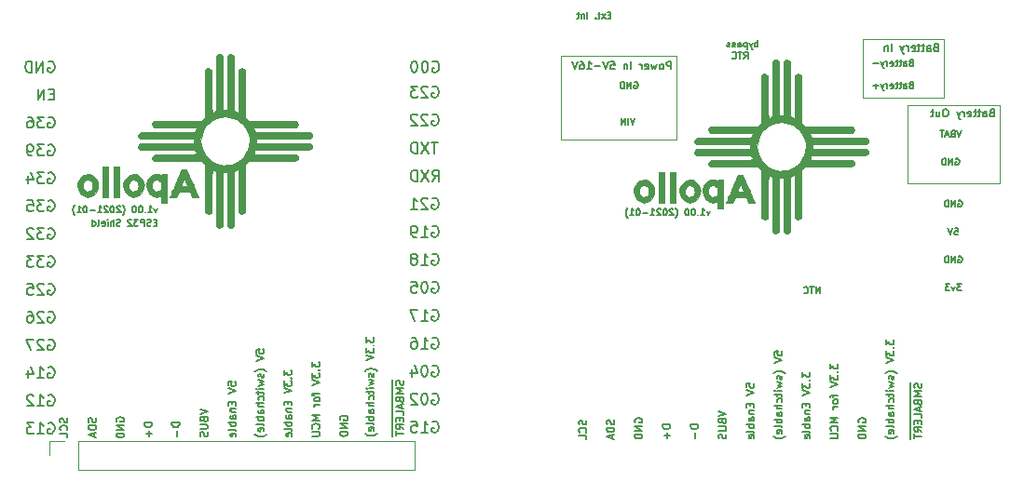
<source format=gbr>
G04 #@! TF.GenerationSoftware,KiCad,Pcbnew,(5.1.8)-1*
G04 #@! TF.CreationDate,2021-02-03T20:38:12+01:00*
G04 #@! TF.ProjectId,SuperPower-uC-KiCad,53757065-7250-46f7-9765-722d75432d4b,rev?*
G04 #@! TF.SameCoordinates,Original*
G04 #@! TF.FileFunction,Legend,Bot*
G04 #@! TF.FilePolarity,Positive*
%FSLAX46Y46*%
G04 Gerber Fmt 4.6, Leading zero omitted, Abs format (unit mm)*
G04 Created by KiCad (PCBNEW (5.1.8)-1) date 2021-02-03 20:38:12*
%MOMM*%
%LPD*%
G01*
G04 APERTURE LIST*
%ADD10C,0.150000*%
%ADD11C,0.175000*%
%ADD12C,0.120000*%
%ADD13C,0.010000*%
G04 APERTURE END LIST*
D10*
X117200000Y-98826642D02*
X117000000Y-98826642D01*
X116914285Y-99140928D02*
X117200000Y-99140928D01*
X117200000Y-98540928D01*
X116914285Y-98540928D01*
X116685714Y-99112357D02*
X116600000Y-99140928D01*
X116457142Y-99140928D01*
X116400000Y-99112357D01*
X116371428Y-99083785D01*
X116342857Y-99026642D01*
X116342857Y-98969500D01*
X116371428Y-98912357D01*
X116400000Y-98883785D01*
X116457142Y-98855214D01*
X116571428Y-98826642D01*
X116628571Y-98798071D01*
X116657142Y-98769500D01*
X116685714Y-98712357D01*
X116685714Y-98655214D01*
X116657142Y-98598071D01*
X116628571Y-98569500D01*
X116571428Y-98540928D01*
X116428571Y-98540928D01*
X116342857Y-98569500D01*
X116085714Y-99140928D02*
X116085714Y-98540928D01*
X115857142Y-98540928D01*
X115800000Y-98569500D01*
X115771428Y-98598071D01*
X115742857Y-98655214D01*
X115742857Y-98740928D01*
X115771428Y-98798071D01*
X115800000Y-98826642D01*
X115857142Y-98855214D01*
X116085714Y-98855214D01*
X115542857Y-98540928D02*
X115171428Y-98540928D01*
X115371428Y-98769500D01*
X115285714Y-98769500D01*
X115228571Y-98798071D01*
X115200000Y-98826642D01*
X115171428Y-98883785D01*
X115171428Y-99026642D01*
X115200000Y-99083785D01*
X115228571Y-99112357D01*
X115285714Y-99140928D01*
X115457142Y-99140928D01*
X115514285Y-99112357D01*
X115542857Y-99083785D01*
X114942857Y-98598071D02*
X114914285Y-98569500D01*
X114857142Y-98540928D01*
X114714285Y-98540928D01*
X114657142Y-98569500D01*
X114628571Y-98598071D01*
X114600000Y-98655214D01*
X114600000Y-98712357D01*
X114628571Y-98798071D01*
X114971428Y-99140928D01*
X114600000Y-99140928D01*
X113914285Y-99112357D02*
X113828571Y-99140928D01*
X113685714Y-99140928D01*
X113628571Y-99112357D01*
X113600000Y-99083785D01*
X113571428Y-99026642D01*
X113571428Y-98969500D01*
X113600000Y-98912357D01*
X113628571Y-98883785D01*
X113685714Y-98855214D01*
X113800000Y-98826642D01*
X113857142Y-98798071D01*
X113885714Y-98769500D01*
X113914285Y-98712357D01*
X113914285Y-98655214D01*
X113885714Y-98598071D01*
X113857142Y-98569500D01*
X113800000Y-98540928D01*
X113657142Y-98540928D01*
X113571428Y-98569500D01*
X113314285Y-99140928D02*
X113314285Y-98540928D01*
X113057142Y-99140928D02*
X113057142Y-98826642D01*
X113085714Y-98769500D01*
X113142857Y-98740928D01*
X113228571Y-98740928D01*
X113285714Y-98769500D01*
X113314285Y-98798071D01*
X112771428Y-99140928D02*
X112771428Y-98740928D01*
X112771428Y-98540928D02*
X112800000Y-98569500D01*
X112771428Y-98598071D01*
X112742857Y-98569500D01*
X112771428Y-98540928D01*
X112771428Y-98598071D01*
X112257142Y-99112357D02*
X112314285Y-99140928D01*
X112428571Y-99140928D01*
X112485714Y-99112357D01*
X112514285Y-99055214D01*
X112514285Y-98826642D01*
X112485714Y-98769500D01*
X112428571Y-98740928D01*
X112314285Y-98740928D01*
X112257142Y-98769500D01*
X112228571Y-98826642D01*
X112228571Y-98883785D01*
X112514285Y-98940928D01*
X111885714Y-99140928D02*
X111942857Y-99112357D01*
X111971428Y-99055214D01*
X111971428Y-98540928D01*
X111400000Y-99140928D02*
X111400000Y-98540928D01*
X111400000Y-99112357D02*
X111457142Y-99140928D01*
X111571428Y-99140928D01*
X111628571Y-99112357D01*
X111657142Y-99083785D01*
X111685714Y-99026642D01*
X111685714Y-98855214D01*
X111657142Y-98798071D01*
X111628571Y-98769500D01*
X111571428Y-98740928D01*
X111457142Y-98740928D01*
X111400000Y-98769500D01*
X117268142Y-97534428D02*
X117125285Y-97934428D01*
X116982428Y-97534428D01*
X116439571Y-97934428D02*
X116782428Y-97934428D01*
X116611000Y-97934428D02*
X116611000Y-97334428D01*
X116668142Y-97420142D01*
X116725285Y-97477285D01*
X116782428Y-97505857D01*
X116182428Y-97877285D02*
X116153857Y-97905857D01*
X116182428Y-97934428D01*
X116211000Y-97905857D01*
X116182428Y-97877285D01*
X116182428Y-97934428D01*
X115782428Y-97334428D02*
X115725285Y-97334428D01*
X115668142Y-97363000D01*
X115639571Y-97391571D01*
X115611000Y-97448714D01*
X115582428Y-97563000D01*
X115582428Y-97705857D01*
X115611000Y-97820142D01*
X115639571Y-97877285D01*
X115668142Y-97905857D01*
X115725285Y-97934428D01*
X115782428Y-97934428D01*
X115839571Y-97905857D01*
X115868142Y-97877285D01*
X115896714Y-97820142D01*
X115925285Y-97705857D01*
X115925285Y-97563000D01*
X115896714Y-97448714D01*
X115868142Y-97391571D01*
X115839571Y-97363000D01*
X115782428Y-97334428D01*
X115211000Y-97334428D02*
X115153857Y-97334428D01*
X115096714Y-97363000D01*
X115068142Y-97391571D01*
X115039571Y-97448714D01*
X115011000Y-97563000D01*
X115011000Y-97705857D01*
X115039571Y-97820142D01*
X115068142Y-97877285D01*
X115096714Y-97905857D01*
X115153857Y-97934428D01*
X115211000Y-97934428D01*
X115268142Y-97905857D01*
X115296714Y-97877285D01*
X115325285Y-97820142D01*
X115353857Y-97705857D01*
X115353857Y-97563000D01*
X115325285Y-97448714D01*
X115296714Y-97391571D01*
X115268142Y-97363000D01*
X115211000Y-97334428D01*
X114125285Y-98163000D02*
X114153857Y-98134428D01*
X114211000Y-98048714D01*
X114239571Y-97991571D01*
X114268142Y-97905857D01*
X114296714Y-97763000D01*
X114296714Y-97648714D01*
X114268142Y-97505857D01*
X114239571Y-97420142D01*
X114211000Y-97363000D01*
X114153857Y-97277285D01*
X114125285Y-97248714D01*
X113925285Y-97391571D02*
X113896714Y-97363000D01*
X113839571Y-97334428D01*
X113696714Y-97334428D01*
X113639571Y-97363000D01*
X113611000Y-97391571D01*
X113582428Y-97448714D01*
X113582428Y-97505857D01*
X113611000Y-97591571D01*
X113953857Y-97934428D01*
X113582428Y-97934428D01*
X113211000Y-97334428D02*
X113153857Y-97334428D01*
X113096714Y-97363000D01*
X113068142Y-97391571D01*
X113039571Y-97448714D01*
X113011000Y-97563000D01*
X113011000Y-97705857D01*
X113039571Y-97820142D01*
X113068142Y-97877285D01*
X113096714Y-97905857D01*
X113153857Y-97934428D01*
X113211000Y-97934428D01*
X113268142Y-97905857D01*
X113296714Y-97877285D01*
X113325285Y-97820142D01*
X113353857Y-97705857D01*
X113353857Y-97563000D01*
X113325285Y-97448714D01*
X113296714Y-97391571D01*
X113268142Y-97363000D01*
X113211000Y-97334428D01*
X112782428Y-97391571D02*
X112753857Y-97363000D01*
X112696714Y-97334428D01*
X112553857Y-97334428D01*
X112496714Y-97363000D01*
X112468142Y-97391571D01*
X112439571Y-97448714D01*
X112439571Y-97505857D01*
X112468142Y-97591571D01*
X112811000Y-97934428D01*
X112439571Y-97934428D01*
X111868142Y-97934428D02*
X112211000Y-97934428D01*
X112039571Y-97934428D02*
X112039571Y-97334428D01*
X112096714Y-97420142D01*
X112153857Y-97477285D01*
X112211000Y-97505857D01*
X111611000Y-97705857D02*
X111153857Y-97705857D01*
X110753857Y-97334428D02*
X110696714Y-97334428D01*
X110639571Y-97363000D01*
X110611000Y-97391571D01*
X110582428Y-97448714D01*
X110553857Y-97563000D01*
X110553857Y-97705857D01*
X110582428Y-97820142D01*
X110611000Y-97877285D01*
X110639571Y-97905857D01*
X110696714Y-97934428D01*
X110753857Y-97934428D01*
X110811000Y-97905857D01*
X110839571Y-97877285D01*
X110868142Y-97820142D01*
X110896714Y-97705857D01*
X110896714Y-97563000D01*
X110868142Y-97448714D01*
X110839571Y-97391571D01*
X110811000Y-97363000D01*
X110753857Y-97334428D01*
X109982428Y-97934428D02*
X110325285Y-97934428D01*
X110153857Y-97934428D02*
X110153857Y-97334428D01*
X110211000Y-97420142D01*
X110268142Y-97477285D01*
X110325285Y-97505857D01*
X109782428Y-98163000D02*
X109753857Y-98134428D01*
X109696714Y-98048714D01*
X109668142Y-97991571D01*
X109639571Y-97905857D01*
X109611000Y-97763000D01*
X109611000Y-97648714D01*
X109639571Y-97505857D01*
X109668142Y-97420142D01*
X109696714Y-97363000D01*
X109753857Y-97277285D01*
X109782428Y-97248714D01*
X177484000Y-105300428D02*
X177484000Y-104700428D01*
X177141142Y-105300428D01*
X177141142Y-104700428D01*
X176941142Y-104700428D02*
X176598285Y-104700428D01*
X176769714Y-105300428D02*
X176769714Y-104700428D01*
X176055428Y-105243285D02*
X176084000Y-105271857D01*
X176169714Y-105300428D01*
X176226857Y-105300428D01*
X176312571Y-105271857D01*
X176369714Y-105214714D01*
X176398285Y-105157571D01*
X176426857Y-105043285D01*
X176426857Y-104957571D01*
X176398285Y-104843285D01*
X176369714Y-104786142D01*
X176312571Y-104729000D01*
X176226857Y-104700428D01*
X176169714Y-104700428D01*
X176084000Y-104729000D01*
X176055428Y-104757571D01*
X171857785Y-82867928D02*
X171857785Y-82267928D01*
X171857785Y-82496500D02*
X171800642Y-82467928D01*
X171686357Y-82467928D01*
X171629214Y-82496500D01*
X171600642Y-82525071D01*
X171572071Y-82582214D01*
X171572071Y-82753642D01*
X171600642Y-82810785D01*
X171629214Y-82839357D01*
X171686357Y-82867928D01*
X171800642Y-82867928D01*
X171857785Y-82839357D01*
X171372071Y-82467928D02*
X171229214Y-82867928D01*
X171086357Y-82467928D02*
X171229214Y-82867928D01*
X171286357Y-83010785D01*
X171314928Y-83039357D01*
X171372071Y-83067928D01*
X170857785Y-82467928D02*
X170857785Y-83067928D01*
X170857785Y-82496500D02*
X170800642Y-82467928D01*
X170686357Y-82467928D01*
X170629214Y-82496500D01*
X170600642Y-82525071D01*
X170572071Y-82582214D01*
X170572071Y-82753642D01*
X170600642Y-82810785D01*
X170629214Y-82839357D01*
X170686357Y-82867928D01*
X170800642Y-82867928D01*
X170857785Y-82839357D01*
X170057785Y-82867928D02*
X170057785Y-82553642D01*
X170086357Y-82496500D01*
X170143500Y-82467928D01*
X170257785Y-82467928D01*
X170314928Y-82496500D01*
X170057785Y-82839357D02*
X170114928Y-82867928D01*
X170257785Y-82867928D01*
X170314928Y-82839357D01*
X170343500Y-82782214D01*
X170343500Y-82725071D01*
X170314928Y-82667928D01*
X170257785Y-82639357D01*
X170114928Y-82639357D01*
X170057785Y-82610785D01*
X169800642Y-82839357D02*
X169743500Y-82867928D01*
X169629214Y-82867928D01*
X169572071Y-82839357D01*
X169543500Y-82782214D01*
X169543500Y-82753642D01*
X169572071Y-82696500D01*
X169629214Y-82667928D01*
X169714928Y-82667928D01*
X169772071Y-82639357D01*
X169800642Y-82582214D01*
X169800642Y-82553642D01*
X169772071Y-82496500D01*
X169714928Y-82467928D01*
X169629214Y-82467928D01*
X169572071Y-82496500D01*
X169314928Y-82839357D02*
X169257785Y-82867928D01*
X169143500Y-82867928D01*
X169086357Y-82839357D01*
X169057785Y-82782214D01*
X169057785Y-82753642D01*
X169086357Y-82696500D01*
X169143500Y-82667928D01*
X169229214Y-82667928D01*
X169286357Y-82639357D01*
X169314928Y-82582214D01*
X169314928Y-82553642D01*
X169286357Y-82496500D01*
X169229214Y-82467928D01*
X169143500Y-82467928D01*
X169086357Y-82496500D01*
X170586357Y-83917928D02*
X170786357Y-83632214D01*
X170929214Y-83917928D02*
X170929214Y-83317928D01*
X170700642Y-83317928D01*
X170643500Y-83346500D01*
X170614928Y-83375071D01*
X170586357Y-83432214D01*
X170586357Y-83517928D01*
X170614928Y-83575071D01*
X170643500Y-83603642D01*
X170700642Y-83632214D01*
X170929214Y-83632214D01*
X170414928Y-83317928D02*
X170072071Y-83317928D01*
X170243500Y-83917928D02*
X170243500Y-83317928D01*
X169529214Y-83860785D02*
X169557785Y-83889357D01*
X169643500Y-83917928D01*
X169700642Y-83917928D01*
X169786357Y-83889357D01*
X169843500Y-83832214D01*
X169872071Y-83775071D01*
X169900642Y-83660785D01*
X169900642Y-83575071D01*
X169872071Y-83460785D01*
X169843500Y-83403642D01*
X169786357Y-83346500D01*
X169700642Y-83317928D01*
X169643500Y-83317928D01*
X169557785Y-83346500D01*
X169529214Y-83375071D01*
X158472000Y-79967142D02*
X158272000Y-79967142D01*
X158186285Y-80281428D02*
X158472000Y-80281428D01*
X158472000Y-79681428D01*
X158186285Y-79681428D01*
X157986285Y-80281428D02*
X157672000Y-79881428D01*
X157986285Y-79881428D02*
X157672000Y-80281428D01*
X157529142Y-79881428D02*
X157300571Y-79881428D01*
X157443428Y-79681428D02*
X157443428Y-80195714D01*
X157414857Y-80252857D01*
X157357714Y-80281428D01*
X157300571Y-80281428D01*
X157100571Y-80224285D02*
X157072000Y-80252857D01*
X157100571Y-80281428D01*
X157129142Y-80252857D01*
X157100571Y-80224285D01*
X157100571Y-80281428D01*
X156357714Y-80281428D02*
X156357714Y-79681428D01*
X156072000Y-79881428D02*
X156072000Y-80281428D01*
X156072000Y-79938571D02*
X156043428Y-79910000D01*
X155986285Y-79881428D01*
X155900571Y-79881428D01*
X155843428Y-79910000D01*
X155814857Y-79967142D01*
X155814857Y-80281428D01*
X155614857Y-79881428D02*
X155386285Y-79881428D01*
X155529142Y-79681428D02*
X155529142Y-80195714D01*
X155500571Y-80252857D01*
X155443428Y-80281428D01*
X155386285Y-80281428D01*
X190325285Y-104446428D02*
X189953857Y-104446428D01*
X190153857Y-104675000D01*
X190068142Y-104675000D01*
X190011000Y-104703571D01*
X189982428Y-104732142D01*
X189953857Y-104789285D01*
X189953857Y-104932142D01*
X189982428Y-104989285D01*
X190011000Y-105017857D01*
X190068142Y-105046428D01*
X190239571Y-105046428D01*
X190296714Y-105017857D01*
X190325285Y-104989285D01*
X189753857Y-104646428D02*
X189611000Y-105046428D01*
X189468142Y-104646428D01*
X189296714Y-104446428D02*
X188925285Y-104446428D01*
X189125285Y-104675000D01*
X189039571Y-104675000D01*
X188982428Y-104703571D01*
X188953857Y-104732142D01*
X188925285Y-104789285D01*
X188925285Y-104932142D01*
X188953857Y-104989285D01*
X188982428Y-105017857D01*
X189039571Y-105046428D01*
X189211000Y-105046428D01*
X189268142Y-105017857D01*
X189296714Y-104989285D01*
X189725285Y-99366428D02*
X190011000Y-99366428D01*
X190039571Y-99652142D01*
X190011000Y-99623571D01*
X189953857Y-99595000D01*
X189811000Y-99595000D01*
X189753857Y-99623571D01*
X189725285Y-99652142D01*
X189696714Y-99709285D01*
X189696714Y-99852142D01*
X189725285Y-99909285D01*
X189753857Y-99937857D01*
X189811000Y-99966428D01*
X189953857Y-99966428D01*
X190011000Y-99937857D01*
X190039571Y-99909285D01*
X189525285Y-99366428D02*
X189325285Y-99966428D01*
X189125285Y-99366428D01*
X190068142Y-101935000D02*
X190125285Y-101906428D01*
X190211000Y-101906428D01*
X190296714Y-101935000D01*
X190353857Y-101992142D01*
X190382428Y-102049285D01*
X190411000Y-102163571D01*
X190411000Y-102249285D01*
X190382428Y-102363571D01*
X190353857Y-102420714D01*
X190296714Y-102477857D01*
X190211000Y-102506428D01*
X190153857Y-102506428D01*
X190068142Y-102477857D01*
X190039571Y-102449285D01*
X190039571Y-102249285D01*
X190153857Y-102249285D01*
X189782428Y-102506428D02*
X189782428Y-101906428D01*
X189439571Y-102506428D01*
X189439571Y-101906428D01*
X189153857Y-102506428D02*
X189153857Y-101906428D01*
X189011000Y-101906428D01*
X188925285Y-101935000D01*
X188868142Y-101992142D01*
X188839571Y-102049285D01*
X188811000Y-102163571D01*
X188811000Y-102249285D01*
X188839571Y-102363571D01*
X188868142Y-102420714D01*
X188925285Y-102477857D01*
X189011000Y-102506428D01*
X189153857Y-102506428D01*
X190068142Y-96855000D02*
X190125285Y-96826428D01*
X190211000Y-96826428D01*
X190296714Y-96855000D01*
X190353857Y-96912142D01*
X190382428Y-96969285D01*
X190411000Y-97083571D01*
X190411000Y-97169285D01*
X190382428Y-97283571D01*
X190353857Y-97340714D01*
X190296714Y-97397857D01*
X190211000Y-97426428D01*
X190153857Y-97426428D01*
X190068142Y-97397857D01*
X190039571Y-97369285D01*
X190039571Y-97169285D01*
X190153857Y-97169285D01*
X189782428Y-97426428D02*
X189782428Y-96826428D01*
X189439571Y-97426428D01*
X189439571Y-96826428D01*
X189153857Y-97426428D02*
X189153857Y-96826428D01*
X189011000Y-96826428D01*
X188925285Y-96855000D01*
X188868142Y-96912142D01*
X188839571Y-96969285D01*
X188811000Y-97083571D01*
X188811000Y-97169285D01*
X188839571Y-97283571D01*
X188868142Y-97340714D01*
X188925285Y-97397857D01*
X189011000Y-97426428D01*
X189153857Y-97426428D01*
X167496642Y-97788428D02*
X167353785Y-98188428D01*
X167210928Y-97788428D01*
X166668071Y-98188428D02*
X167010928Y-98188428D01*
X166839500Y-98188428D02*
X166839500Y-97588428D01*
X166896642Y-97674142D01*
X166953785Y-97731285D01*
X167010928Y-97759857D01*
X166410928Y-98131285D02*
X166382357Y-98159857D01*
X166410928Y-98188428D01*
X166439500Y-98159857D01*
X166410928Y-98131285D01*
X166410928Y-98188428D01*
X166010928Y-97588428D02*
X165953785Y-97588428D01*
X165896642Y-97617000D01*
X165868071Y-97645571D01*
X165839500Y-97702714D01*
X165810928Y-97817000D01*
X165810928Y-97959857D01*
X165839500Y-98074142D01*
X165868071Y-98131285D01*
X165896642Y-98159857D01*
X165953785Y-98188428D01*
X166010928Y-98188428D01*
X166068071Y-98159857D01*
X166096642Y-98131285D01*
X166125214Y-98074142D01*
X166153785Y-97959857D01*
X166153785Y-97817000D01*
X166125214Y-97702714D01*
X166096642Y-97645571D01*
X166068071Y-97617000D01*
X166010928Y-97588428D01*
X165439500Y-97588428D02*
X165382357Y-97588428D01*
X165325214Y-97617000D01*
X165296642Y-97645571D01*
X165268071Y-97702714D01*
X165239500Y-97817000D01*
X165239500Y-97959857D01*
X165268071Y-98074142D01*
X165296642Y-98131285D01*
X165325214Y-98159857D01*
X165382357Y-98188428D01*
X165439500Y-98188428D01*
X165496642Y-98159857D01*
X165525214Y-98131285D01*
X165553785Y-98074142D01*
X165582357Y-97959857D01*
X165582357Y-97817000D01*
X165553785Y-97702714D01*
X165525214Y-97645571D01*
X165496642Y-97617000D01*
X165439500Y-97588428D01*
X164353785Y-98417000D02*
X164382357Y-98388428D01*
X164439500Y-98302714D01*
X164468071Y-98245571D01*
X164496642Y-98159857D01*
X164525214Y-98017000D01*
X164525214Y-97902714D01*
X164496642Y-97759857D01*
X164468071Y-97674142D01*
X164439500Y-97617000D01*
X164382357Y-97531285D01*
X164353785Y-97502714D01*
X164153785Y-97645571D02*
X164125214Y-97617000D01*
X164068071Y-97588428D01*
X163925214Y-97588428D01*
X163868071Y-97617000D01*
X163839500Y-97645571D01*
X163810928Y-97702714D01*
X163810928Y-97759857D01*
X163839500Y-97845571D01*
X164182357Y-98188428D01*
X163810928Y-98188428D01*
X163439500Y-97588428D02*
X163382357Y-97588428D01*
X163325214Y-97617000D01*
X163296642Y-97645571D01*
X163268071Y-97702714D01*
X163239500Y-97817000D01*
X163239500Y-97959857D01*
X163268071Y-98074142D01*
X163296642Y-98131285D01*
X163325214Y-98159857D01*
X163382357Y-98188428D01*
X163439500Y-98188428D01*
X163496642Y-98159857D01*
X163525214Y-98131285D01*
X163553785Y-98074142D01*
X163582357Y-97959857D01*
X163582357Y-97817000D01*
X163553785Y-97702714D01*
X163525214Y-97645571D01*
X163496642Y-97617000D01*
X163439500Y-97588428D01*
X163010928Y-97645571D02*
X162982357Y-97617000D01*
X162925214Y-97588428D01*
X162782357Y-97588428D01*
X162725214Y-97617000D01*
X162696642Y-97645571D01*
X162668071Y-97702714D01*
X162668071Y-97759857D01*
X162696642Y-97845571D01*
X163039500Y-98188428D01*
X162668071Y-98188428D01*
X162096642Y-98188428D02*
X162439500Y-98188428D01*
X162268071Y-98188428D02*
X162268071Y-97588428D01*
X162325214Y-97674142D01*
X162382357Y-97731285D01*
X162439500Y-97759857D01*
X161839500Y-97959857D02*
X161382357Y-97959857D01*
X160982357Y-97588428D02*
X160925214Y-97588428D01*
X160868071Y-97617000D01*
X160839500Y-97645571D01*
X160810928Y-97702714D01*
X160782357Y-97817000D01*
X160782357Y-97959857D01*
X160810928Y-98074142D01*
X160839500Y-98131285D01*
X160868071Y-98159857D01*
X160925214Y-98188428D01*
X160982357Y-98188428D01*
X161039500Y-98159857D01*
X161068071Y-98131285D01*
X161096642Y-98074142D01*
X161125214Y-97959857D01*
X161125214Y-97817000D01*
X161096642Y-97702714D01*
X161068071Y-97645571D01*
X161039500Y-97617000D01*
X160982357Y-97588428D01*
X160210928Y-98188428D02*
X160553785Y-98188428D01*
X160382357Y-98188428D02*
X160382357Y-97588428D01*
X160439500Y-97674142D01*
X160496642Y-97731285D01*
X160553785Y-97759857D01*
X160010928Y-98417000D02*
X159982357Y-98388428D01*
X159925214Y-98302714D01*
X159896642Y-98245571D01*
X159868071Y-98159857D01*
X159839500Y-98017000D01*
X159839500Y-97902714D01*
X159868071Y-97759857D01*
X159896642Y-97674142D01*
X159925214Y-97617000D01*
X159982357Y-97531285D01*
X160010928Y-97502714D01*
X142263666Y-109355000D02*
X142358904Y-109307380D01*
X142501761Y-109307380D01*
X142644618Y-109355000D01*
X142739856Y-109450238D01*
X142787475Y-109545476D01*
X142835094Y-109735952D01*
X142835094Y-109878809D01*
X142787475Y-110069285D01*
X142739856Y-110164523D01*
X142644618Y-110259761D01*
X142501761Y-110307380D01*
X142406523Y-110307380D01*
X142263666Y-110259761D01*
X142216047Y-110212142D01*
X142216047Y-109878809D01*
X142406523Y-109878809D01*
X141263666Y-110307380D02*
X141835094Y-110307380D01*
X141549380Y-110307380D02*
X141549380Y-109307380D01*
X141644618Y-109450238D01*
X141739856Y-109545476D01*
X141835094Y-109593095D01*
X140406523Y-109307380D02*
X140596999Y-109307380D01*
X140692237Y-109355000D01*
X140739856Y-109402619D01*
X140835094Y-109545476D01*
X140882713Y-109735952D01*
X140882713Y-110116904D01*
X140835094Y-110212142D01*
X140787475Y-110259761D01*
X140692237Y-110307380D01*
X140501761Y-110307380D01*
X140406523Y-110259761D01*
X140358904Y-110212142D01*
X140311285Y-110116904D01*
X140311285Y-109878809D01*
X140358904Y-109783571D01*
X140406523Y-109735952D01*
X140501761Y-109688333D01*
X140692237Y-109688333D01*
X140787475Y-109735952D01*
X140835094Y-109783571D01*
X140882713Y-109878809D01*
X142263666Y-89035000D02*
X142358904Y-88987380D01*
X142501761Y-88987380D01*
X142644618Y-89035000D01*
X142739856Y-89130238D01*
X142787475Y-89225476D01*
X142835094Y-89415952D01*
X142835094Y-89558809D01*
X142787475Y-89749285D01*
X142739856Y-89844523D01*
X142644618Y-89939761D01*
X142501761Y-89987380D01*
X142406523Y-89987380D01*
X142263666Y-89939761D01*
X142216047Y-89892142D01*
X142216047Y-89558809D01*
X142406523Y-89558809D01*
X141835094Y-89082619D02*
X141787475Y-89035000D01*
X141692237Y-88987380D01*
X141454142Y-88987380D01*
X141358904Y-89035000D01*
X141311285Y-89082619D01*
X141263666Y-89177857D01*
X141263666Y-89273095D01*
X141311285Y-89415952D01*
X141882713Y-89987380D01*
X141263666Y-89987380D01*
X140882713Y-89082619D02*
X140835094Y-89035000D01*
X140739856Y-88987380D01*
X140501761Y-88987380D01*
X140406523Y-89035000D01*
X140358904Y-89082619D01*
X140311285Y-89177857D01*
X140311285Y-89273095D01*
X140358904Y-89415952D01*
X140930332Y-89987380D01*
X140311285Y-89987380D01*
X142263666Y-95067380D02*
X142597000Y-94591190D01*
X142835095Y-95067380D02*
X142835095Y-94067380D01*
X142454142Y-94067380D01*
X142358904Y-94115000D01*
X142311285Y-94162619D01*
X142263666Y-94257857D01*
X142263666Y-94400714D01*
X142311285Y-94495952D01*
X142358904Y-94543571D01*
X142454142Y-94591190D01*
X142835095Y-94591190D01*
X141930333Y-94067380D02*
X141263666Y-95067380D01*
X141263666Y-94067380D02*
X141930333Y-95067380D01*
X140882714Y-95067380D02*
X140882714Y-94067380D01*
X140644619Y-94067380D01*
X140501761Y-94115000D01*
X140406523Y-94210238D01*
X140358904Y-94305476D01*
X140311285Y-94495952D01*
X140311285Y-94638809D01*
X140358904Y-94829285D01*
X140406523Y-94924523D01*
X140501761Y-95019761D01*
X140644619Y-95067380D01*
X140882714Y-95067380D01*
X142263666Y-99195000D02*
X142358904Y-99147380D01*
X142501761Y-99147380D01*
X142644618Y-99195000D01*
X142739856Y-99290238D01*
X142787475Y-99385476D01*
X142835094Y-99575952D01*
X142835094Y-99718809D01*
X142787475Y-99909285D01*
X142739856Y-100004523D01*
X142644618Y-100099761D01*
X142501761Y-100147380D01*
X142406523Y-100147380D01*
X142263666Y-100099761D01*
X142216047Y-100052142D01*
X142216047Y-99718809D01*
X142406523Y-99718809D01*
X141263666Y-100147380D02*
X141835094Y-100147380D01*
X141549380Y-100147380D02*
X141549380Y-99147380D01*
X141644618Y-99290238D01*
X141739856Y-99385476D01*
X141835094Y-99433095D01*
X140787475Y-100147380D02*
X140596999Y-100147380D01*
X140501761Y-100099761D01*
X140454142Y-100052142D01*
X140358904Y-99909285D01*
X140311285Y-99718809D01*
X140311285Y-99337857D01*
X140358904Y-99242619D01*
X140406523Y-99195000D01*
X140501761Y-99147380D01*
X140692237Y-99147380D01*
X140787475Y-99195000D01*
X140835094Y-99242619D01*
X140882713Y-99337857D01*
X140882713Y-99575952D01*
X140835094Y-99671190D01*
X140787475Y-99718809D01*
X140692237Y-99766428D01*
X140501761Y-99766428D01*
X140406523Y-99718809D01*
X140358904Y-99671190D01*
X140311285Y-99575952D01*
X142263666Y-101735000D02*
X142358904Y-101687380D01*
X142501761Y-101687380D01*
X142644618Y-101735000D01*
X142739856Y-101830238D01*
X142787475Y-101925476D01*
X142835094Y-102115952D01*
X142835094Y-102258809D01*
X142787475Y-102449285D01*
X142739856Y-102544523D01*
X142644618Y-102639761D01*
X142501761Y-102687380D01*
X142406523Y-102687380D01*
X142263666Y-102639761D01*
X142216047Y-102592142D01*
X142216047Y-102258809D01*
X142406523Y-102258809D01*
X141263666Y-102687380D02*
X141835094Y-102687380D01*
X141549380Y-102687380D02*
X141549380Y-101687380D01*
X141644618Y-101830238D01*
X141739856Y-101925476D01*
X141835094Y-101973095D01*
X140692237Y-102115952D02*
X140787475Y-102068333D01*
X140835094Y-102020714D01*
X140882713Y-101925476D01*
X140882713Y-101877857D01*
X140835094Y-101782619D01*
X140787475Y-101735000D01*
X140692237Y-101687380D01*
X140501761Y-101687380D01*
X140406523Y-101735000D01*
X140358904Y-101782619D01*
X140311285Y-101877857D01*
X140311285Y-101925476D01*
X140358904Y-102020714D01*
X140406523Y-102068333D01*
X140501761Y-102115952D01*
X140692237Y-102115952D01*
X140787475Y-102163571D01*
X140835094Y-102211190D01*
X140882713Y-102306428D01*
X140882713Y-102496904D01*
X140835094Y-102592142D01*
X140787475Y-102639761D01*
X140692237Y-102687380D01*
X140501761Y-102687380D01*
X140406523Y-102639761D01*
X140358904Y-102592142D01*
X140311285Y-102496904D01*
X140311285Y-102306428D01*
X140358904Y-102211190D01*
X140406523Y-102163571D01*
X140501761Y-102115952D01*
X142263666Y-104275000D02*
X142358904Y-104227380D01*
X142501761Y-104227380D01*
X142644618Y-104275000D01*
X142739856Y-104370238D01*
X142787475Y-104465476D01*
X142835094Y-104655952D01*
X142835094Y-104798809D01*
X142787475Y-104989285D01*
X142739856Y-105084523D01*
X142644618Y-105179761D01*
X142501761Y-105227380D01*
X142406523Y-105227380D01*
X142263666Y-105179761D01*
X142216047Y-105132142D01*
X142216047Y-104798809D01*
X142406523Y-104798809D01*
X141596999Y-104227380D02*
X141501761Y-104227380D01*
X141406523Y-104275000D01*
X141358904Y-104322619D01*
X141311285Y-104417857D01*
X141263666Y-104608333D01*
X141263666Y-104846428D01*
X141311285Y-105036904D01*
X141358904Y-105132142D01*
X141406523Y-105179761D01*
X141501761Y-105227380D01*
X141596999Y-105227380D01*
X141692237Y-105179761D01*
X141739856Y-105132142D01*
X141787475Y-105036904D01*
X141835094Y-104846428D01*
X141835094Y-104608333D01*
X141787475Y-104417857D01*
X141739856Y-104322619D01*
X141692237Y-104275000D01*
X141596999Y-104227380D01*
X140358904Y-104227380D02*
X140835094Y-104227380D01*
X140882713Y-104703571D01*
X140835094Y-104655952D01*
X140739856Y-104608333D01*
X140501761Y-104608333D01*
X140406523Y-104655952D01*
X140358904Y-104703571D01*
X140311285Y-104798809D01*
X140311285Y-105036904D01*
X140358904Y-105132142D01*
X140406523Y-105179761D01*
X140501761Y-105227380D01*
X140739856Y-105227380D01*
X140835094Y-105179761D01*
X140882713Y-105132142D01*
X142739856Y-91527380D02*
X142168428Y-91527380D01*
X142454142Y-92527380D02*
X142454142Y-91527380D01*
X141930332Y-91527380D02*
X141263666Y-92527380D01*
X141263666Y-91527380D02*
X141930332Y-92527380D01*
X140882713Y-92527380D02*
X140882713Y-91527380D01*
X140644618Y-91527380D01*
X140501761Y-91575000D01*
X140406523Y-91670238D01*
X140358904Y-91765476D01*
X140311285Y-91955952D01*
X140311285Y-92098809D01*
X140358904Y-92289285D01*
X140406523Y-92384523D01*
X140501761Y-92479761D01*
X140644618Y-92527380D01*
X140882713Y-92527380D01*
X142295476Y-84209000D02*
X142390714Y-84161380D01*
X142533571Y-84161380D01*
X142676428Y-84209000D01*
X142771666Y-84304238D01*
X142819285Y-84399476D01*
X142866904Y-84589952D01*
X142866904Y-84732809D01*
X142819285Y-84923285D01*
X142771666Y-85018523D01*
X142676428Y-85113761D01*
X142533571Y-85161380D01*
X142438333Y-85161380D01*
X142295476Y-85113761D01*
X142247857Y-85066142D01*
X142247857Y-84732809D01*
X142438333Y-84732809D01*
X141628809Y-84161380D02*
X141533571Y-84161380D01*
X141438333Y-84209000D01*
X141390714Y-84256619D01*
X141343095Y-84351857D01*
X141295476Y-84542333D01*
X141295476Y-84780428D01*
X141343095Y-84970904D01*
X141390714Y-85066142D01*
X141438333Y-85113761D01*
X141533571Y-85161380D01*
X141628809Y-85161380D01*
X141724047Y-85113761D01*
X141771666Y-85066142D01*
X141819285Y-84970904D01*
X141866904Y-84780428D01*
X141866904Y-84542333D01*
X141819285Y-84351857D01*
X141771666Y-84256619D01*
X141724047Y-84209000D01*
X141628809Y-84161380D01*
X140676428Y-84161380D02*
X140581190Y-84161380D01*
X140485952Y-84209000D01*
X140438333Y-84256619D01*
X140390714Y-84351857D01*
X140343095Y-84542333D01*
X140343095Y-84780428D01*
X140390714Y-84970904D01*
X140438333Y-85066142D01*
X140485952Y-85113761D01*
X140581190Y-85161380D01*
X140676428Y-85161380D01*
X140771666Y-85113761D01*
X140819285Y-85066142D01*
X140866904Y-84970904D01*
X140914523Y-84780428D01*
X140914523Y-84542333D01*
X140866904Y-84351857D01*
X140819285Y-84256619D01*
X140771666Y-84209000D01*
X140676428Y-84161380D01*
X142263666Y-86495000D02*
X142358904Y-86447380D01*
X142501761Y-86447380D01*
X142644618Y-86495000D01*
X142739856Y-86590238D01*
X142787475Y-86685476D01*
X142835094Y-86875952D01*
X142835094Y-87018809D01*
X142787475Y-87209285D01*
X142739856Y-87304523D01*
X142644618Y-87399761D01*
X142501761Y-87447380D01*
X142406523Y-87447380D01*
X142263666Y-87399761D01*
X142216047Y-87352142D01*
X142216047Y-87018809D01*
X142406523Y-87018809D01*
X141835094Y-86542619D02*
X141787475Y-86495000D01*
X141692237Y-86447380D01*
X141454142Y-86447380D01*
X141358904Y-86495000D01*
X141311285Y-86542619D01*
X141263666Y-86637857D01*
X141263666Y-86733095D01*
X141311285Y-86875952D01*
X141882713Y-87447380D01*
X141263666Y-87447380D01*
X140930332Y-86447380D02*
X140311285Y-86447380D01*
X140644618Y-86828333D01*
X140501761Y-86828333D01*
X140406523Y-86875952D01*
X140358904Y-86923571D01*
X140311285Y-87018809D01*
X140311285Y-87256904D01*
X140358904Y-87352142D01*
X140406523Y-87399761D01*
X140501761Y-87447380D01*
X140787475Y-87447380D01*
X140882713Y-87399761D01*
X140930332Y-87352142D01*
X142263666Y-106815000D02*
X142358904Y-106767380D01*
X142501761Y-106767380D01*
X142644618Y-106815000D01*
X142739856Y-106910238D01*
X142787475Y-107005476D01*
X142835094Y-107195952D01*
X142835094Y-107338809D01*
X142787475Y-107529285D01*
X142739856Y-107624523D01*
X142644618Y-107719761D01*
X142501761Y-107767380D01*
X142406523Y-107767380D01*
X142263666Y-107719761D01*
X142216047Y-107672142D01*
X142216047Y-107338809D01*
X142406523Y-107338809D01*
X141263666Y-107767380D02*
X141835094Y-107767380D01*
X141549380Y-107767380D02*
X141549380Y-106767380D01*
X141644618Y-106910238D01*
X141739856Y-107005476D01*
X141835094Y-107053095D01*
X140930332Y-106767380D02*
X140263666Y-106767380D01*
X140692237Y-107767380D01*
X142263666Y-96655000D02*
X142358904Y-96607380D01*
X142501761Y-96607380D01*
X142644618Y-96655000D01*
X142739856Y-96750238D01*
X142787475Y-96845476D01*
X142835094Y-97035952D01*
X142835094Y-97178809D01*
X142787475Y-97369285D01*
X142739856Y-97464523D01*
X142644618Y-97559761D01*
X142501761Y-97607380D01*
X142406523Y-97607380D01*
X142263666Y-97559761D01*
X142216047Y-97512142D01*
X142216047Y-97178809D01*
X142406523Y-97178809D01*
X141835094Y-96702619D02*
X141787475Y-96655000D01*
X141692237Y-96607380D01*
X141454142Y-96607380D01*
X141358904Y-96655000D01*
X141311285Y-96702619D01*
X141263666Y-96797857D01*
X141263666Y-96893095D01*
X141311285Y-97035952D01*
X141882713Y-97607380D01*
X141263666Y-97607380D01*
X140311285Y-97607380D02*
X140882713Y-97607380D01*
X140596999Y-97607380D02*
X140596999Y-96607380D01*
X140692237Y-96750238D01*
X140787475Y-96845476D01*
X140882713Y-96893095D01*
X142263666Y-111895000D02*
X142358904Y-111847380D01*
X142501761Y-111847380D01*
X142644618Y-111895000D01*
X142739856Y-111990238D01*
X142787475Y-112085476D01*
X142835094Y-112275952D01*
X142835094Y-112418809D01*
X142787475Y-112609285D01*
X142739856Y-112704523D01*
X142644618Y-112799761D01*
X142501761Y-112847380D01*
X142406523Y-112847380D01*
X142263666Y-112799761D01*
X142216047Y-112752142D01*
X142216047Y-112418809D01*
X142406523Y-112418809D01*
X141596999Y-111847380D02*
X141501761Y-111847380D01*
X141406523Y-111895000D01*
X141358904Y-111942619D01*
X141311285Y-112037857D01*
X141263666Y-112228333D01*
X141263666Y-112466428D01*
X141311285Y-112656904D01*
X141358904Y-112752142D01*
X141406523Y-112799761D01*
X141501761Y-112847380D01*
X141596999Y-112847380D01*
X141692237Y-112799761D01*
X141739856Y-112752142D01*
X141787475Y-112656904D01*
X141835094Y-112466428D01*
X141835094Y-112228333D01*
X141787475Y-112037857D01*
X141739856Y-111942619D01*
X141692237Y-111895000D01*
X141596999Y-111847380D01*
X140406523Y-112180714D02*
X140406523Y-112847380D01*
X140644618Y-111799761D02*
X140882713Y-112514047D01*
X140263666Y-112514047D01*
X142263666Y-116975000D02*
X142358904Y-116927380D01*
X142501761Y-116927380D01*
X142644618Y-116975000D01*
X142739856Y-117070238D01*
X142787475Y-117165476D01*
X142835094Y-117355952D01*
X142835094Y-117498809D01*
X142787475Y-117689285D01*
X142739856Y-117784523D01*
X142644618Y-117879761D01*
X142501761Y-117927380D01*
X142406523Y-117927380D01*
X142263666Y-117879761D01*
X142216047Y-117832142D01*
X142216047Y-117498809D01*
X142406523Y-117498809D01*
X141263666Y-117927380D02*
X141835094Y-117927380D01*
X141549380Y-117927380D02*
X141549380Y-116927380D01*
X141644618Y-117070238D01*
X141739856Y-117165476D01*
X141835094Y-117213095D01*
X140358904Y-116927380D02*
X140835094Y-116927380D01*
X140882713Y-117403571D01*
X140835094Y-117355952D01*
X140739856Y-117308333D01*
X140501761Y-117308333D01*
X140406523Y-117355952D01*
X140358904Y-117403571D01*
X140311285Y-117498809D01*
X140311285Y-117736904D01*
X140358904Y-117832142D01*
X140406523Y-117879761D01*
X140501761Y-117927380D01*
X140739856Y-117927380D01*
X140835094Y-117879761D01*
X140882713Y-117832142D01*
X142263666Y-114435000D02*
X142358904Y-114387380D01*
X142501761Y-114387380D01*
X142644618Y-114435000D01*
X142739856Y-114530238D01*
X142787475Y-114625476D01*
X142835094Y-114815952D01*
X142835094Y-114958809D01*
X142787475Y-115149285D01*
X142739856Y-115244523D01*
X142644618Y-115339761D01*
X142501761Y-115387380D01*
X142406523Y-115387380D01*
X142263666Y-115339761D01*
X142216047Y-115292142D01*
X142216047Y-114958809D01*
X142406523Y-114958809D01*
X141596999Y-114387380D02*
X141501761Y-114387380D01*
X141406523Y-114435000D01*
X141358904Y-114482619D01*
X141311285Y-114577857D01*
X141263666Y-114768333D01*
X141263666Y-115006428D01*
X141311285Y-115196904D01*
X141358904Y-115292142D01*
X141406523Y-115339761D01*
X141501761Y-115387380D01*
X141596999Y-115387380D01*
X141692237Y-115339761D01*
X141739856Y-115292142D01*
X141787475Y-115196904D01*
X141835094Y-115006428D01*
X141835094Y-114768333D01*
X141787475Y-114577857D01*
X141739856Y-114482619D01*
X141692237Y-114435000D01*
X141596999Y-114387380D01*
X140882713Y-114482619D02*
X140835094Y-114435000D01*
X140739856Y-114387380D01*
X140501761Y-114387380D01*
X140406523Y-114435000D01*
X140358904Y-114482619D01*
X140311285Y-114577857D01*
X140311285Y-114673095D01*
X140358904Y-114815952D01*
X140930332Y-115387380D01*
X140311285Y-115387380D01*
X107370476Y-84209000D02*
X107465714Y-84161380D01*
X107608572Y-84161380D01*
X107751429Y-84209000D01*
X107846667Y-84304238D01*
X107894286Y-84399476D01*
X107941905Y-84589952D01*
X107941905Y-84732809D01*
X107894286Y-84923285D01*
X107846667Y-85018523D01*
X107751429Y-85113761D01*
X107608572Y-85161380D01*
X107513333Y-85161380D01*
X107370476Y-85113761D01*
X107322857Y-85066142D01*
X107322857Y-84732809D01*
X107513333Y-84732809D01*
X106894286Y-85161380D02*
X106894286Y-84161380D01*
X106322857Y-85161380D01*
X106322857Y-84161380D01*
X105846667Y-85161380D02*
X105846667Y-84161380D01*
X105608572Y-84161380D01*
X105465714Y-84209000D01*
X105370476Y-84304238D01*
X105322857Y-84399476D01*
X105275238Y-84589952D01*
X105275238Y-84732809D01*
X105322857Y-84923285D01*
X105370476Y-85018523D01*
X105465714Y-85113761D01*
X105608572Y-85161380D01*
X105846667Y-85161380D01*
X107370476Y-89269460D02*
X107465714Y-89221840D01*
X107608571Y-89221840D01*
X107751428Y-89269460D01*
X107846666Y-89364698D01*
X107894285Y-89459936D01*
X107941904Y-89650412D01*
X107941904Y-89793269D01*
X107894285Y-89983745D01*
X107846666Y-90078983D01*
X107751428Y-90174221D01*
X107608571Y-90221840D01*
X107513333Y-90221840D01*
X107370476Y-90174221D01*
X107322857Y-90126602D01*
X107322857Y-89793269D01*
X107513333Y-89793269D01*
X106989523Y-89221840D02*
X106370476Y-89221840D01*
X106703809Y-89602793D01*
X106560952Y-89602793D01*
X106465714Y-89650412D01*
X106418095Y-89698031D01*
X106370476Y-89793269D01*
X106370476Y-90031364D01*
X106418095Y-90126602D01*
X106465714Y-90174221D01*
X106560952Y-90221840D01*
X106846666Y-90221840D01*
X106941904Y-90174221D01*
X106989523Y-90126602D01*
X105513333Y-89221840D02*
X105703809Y-89221840D01*
X105799047Y-89269460D01*
X105846666Y-89317079D01*
X105941904Y-89459936D01*
X105989523Y-89650412D01*
X105989523Y-90031364D01*
X105941904Y-90126602D01*
X105894285Y-90174221D01*
X105799047Y-90221840D01*
X105608571Y-90221840D01*
X105513333Y-90174221D01*
X105465714Y-90126602D01*
X105418095Y-90031364D01*
X105418095Y-89793269D01*
X105465714Y-89698031D01*
X105513333Y-89650412D01*
X105608571Y-89602793D01*
X105799047Y-89602793D01*
X105894285Y-89650412D01*
X105941904Y-89698031D01*
X105989523Y-89793269D01*
X107894286Y-87167801D02*
X107560952Y-87167801D01*
X107418095Y-87691610D02*
X107894286Y-87691610D01*
X107894286Y-86691610D01*
X107418095Y-86691610D01*
X106989524Y-87691610D02*
X106989524Y-86691610D01*
X106418095Y-87691610D01*
X106418095Y-86691610D01*
X107370476Y-99390380D02*
X107465714Y-99342760D01*
X107608571Y-99342760D01*
X107751428Y-99390380D01*
X107846666Y-99485618D01*
X107894285Y-99580856D01*
X107941904Y-99771332D01*
X107941904Y-99914189D01*
X107894285Y-100104665D01*
X107846666Y-100199903D01*
X107751428Y-100295141D01*
X107608571Y-100342760D01*
X107513333Y-100342760D01*
X107370476Y-100295141D01*
X107322857Y-100247522D01*
X107322857Y-99914189D01*
X107513333Y-99914189D01*
X106989523Y-99342760D02*
X106370476Y-99342760D01*
X106703809Y-99723713D01*
X106560952Y-99723713D01*
X106465714Y-99771332D01*
X106418095Y-99818951D01*
X106370476Y-99914189D01*
X106370476Y-100152284D01*
X106418095Y-100247522D01*
X106465714Y-100295141D01*
X106560952Y-100342760D01*
X106846666Y-100342760D01*
X106941904Y-100295141D01*
X106989523Y-100247522D01*
X105989523Y-99437999D02*
X105941904Y-99390380D01*
X105846666Y-99342760D01*
X105608571Y-99342760D01*
X105513333Y-99390380D01*
X105465714Y-99437999D01*
X105418095Y-99533237D01*
X105418095Y-99628475D01*
X105465714Y-99771332D01*
X106037142Y-100342760D01*
X105418095Y-100342760D01*
X107370476Y-112041530D02*
X107465714Y-111993910D01*
X107608571Y-111993910D01*
X107751428Y-112041530D01*
X107846666Y-112136768D01*
X107894285Y-112232006D01*
X107941904Y-112422482D01*
X107941904Y-112565339D01*
X107894285Y-112755815D01*
X107846666Y-112851053D01*
X107751428Y-112946291D01*
X107608571Y-112993910D01*
X107513333Y-112993910D01*
X107370476Y-112946291D01*
X107322857Y-112898672D01*
X107322857Y-112565339D01*
X107513333Y-112565339D01*
X106370476Y-112993910D02*
X106941904Y-112993910D01*
X106656190Y-112993910D02*
X106656190Y-111993910D01*
X106751428Y-112136768D01*
X106846666Y-112232006D01*
X106941904Y-112279625D01*
X105513333Y-112327244D02*
X105513333Y-112993910D01*
X105751428Y-111946291D02*
X105989523Y-112660577D01*
X105370476Y-112660577D01*
X107370476Y-96860150D02*
X107465714Y-96812530D01*
X107608571Y-96812530D01*
X107751428Y-96860150D01*
X107846666Y-96955388D01*
X107894285Y-97050626D01*
X107941904Y-97241102D01*
X107941904Y-97383959D01*
X107894285Y-97574435D01*
X107846666Y-97669673D01*
X107751428Y-97764911D01*
X107608571Y-97812530D01*
X107513333Y-97812530D01*
X107370476Y-97764911D01*
X107322857Y-97717292D01*
X107322857Y-97383959D01*
X107513333Y-97383959D01*
X106989523Y-96812530D02*
X106370476Y-96812530D01*
X106703809Y-97193483D01*
X106560952Y-97193483D01*
X106465714Y-97241102D01*
X106418095Y-97288721D01*
X106370476Y-97383959D01*
X106370476Y-97622054D01*
X106418095Y-97717292D01*
X106465714Y-97764911D01*
X106560952Y-97812530D01*
X106846666Y-97812530D01*
X106941904Y-97764911D01*
X106989523Y-97717292D01*
X105465714Y-96812530D02*
X105941904Y-96812530D01*
X105989523Y-97288721D01*
X105941904Y-97241102D01*
X105846666Y-97193483D01*
X105608571Y-97193483D01*
X105513333Y-97241102D01*
X105465714Y-97288721D01*
X105418095Y-97383959D01*
X105418095Y-97622054D01*
X105465714Y-97717292D01*
X105513333Y-97764911D01*
X105608571Y-97812530D01*
X105846666Y-97812530D01*
X105941904Y-97764911D01*
X105989523Y-97717292D01*
X107370476Y-106981070D02*
X107465714Y-106933450D01*
X107608571Y-106933450D01*
X107751428Y-106981070D01*
X107846666Y-107076308D01*
X107894285Y-107171546D01*
X107941904Y-107362022D01*
X107941904Y-107504879D01*
X107894285Y-107695355D01*
X107846666Y-107790593D01*
X107751428Y-107885831D01*
X107608571Y-107933450D01*
X107513333Y-107933450D01*
X107370476Y-107885831D01*
X107322857Y-107838212D01*
X107322857Y-107504879D01*
X107513333Y-107504879D01*
X106941904Y-107028689D02*
X106894285Y-106981070D01*
X106799047Y-106933450D01*
X106560952Y-106933450D01*
X106465714Y-106981070D01*
X106418095Y-107028689D01*
X106370476Y-107123927D01*
X106370476Y-107219165D01*
X106418095Y-107362022D01*
X106989523Y-107933450D01*
X106370476Y-107933450D01*
X105513333Y-106933450D02*
X105703809Y-106933450D01*
X105799047Y-106981070D01*
X105846666Y-107028689D01*
X105941904Y-107171546D01*
X105989523Y-107362022D01*
X105989523Y-107742974D01*
X105941904Y-107838212D01*
X105894285Y-107885831D01*
X105799047Y-107933450D01*
X105608571Y-107933450D01*
X105513333Y-107885831D01*
X105465714Y-107838212D01*
X105418095Y-107742974D01*
X105418095Y-107504879D01*
X105465714Y-107409641D01*
X105513333Y-107362022D01*
X105608571Y-107314403D01*
X105799047Y-107314403D01*
X105894285Y-107362022D01*
X105941904Y-107409641D01*
X105989523Y-107504879D01*
X107370476Y-109511300D02*
X107465714Y-109463680D01*
X107608571Y-109463680D01*
X107751428Y-109511300D01*
X107846666Y-109606538D01*
X107894285Y-109701776D01*
X107941904Y-109892252D01*
X107941904Y-110035109D01*
X107894285Y-110225585D01*
X107846666Y-110320823D01*
X107751428Y-110416061D01*
X107608571Y-110463680D01*
X107513333Y-110463680D01*
X107370476Y-110416061D01*
X107322857Y-110368442D01*
X107322857Y-110035109D01*
X107513333Y-110035109D01*
X106941904Y-109558919D02*
X106894285Y-109511300D01*
X106799047Y-109463680D01*
X106560952Y-109463680D01*
X106465714Y-109511300D01*
X106418095Y-109558919D01*
X106370476Y-109654157D01*
X106370476Y-109749395D01*
X106418095Y-109892252D01*
X106989523Y-110463680D01*
X106370476Y-110463680D01*
X106037142Y-109463680D02*
X105370476Y-109463680D01*
X105799047Y-110463680D01*
X107370476Y-114571760D02*
X107465714Y-114524140D01*
X107608571Y-114524140D01*
X107751428Y-114571760D01*
X107846666Y-114666998D01*
X107894285Y-114762236D01*
X107941904Y-114952712D01*
X107941904Y-115095569D01*
X107894285Y-115286045D01*
X107846666Y-115381283D01*
X107751428Y-115476521D01*
X107608571Y-115524140D01*
X107513333Y-115524140D01*
X107370476Y-115476521D01*
X107322857Y-115428902D01*
X107322857Y-115095569D01*
X107513333Y-115095569D01*
X106370476Y-115524140D02*
X106941904Y-115524140D01*
X106656190Y-115524140D02*
X106656190Y-114524140D01*
X106751428Y-114666998D01*
X106846666Y-114762236D01*
X106941904Y-114809855D01*
X105989523Y-114619379D02*
X105941904Y-114571760D01*
X105846666Y-114524140D01*
X105608571Y-114524140D01*
X105513333Y-114571760D01*
X105465714Y-114619379D01*
X105418095Y-114714617D01*
X105418095Y-114809855D01*
X105465714Y-114952712D01*
X106037142Y-115524140D01*
X105418095Y-115524140D01*
X107370476Y-101920610D02*
X107465714Y-101872990D01*
X107608571Y-101872990D01*
X107751428Y-101920610D01*
X107846666Y-102015848D01*
X107894285Y-102111086D01*
X107941904Y-102301562D01*
X107941904Y-102444419D01*
X107894285Y-102634895D01*
X107846666Y-102730133D01*
X107751428Y-102825371D01*
X107608571Y-102872990D01*
X107513333Y-102872990D01*
X107370476Y-102825371D01*
X107322857Y-102777752D01*
X107322857Y-102444419D01*
X107513333Y-102444419D01*
X106989523Y-101872990D02*
X106370476Y-101872990D01*
X106703809Y-102253943D01*
X106560952Y-102253943D01*
X106465714Y-102301562D01*
X106418095Y-102349181D01*
X106370476Y-102444419D01*
X106370476Y-102682514D01*
X106418095Y-102777752D01*
X106465714Y-102825371D01*
X106560952Y-102872990D01*
X106846666Y-102872990D01*
X106941904Y-102825371D01*
X106989523Y-102777752D01*
X106037142Y-101872990D02*
X105418095Y-101872990D01*
X105751428Y-102253943D01*
X105608571Y-102253943D01*
X105513333Y-102301562D01*
X105465714Y-102349181D01*
X105418095Y-102444419D01*
X105418095Y-102682514D01*
X105465714Y-102777752D01*
X105513333Y-102825371D01*
X105608571Y-102872990D01*
X105894285Y-102872990D01*
X105989523Y-102825371D01*
X106037142Y-102777752D01*
X107370476Y-104450840D02*
X107465714Y-104403220D01*
X107608571Y-104403220D01*
X107751428Y-104450840D01*
X107846666Y-104546078D01*
X107894285Y-104641316D01*
X107941904Y-104831792D01*
X107941904Y-104974649D01*
X107894285Y-105165125D01*
X107846666Y-105260363D01*
X107751428Y-105355601D01*
X107608571Y-105403220D01*
X107513333Y-105403220D01*
X107370476Y-105355601D01*
X107322857Y-105307982D01*
X107322857Y-104974649D01*
X107513333Y-104974649D01*
X106941904Y-104498459D02*
X106894285Y-104450840D01*
X106799047Y-104403220D01*
X106560952Y-104403220D01*
X106465714Y-104450840D01*
X106418095Y-104498459D01*
X106370476Y-104593697D01*
X106370476Y-104688935D01*
X106418095Y-104831792D01*
X106989523Y-105403220D01*
X106370476Y-105403220D01*
X105465714Y-104403220D02*
X105941904Y-104403220D01*
X105989523Y-104879411D01*
X105941904Y-104831792D01*
X105846666Y-104784173D01*
X105608571Y-104784173D01*
X105513333Y-104831792D01*
X105465714Y-104879411D01*
X105418095Y-104974649D01*
X105418095Y-105212744D01*
X105465714Y-105307982D01*
X105513333Y-105355601D01*
X105608571Y-105403220D01*
X105846666Y-105403220D01*
X105941904Y-105355601D01*
X105989523Y-105307982D01*
X107370476Y-117102000D02*
X107465714Y-117054380D01*
X107608571Y-117054380D01*
X107751428Y-117102000D01*
X107846666Y-117197238D01*
X107894285Y-117292476D01*
X107941904Y-117482952D01*
X107941904Y-117625809D01*
X107894285Y-117816285D01*
X107846666Y-117911523D01*
X107751428Y-118006761D01*
X107608571Y-118054380D01*
X107513333Y-118054380D01*
X107370476Y-118006761D01*
X107322857Y-117959142D01*
X107322857Y-117625809D01*
X107513333Y-117625809D01*
X106370476Y-118054380D02*
X106941904Y-118054380D01*
X106656190Y-118054380D02*
X106656190Y-117054380D01*
X106751428Y-117197238D01*
X106846666Y-117292476D01*
X106941904Y-117340095D01*
X106037142Y-117054380D02*
X105418095Y-117054380D01*
X105751428Y-117435333D01*
X105608571Y-117435333D01*
X105513333Y-117482952D01*
X105465714Y-117530571D01*
X105418095Y-117625809D01*
X105418095Y-117863904D01*
X105465714Y-117959142D01*
X105513333Y-118006761D01*
X105608571Y-118054380D01*
X105894285Y-118054380D01*
X105989523Y-118006761D01*
X106037142Y-117959142D01*
X107370476Y-91799690D02*
X107465714Y-91752070D01*
X107608571Y-91752070D01*
X107751428Y-91799690D01*
X107846666Y-91894928D01*
X107894285Y-91990166D01*
X107941904Y-92180642D01*
X107941904Y-92323499D01*
X107894285Y-92513975D01*
X107846666Y-92609213D01*
X107751428Y-92704451D01*
X107608571Y-92752070D01*
X107513333Y-92752070D01*
X107370476Y-92704451D01*
X107322857Y-92656832D01*
X107322857Y-92323499D01*
X107513333Y-92323499D01*
X106989523Y-91752070D02*
X106370476Y-91752070D01*
X106703809Y-92133023D01*
X106560952Y-92133023D01*
X106465714Y-92180642D01*
X106418095Y-92228261D01*
X106370476Y-92323499D01*
X106370476Y-92561594D01*
X106418095Y-92656832D01*
X106465714Y-92704451D01*
X106560952Y-92752070D01*
X106846666Y-92752070D01*
X106941904Y-92704451D01*
X106989523Y-92656832D01*
X105894285Y-92752070D02*
X105703809Y-92752070D01*
X105608571Y-92704451D01*
X105560952Y-92656832D01*
X105465714Y-92513975D01*
X105418095Y-92323499D01*
X105418095Y-91942547D01*
X105465714Y-91847309D01*
X105513333Y-91799690D01*
X105608571Y-91752070D01*
X105799047Y-91752070D01*
X105894285Y-91799690D01*
X105941904Y-91847309D01*
X105989523Y-91942547D01*
X105989523Y-92180642D01*
X105941904Y-92275880D01*
X105894285Y-92323499D01*
X105799047Y-92371118D01*
X105608571Y-92371118D01*
X105513333Y-92323499D01*
X105465714Y-92275880D01*
X105418095Y-92180642D01*
X107370476Y-94329920D02*
X107465714Y-94282300D01*
X107608571Y-94282300D01*
X107751428Y-94329920D01*
X107846666Y-94425158D01*
X107894285Y-94520396D01*
X107941904Y-94710872D01*
X107941904Y-94853729D01*
X107894285Y-95044205D01*
X107846666Y-95139443D01*
X107751428Y-95234681D01*
X107608571Y-95282300D01*
X107513333Y-95282300D01*
X107370476Y-95234681D01*
X107322857Y-95187062D01*
X107322857Y-94853729D01*
X107513333Y-94853729D01*
X106989523Y-94282300D02*
X106370476Y-94282300D01*
X106703809Y-94663253D01*
X106560952Y-94663253D01*
X106465714Y-94710872D01*
X106418095Y-94758491D01*
X106370476Y-94853729D01*
X106370476Y-95091824D01*
X106418095Y-95187062D01*
X106465714Y-95234681D01*
X106560952Y-95282300D01*
X106846666Y-95282300D01*
X106941904Y-95234681D01*
X106989523Y-95187062D01*
X105513333Y-94615634D02*
X105513333Y-95282300D01*
X105751428Y-94234681D02*
X105989523Y-94948967D01*
X105370476Y-94948967D01*
D11*
X113569000Y-116941666D02*
X113535666Y-116875000D01*
X113535666Y-116775000D01*
X113569000Y-116675000D01*
X113635666Y-116608333D01*
X113702333Y-116575000D01*
X113835666Y-116541666D01*
X113935666Y-116541666D01*
X114069000Y-116575000D01*
X114135666Y-116608333D01*
X114202333Y-116675000D01*
X114235666Y-116775000D01*
X114235666Y-116841666D01*
X114202333Y-116941666D01*
X114169000Y-116975000D01*
X113935666Y-116975000D01*
X113935666Y-116841666D01*
X114235666Y-117275000D02*
X113535666Y-117275000D01*
X114235666Y-117675000D01*
X113535666Y-117675000D01*
X114235666Y-118008333D02*
X113535666Y-118008333D01*
X113535666Y-118175000D01*
X113569000Y-118275000D01*
X113635666Y-118341666D01*
X113702333Y-118375000D01*
X113835666Y-118408333D01*
X113935666Y-118408333D01*
X114069000Y-118375000D01*
X114135666Y-118341666D01*
X114202333Y-118275000D01*
X114235666Y-118175000D01*
X114235666Y-118008333D01*
X126235666Y-110727381D02*
X126235666Y-110394048D01*
X126569000Y-110360714D01*
X126535666Y-110394048D01*
X126502333Y-110460714D01*
X126502333Y-110627381D01*
X126535666Y-110694048D01*
X126569000Y-110727381D01*
X126635666Y-110760714D01*
X126802333Y-110760714D01*
X126869000Y-110727381D01*
X126902333Y-110694048D01*
X126935666Y-110627381D01*
X126935666Y-110460714D01*
X126902333Y-110394048D01*
X126869000Y-110360714D01*
X126235666Y-110960714D02*
X126935666Y-111194048D01*
X126235666Y-111427381D01*
X127202333Y-112394048D02*
X127169000Y-112360714D01*
X127069000Y-112294048D01*
X127002333Y-112260714D01*
X126902333Y-112227381D01*
X126735666Y-112194048D01*
X126602333Y-112194048D01*
X126435666Y-112227381D01*
X126335666Y-112260714D01*
X126269000Y-112294048D01*
X126169000Y-112360714D01*
X126135666Y-112394048D01*
X126902333Y-112627381D02*
X126935666Y-112694048D01*
X126935666Y-112827381D01*
X126902333Y-112894048D01*
X126835666Y-112927381D01*
X126802333Y-112927381D01*
X126735666Y-112894048D01*
X126702333Y-112827381D01*
X126702333Y-112727381D01*
X126669000Y-112660714D01*
X126602333Y-112627381D01*
X126569000Y-112627381D01*
X126502333Y-112660714D01*
X126469000Y-112727381D01*
X126469000Y-112827381D01*
X126502333Y-112894048D01*
X126469000Y-113160714D02*
X126935666Y-113294048D01*
X126602333Y-113427381D01*
X126935666Y-113560714D01*
X126469000Y-113694048D01*
X126935666Y-113960714D02*
X126469000Y-113960714D01*
X126235666Y-113960714D02*
X126269000Y-113927381D01*
X126302333Y-113960714D01*
X126269000Y-113994048D01*
X126235666Y-113960714D01*
X126302333Y-113960714D01*
X126469000Y-114194048D02*
X126469000Y-114460714D01*
X126235666Y-114294048D02*
X126835666Y-114294048D01*
X126902333Y-114327381D01*
X126935666Y-114394048D01*
X126935666Y-114460714D01*
X126902333Y-114994048D02*
X126935666Y-114927381D01*
X126935666Y-114794048D01*
X126902333Y-114727381D01*
X126869000Y-114694048D01*
X126802333Y-114660714D01*
X126602333Y-114660714D01*
X126535666Y-114694048D01*
X126502333Y-114727381D01*
X126469000Y-114794048D01*
X126469000Y-114927381D01*
X126502333Y-114994048D01*
X126935666Y-115294048D02*
X126235666Y-115294048D01*
X126935666Y-115594048D02*
X126569000Y-115594048D01*
X126502333Y-115560714D01*
X126469000Y-115494048D01*
X126469000Y-115394048D01*
X126502333Y-115327381D01*
X126535666Y-115294048D01*
X126935666Y-116227381D02*
X126569000Y-116227381D01*
X126502333Y-116194048D01*
X126469000Y-116127381D01*
X126469000Y-115994048D01*
X126502333Y-115927381D01*
X126902333Y-116227381D02*
X126935666Y-116160714D01*
X126935666Y-115994048D01*
X126902333Y-115927381D01*
X126835666Y-115894048D01*
X126769000Y-115894048D01*
X126702333Y-115927381D01*
X126669000Y-115994048D01*
X126669000Y-116160714D01*
X126635666Y-116227381D01*
X126935666Y-116560714D02*
X126235666Y-116560714D01*
X126502333Y-116560714D02*
X126469000Y-116627381D01*
X126469000Y-116760714D01*
X126502333Y-116827381D01*
X126535666Y-116860714D01*
X126602333Y-116894048D01*
X126802333Y-116894048D01*
X126869000Y-116860714D01*
X126902333Y-116827381D01*
X126935666Y-116760714D01*
X126935666Y-116627381D01*
X126902333Y-116560714D01*
X126935666Y-117294048D02*
X126902333Y-117227381D01*
X126835666Y-117194048D01*
X126235666Y-117194048D01*
X126902333Y-117827381D02*
X126935666Y-117760714D01*
X126935666Y-117627381D01*
X126902333Y-117560714D01*
X126835666Y-117527381D01*
X126569000Y-117527381D01*
X126502333Y-117560714D01*
X126469000Y-117627381D01*
X126469000Y-117760714D01*
X126502333Y-117827381D01*
X126569000Y-117860714D01*
X126635666Y-117860714D01*
X126702333Y-117527381D01*
X127202333Y-118094048D02*
X127169000Y-118127381D01*
X127069000Y-118194048D01*
X127002333Y-118227381D01*
X126902333Y-118260714D01*
X126735666Y-118294048D01*
X126602333Y-118294048D01*
X126435666Y-118260714D01*
X126335666Y-118227381D01*
X126269000Y-118194048D01*
X126169000Y-118127381D01*
X126135666Y-118094048D01*
X138624038Y-113097000D02*
X138624038Y-113763666D01*
X139638871Y-113230333D02*
X139672204Y-113330333D01*
X139672204Y-113497000D01*
X139638871Y-113563666D01*
X139605538Y-113597000D01*
X139538871Y-113630333D01*
X139472204Y-113630333D01*
X139405538Y-113597000D01*
X139372204Y-113563666D01*
X139338871Y-113497000D01*
X139305538Y-113363666D01*
X139272204Y-113297000D01*
X139238871Y-113263666D01*
X139172204Y-113230333D01*
X139105538Y-113230333D01*
X139038871Y-113263666D01*
X139005538Y-113297000D01*
X138972204Y-113363666D01*
X138972204Y-113530333D01*
X139005538Y-113630333D01*
X138624038Y-113763666D02*
X138624038Y-114563666D01*
X139672204Y-113930333D02*
X138972204Y-113930333D01*
X139472204Y-114163666D01*
X138972204Y-114397000D01*
X139672204Y-114397000D01*
X138624038Y-114563666D02*
X138624038Y-115263666D01*
X139305538Y-114963666D02*
X139338871Y-115063666D01*
X139372204Y-115097000D01*
X139438871Y-115130333D01*
X139538871Y-115130333D01*
X139605538Y-115097000D01*
X139638871Y-115063666D01*
X139672204Y-114997000D01*
X139672204Y-114730333D01*
X138972204Y-114730333D01*
X138972204Y-114963666D01*
X139005538Y-115030333D01*
X139038871Y-115063666D01*
X139105538Y-115097000D01*
X139172204Y-115097000D01*
X139238871Y-115063666D01*
X139272204Y-115030333D01*
X139305538Y-114963666D01*
X139305538Y-114730333D01*
X138624038Y-115263666D02*
X138624038Y-115863666D01*
X139472204Y-115397000D02*
X139472204Y-115730333D01*
X139672204Y-115330333D02*
X138972204Y-115563666D01*
X139672204Y-115797000D01*
X138624038Y-115863666D02*
X138624038Y-116430333D01*
X139672204Y-116363666D02*
X139672204Y-116030333D01*
X138972204Y-116030333D01*
X138624038Y-116430333D02*
X138624038Y-117063666D01*
X139305538Y-116597000D02*
X139305538Y-116830333D01*
X139672204Y-116930333D02*
X139672204Y-116597000D01*
X138972204Y-116597000D01*
X138972204Y-116930333D01*
X138624038Y-117063666D02*
X138624038Y-117763666D01*
X139672204Y-117630333D02*
X139338871Y-117397000D01*
X139672204Y-117230333D02*
X138972204Y-117230333D01*
X138972204Y-117497000D01*
X139005538Y-117563666D01*
X139038871Y-117597000D01*
X139105538Y-117630333D01*
X139205538Y-117630333D01*
X139272204Y-117597000D01*
X139305538Y-117563666D01*
X139338871Y-117497000D01*
X139338871Y-117230333D01*
X138624038Y-117763666D02*
X138624038Y-118297000D01*
X138972204Y-117830333D02*
X138972204Y-118230333D01*
X139672204Y-118030333D02*
X138972204Y-118030333D01*
X119296498Y-117060714D02*
X118596498Y-117060714D01*
X118596498Y-117227381D01*
X118629832Y-117327381D01*
X118696498Y-117394047D01*
X118763165Y-117427381D01*
X118896498Y-117460714D01*
X118996498Y-117460714D01*
X119129832Y-117427381D01*
X119196498Y-117394047D01*
X119263165Y-117327381D01*
X119296498Y-117227381D01*
X119296498Y-117060714D01*
X119029832Y-117760714D02*
X119029832Y-118294047D01*
X133889000Y-116814666D02*
X133855666Y-116748000D01*
X133855666Y-116648000D01*
X133889000Y-116548000D01*
X133955666Y-116481333D01*
X134022333Y-116448000D01*
X134155666Y-116414666D01*
X134255666Y-116414666D01*
X134389000Y-116448000D01*
X134455666Y-116481333D01*
X134522333Y-116548000D01*
X134555666Y-116648000D01*
X134555666Y-116714666D01*
X134522333Y-116814666D01*
X134489000Y-116848000D01*
X134255666Y-116848000D01*
X134255666Y-116714666D01*
X134555666Y-117148000D02*
X133855666Y-117148000D01*
X134555666Y-117548000D01*
X133855666Y-117548000D01*
X134555666Y-117881333D02*
X133855666Y-117881333D01*
X133855666Y-118048000D01*
X133889000Y-118148000D01*
X133955666Y-118214666D01*
X134022333Y-118248000D01*
X134155666Y-118281333D01*
X134255666Y-118281333D01*
X134389000Y-118248000D01*
X134455666Y-118214666D01*
X134522333Y-118148000D01*
X134555666Y-118048000D01*
X134555666Y-117881333D01*
X123695666Y-113674000D02*
X123695666Y-113340666D01*
X124029000Y-113307333D01*
X123995666Y-113340666D01*
X123962333Y-113407333D01*
X123962333Y-113574000D01*
X123995666Y-113640666D01*
X124029000Y-113674000D01*
X124095666Y-113707333D01*
X124262333Y-113707333D01*
X124329000Y-113674000D01*
X124362333Y-113640666D01*
X124395666Y-113574000D01*
X124395666Y-113407333D01*
X124362333Y-113340666D01*
X124329000Y-113307333D01*
X123695666Y-113907333D02*
X124395666Y-114140666D01*
X123695666Y-114374000D01*
X124029000Y-115140666D02*
X124029000Y-115374000D01*
X124395666Y-115474000D02*
X124395666Y-115140666D01*
X123695666Y-115140666D01*
X123695666Y-115474000D01*
X123929000Y-115774000D02*
X124395666Y-115774000D01*
X123995666Y-115774000D02*
X123962333Y-115807333D01*
X123929000Y-115874000D01*
X123929000Y-115974000D01*
X123962333Y-116040666D01*
X124029000Y-116074000D01*
X124395666Y-116074000D01*
X124395666Y-116707333D02*
X124029000Y-116707333D01*
X123962333Y-116674000D01*
X123929000Y-116607333D01*
X123929000Y-116474000D01*
X123962333Y-116407333D01*
X124362333Y-116707333D02*
X124395666Y-116640666D01*
X124395666Y-116474000D01*
X124362333Y-116407333D01*
X124295666Y-116374000D01*
X124229000Y-116374000D01*
X124162333Y-116407333D01*
X124129000Y-116474000D01*
X124129000Y-116640666D01*
X124095666Y-116707333D01*
X124395666Y-117040666D02*
X123695666Y-117040666D01*
X123962333Y-117040666D02*
X123929000Y-117107333D01*
X123929000Y-117240666D01*
X123962333Y-117307333D01*
X123995666Y-117340666D01*
X124062333Y-117374000D01*
X124262333Y-117374000D01*
X124329000Y-117340666D01*
X124362333Y-117307333D01*
X124395666Y-117240666D01*
X124395666Y-117107333D01*
X124362333Y-117040666D01*
X124395666Y-117774000D02*
X124362333Y-117707333D01*
X124295666Y-117674000D01*
X123695666Y-117674000D01*
X124362333Y-118307333D02*
X124395666Y-118240666D01*
X124395666Y-118107333D01*
X124362333Y-118040666D01*
X124295666Y-118007333D01*
X124029000Y-118007333D01*
X123962333Y-118040666D01*
X123929000Y-118107333D01*
X123929000Y-118240666D01*
X123962333Y-118307333D01*
X124029000Y-118340666D01*
X124095666Y-118340666D01*
X124162333Y-118007333D01*
X136268666Y-109275333D02*
X136268666Y-109708666D01*
X136535333Y-109475333D01*
X136535333Y-109575333D01*
X136568666Y-109642000D01*
X136602000Y-109675333D01*
X136668666Y-109708666D01*
X136835333Y-109708666D01*
X136902000Y-109675333D01*
X136935333Y-109642000D01*
X136968666Y-109575333D01*
X136968666Y-109375333D01*
X136935333Y-109308666D01*
X136902000Y-109275333D01*
X136902000Y-110008666D02*
X136935333Y-110042000D01*
X136968666Y-110008666D01*
X136935333Y-109975333D01*
X136902000Y-110008666D01*
X136968666Y-110008666D01*
X136268666Y-110275333D02*
X136268666Y-110708666D01*
X136535333Y-110475333D01*
X136535333Y-110575333D01*
X136568666Y-110642000D01*
X136602000Y-110675333D01*
X136668666Y-110708666D01*
X136835333Y-110708666D01*
X136902000Y-110675333D01*
X136935333Y-110642000D01*
X136968666Y-110575333D01*
X136968666Y-110375333D01*
X136935333Y-110308666D01*
X136902000Y-110275333D01*
X136268666Y-110908666D02*
X136968666Y-111142000D01*
X136268666Y-111375333D01*
X137235333Y-112342000D02*
X137202000Y-112308666D01*
X137102000Y-112242000D01*
X137035333Y-112208666D01*
X136935333Y-112175333D01*
X136768666Y-112142000D01*
X136635333Y-112142000D01*
X136468666Y-112175333D01*
X136368666Y-112208666D01*
X136302000Y-112242000D01*
X136202000Y-112308666D01*
X136168666Y-112342000D01*
X136935333Y-112575333D02*
X136968666Y-112642000D01*
X136968666Y-112775333D01*
X136935333Y-112842000D01*
X136868666Y-112875333D01*
X136835333Y-112875333D01*
X136768666Y-112842000D01*
X136735333Y-112775333D01*
X136735333Y-112675333D01*
X136702000Y-112608666D01*
X136635333Y-112575333D01*
X136602000Y-112575333D01*
X136535333Y-112608666D01*
X136502000Y-112675333D01*
X136502000Y-112775333D01*
X136535333Y-112842000D01*
X136502000Y-113108666D02*
X136968666Y-113242000D01*
X136635333Y-113375333D01*
X136968666Y-113508666D01*
X136502000Y-113642000D01*
X136968666Y-113908666D02*
X136502000Y-113908666D01*
X136268666Y-113908666D02*
X136302000Y-113875333D01*
X136335333Y-113908666D01*
X136302000Y-113942000D01*
X136268666Y-113908666D01*
X136335333Y-113908666D01*
X136502000Y-114142000D02*
X136502000Y-114408666D01*
X136268666Y-114242000D02*
X136868666Y-114242000D01*
X136935333Y-114275333D01*
X136968666Y-114342000D01*
X136968666Y-114408666D01*
X136935333Y-114942000D02*
X136968666Y-114875333D01*
X136968666Y-114742000D01*
X136935333Y-114675333D01*
X136902000Y-114642000D01*
X136835333Y-114608666D01*
X136635333Y-114608666D01*
X136568666Y-114642000D01*
X136535333Y-114675333D01*
X136502000Y-114742000D01*
X136502000Y-114875333D01*
X136535333Y-114942000D01*
X136968666Y-115242000D02*
X136268666Y-115242000D01*
X136968666Y-115542000D02*
X136602000Y-115542000D01*
X136535333Y-115508666D01*
X136502000Y-115442000D01*
X136502000Y-115342000D01*
X136535333Y-115275333D01*
X136568666Y-115242000D01*
X136968666Y-116175333D02*
X136602000Y-116175333D01*
X136535333Y-116142000D01*
X136502000Y-116075333D01*
X136502000Y-115942000D01*
X136535333Y-115875333D01*
X136935333Y-116175333D02*
X136968666Y-116108666D01*
X136968666Y-115942000D01*
X136935333Y-115875333D01*
X136868666Y-115842000D01*
X136802000Y-115842000D01*
X136735333Y-115875333D01*
X136702000Y-115942000D01*
X136702000Y-116108666D01*
X136668666Y-116175333D01*
X136968666Y-116508666D02*
X136268666Y-116508666D01*
X136535333Y-116508666D02*
X136502000Y-116575333D01*
X136502000Y-116708666D01*
X136535333Y-116775333D01*
X136568666Y-116808666D01*
X136635333Y-116842000D01*
X136835333Y-116842000D01*
X136902000Y-116808666D01*
X136935333Y-116775333D01*
X136968666Y-116708666D01*
X136968666Y-116575333D01*
X136935333Y-116508666D01*
X136968666Y-117242000D02*
X136935333Y-117175333D01*
X136868666Y-117142000D01*
X136268666Y-117142000D01*
X136935333Y-117775333D02*
X136968666Y-117708666D01*
X136968666Y-117575333D01*
X136935333Y-117508666D01*
X136868666Y-117475333D01*
X136602000Y-117475333D01*
X136535333Y-117508666D01*
X136502000Y-117575333D01*
X136502000Y-117708666D01*
X136535333Y-117775333D01*
X136602000Y-117808666D01*
X136668666Y-117808666D01*
X136735333Y-117475333D01*
X137235333Y-118042000D02*
X137202000Y-118075333D01*
X137102000Y-118142000D01*
X137035333Y-118175333D01*
X136935333Y-118208666D01*
X136768666Y-118242000D01*
X136635333Y-118242000D01*
X136468666Y-118208666D01*
X136368666Y-118175333D01*
X136302000Y-118142000D01*
X136202000Y-118075333D01*
X136168666Y-118042000D01*
X131315666Y-111518333D02*
X131315666Y-111951666D01*
X131582333Y-111718333D01*
X131582333Y-111818333D01*
X131615666Y-111885000D01*
X131649000Y-111918333D01*
X131715666Y-111951666D01*
X131882333Y-111951666D01*
X131949000Y-111918333D01*
X131982333Y-111885000D01*
X132015666Y-111818333D01*
X132015666Y-111618333D01*
X131982333Y-111551666D01*
X131949000Y-111518333D01*
X131949000Y-112251666D02*
X131982333Y-112285000D01*
X132015666Y-112251666D01*
X131982333Y-112218333D01*
X131949000Y-112251666D01*
X132015666Y-112251666D01*
X131315666Y-112518333D02*
X131315666Y-112951666D01*
X131582333Y-112718333D01*
X131582333Y-112818333D01*
X131615666Y-112885000D01*
X131649000Y-112918333D01*
X131715666Y-112951666D01*
X131882333Y-112951666D01*
X131949000Y-112918333D01*
X131982333Y-112885000D01*
X132015666Y-112818333D01*
X132015666Y-112618333D01*
X131982333Y-112551666D01*
X131949000Y-112518333D01*
X131315666Y-113151666D02*
X132015666Y-113385000D01*
X131315666Y-113618333D01*
X131549000Y-114285000D02*
X131549000Y-114551666D01*
X132015666Y-114385000D02*
X131415666Y-114385000D01*
X131349000Y-114418333D01*
X131315666Y-114485000D01*
X131315666Y-114551666D01*
X132015666Y-114885000D02*
X131982333Y-114818333D01*
X131949000Y-114785000D01*
X131882333Y-114751666D01*
X131682333Y-114751666D01*
X131615666Y-114785000D01*
X131582333Y-114818333D01*
X131549000Y-114885000D01*
X131549000Y-114985000D01*
X131582333Y-115051666D01*
X131615666Y-115085000D01*
X131682333Y-115118333D01*
X131882333Y-115118333D01*
X131949000Y-115085000D01*
X131982333Y-115051666D01*
X132015666Y-114985000D01*
X132015666Y-114885000D01*
X132015666Y-115418333D02*
X131549000Y-115418333D01*
X131682333Y-115418333D02*
X131615666Y-115451666D01*
X131582333Y-115485000D01*
X131549000Y-115551666D01*
X131549000Y-115618333D01*
X132015666Y-116385000D02*
X131315666Y-116385000D01*
X131815666Y-116618333D01*
X131315666Y-116851666D01*
X132015666Y-116851666D01*
X131949000Y-117585000D02*
X131982333Y-117551666D01*
X132015666Y-117451666D01*
X132015666Y-117385000D01*
X131982333Y-117285000D01*
X131915666Y-117218333D01*
X131849000Y-117185000D01*
X131715666Y-117151666D01*
X131615666Y-117151666D01*
X131482333Y-117185000D01*
X131415666Y-117218333D01*
X131349000Y-117285000D01*
X131315666Y-117385000D01*
X131315666Y-117451666D01*
X131349000Y-117551666D01*
X131382333Y-117585000D01*
X131315666Y-117885000D02*
X131882333Y-117885000D01*
X131949000Y-117918333D01*
X131982333Y-117951666D01*
X132015666Y-118018333D01*
X132015666Y-118151666D01*
X131982333Y-118218333D01*
X131949000Y-118251666D01*
X131882333Y-118285000D01*
X131315666Y-118285000D01*
X121155666Y-115810666D02*
X121855666Y-116044000D01*
X121155666Y-116277333D01*
X121489000Y-116744000D02*
X121522333Y-116844000D01*
X121555666Y-116877333D01*
X121622333Y-116910666D01*
X121722333Y-116910666D01*
X121789000Y-116877333D01*
X121822333Y-116844000D01*
X121855666Y-116777333D01*
X121855666Y-116510666D01*
X121155666Y-116510666D01*
X121155666Y-116744000D01*
X121189000Y-116810666D01*
X121222333Y-116844000D01*
X121289000Y-116877333D01*
X121355666Y-116877333D01*
X121422333Y-116844000D01*
X121455666Y-116810666D01*
X121489000Y-116744000D01*
X121489000Y-116510666D01*
X121155666Y-117210666D02*
X121722333Y-117210666D01*
X121789000Y-117244000D01*
X121822333Y-117277333D01*
X121855666Y-117344000D01*
X121855666Y-117477333D01*
X121822333Y-117544000D01*
X121789000Y-117577333D01*
X121722333Y-117610666D01*
X121155666Y-117610666D01*
X121822333Y-117910666D02*
X121855666Y-118010666D01*
X121855666Y-118177333D01*
X121822333Y-118244000D01*
X121789000Y-118277333D01*
X121722333Y-118310666D01*
X121655666Y-118310666D01*
X121589000Y-118277333D01*
X121555666Y-118244000D01*
X121522333Y-118177333D01*
X121489000Y-118044000D01*
X121455666Y-117977333D01*
X121422333Y-117944000D01*
X121355666Y-117910666D01*
X121289000Y-117910666D01*
X121222333Y-117944000D01*
X121189000Y-117977333D01*
X121155666Y-118044000D01*
X121155666Y-118210666D01*
X121189000Y-118310666D01*
X128775666Y-112260714D02*
X128775666Y-112694047D01*
X129042333Y-112460714D01*
X129042333Y-112560714D01*
X129075666Y-112627380D01*
X129109000Y-112660714D01*
X129175666Y-112694047D01*
X129342333Y-112694047D01*
X129409000Y-112660714D01*
X129442333Y-112627380D01*
X129475666Y-112560714D01*
X129475666Y-112360714D01*
X129442333Y-112294047D01*
X129409000Y-112260714D01*
X129409000Y-112994047D02*
X129442333Y-113027380D01*
X129475666Y-112994047D01*
X129442333Y-112960714D01*
X129409000Y-112994047D01*
X129475666Y-112994047D01*
X128775666Y-113260714D02*
X128775666Y-113694047D01*
X129042333Y-113460714D01*
X129042333Y-113560714D01*
X129075666Y-113627380D01*
X129109000Y-113660714D01*
X129175666Y-113694047D01*
X129342333Y-113694047D01*
X129409000Y-113660714D01*
X129442333Y-113627380D01*
X129475666Y-113560714D01*
X129475666Y-113360714D01*
X129442333Y-113294047D01*
X129409000Y-113260714D01*
X128775666Y-113894047D02*
X129475666Y-114127380D01*
X128775666Y-114360714D01*
X129109000Y-115127380D02*
X129109000Y-115360714D01*
X129475666Y-115460714D02*
X129475666Y-115127380D01*
X128775666Y-115127380D01*
X128775666Y-115460714D01*
X129009000Y-115760714D02*
X129475666Y-115760714D01*
X129075666Y-115760714D02*
X129042333Y-115794047D01*
X129009000Y-115860714D01*
X129009000Y-115960714D01*
X129042333Y-116027380D01*
X129109000Y-116060714D01*
X129475666Y-116060714D01*
X129475666Y-116694047D02*
X129109000Y-116694047D01*
X129042333Y-116660714D01*
X129009000Y-116594047D01*
X129009000Y-116460714D01*
X129042333Y-116394047D01*
X129442333Y-116694047D02*
X129475666Y-116627380D01*
X129475666Y-116460714D01*
X129442333Y-116394047D01*
X129375666Y-116360714D01*
X129309000Y-116360714D01*
X129242333Y-116394047D01*
X129209000Y-116460714D01*
X129209000Y-116627380D01*
X129175666Y-116694047D01*
X129475666Y-117027380D02*
X128775666Y-117027380D01*
X129042333Y-117027380D02*
X129009000Y-117094047D01*
X129009000Y-117227380D01*
X129042333Y-117294047D01*
X129075666Y-117327380D01*
X129142333Y-117360714D01*
X129342333Y-117360714D01*
X129409000Y-117327380D01*
X129442333Y-117294047D01*
X129475666Y-117227380D01*
X129475666Y-117094047D01*
X129442333Y-117027380D01*
X129475666Y-117760714D02*
X129442333Y-117694047D01*
X129375666Y-117660714D01*
X128775666Y-117660714D01*
X129442333Y-118294047D02*
X129475666Y-118227380D01*
X129475666Y-118094047D01*
X129442333Y-118027380D01*
X129375666Y-117994047D01*
X129109000Y-117994047D01*
X129042333Y-118027380D01*
X129009000Y-118094047D01*
X129009000Y-118227380D01*
X129042333Y-118294047D01*
X129109000Y-118327380D01*
X129175666Y-118327380D01*
X129242333Y-117994047D01*
X116793040Y-117060714D02*
X116093040Y-117060714D01*
X116093040Y-117227381D01*
X116126374Y-117327381D01*
X116193040Y-117394047D01*
X116259707Y-117427381D01*
X116393040Y-117460714D01*
X116493040Y-117460714D01*
X116626374Y-117427381D01*
X116693040Y-117394047D01*
X116759707Y-117327381D01*
X116793040Y-117227381D01*
X116793040Y-117060714D01*
X116526374Y-117760714D02*
X116526374Y-118294047D01*
X116793040Y-118027381D02*
X116259707Y-118027381D01*
X111662333Y-116625000D02*
X111695666Y-116725000D01*
X111695666Y-116891666D01*
X111662333Y-116958333D01*
X111629000Y-116991666D01*
X111562333Y-117025000D01*
X111495666Y-117025000D01*
X111429000Y-116991666D01*
X111395666Y-116958333D01*
X111362333Y-116891666D01*
X111329000Y-116758333D01*
X111295666Y-116691666D01*
X111262333Y-116658333D01*
X111195666Y-116625000D01*
X111129000Y-116625000D01*
X111062333Y-116658333D01*
X111029000Y-116691666D01*
X110995666Y-116758333D01*
X110995666Y-116925000D01*
X111029000Y-117025000D01*
X111695666Y-117325000D02*
X110995666Y-117325000D01*
X110995666Y-117491666D01*
X111029000Y-117591666D01*
X111095666Y-117658333D01*
X111162333Y-117691666D01*
X111295666Y-117725000D01*
X111395666Y-117725000D01*
X111529000Y-117691666D01*
X111595666Y-117658333D01*
X111662333Y-117591666D01*
X111695666Y-117491666D01*
X111695666Y-117325000D01*
X111495666Y-117991666D02*
X111495666Y-118325000D01*
X111695666Y-117925000D02*
X110995666Y-118158333D01*
X111695666Y-118391666D01*
X109085791Y-116641666D02*
X109119124Y-116741666D01*
X109119124Y-116908333D01*
X109085791Y-116975000D01*
X109052458Y-117008333D01*
X108985791Y-117041666D01*
X108919124Y-117041666D01*
X108852458Y-117008333D01*
X108819124Y-116975000D01*
X108785791Y-116908333D01*
X108752458Y-116775000D01*
X108719124Y-116708333D01*
X108685791Y-116675000D01*
X108619124Y-116641666D01*
X108552458Y-116641666D01*
X108485791Y-116675000D01*
X108452458Y-116708333D01*
X108419124Y-116775000D01*
X108419124Y-116941666D01*
X108452458Y-117041666D01*
X109052458Y-117741666D02*
X109085791Y-117708333D01*
X109119124Y-117608333D01*
X109119124Y-117541666D01*
X109085791Y-117441666D01*
X109019124Y-117375000D01*
X108952458Y-117341666D01*
X108819124Y-117308333D01*
X108719124Y-117308333D01*
X108585791Y-117341666D01*
X108519124Y-117375000D01*
X108452458Y-117441666D01*
X108419124Y-117541666D01*
X108419124Y-117608333D01*
X108452458Y-117708333D01*
X108485791Y-117741666D01*
X109119124Y-118375000D02*
X109119124Y-118041666D01*
X108419124Y-118041666D01*
D10*
X160677142Y-89333428D02*
X160477142Y-89933428D01*
X160277142Y-89333428D01*
X160077142Y-89933428D02*
X160077142Y-89333428D01*
X159791428Y-89933428D02*
X159791428Y-89333428D01*
X159448571Y-89933428D01*
X159448571Y-89333428D01*
X160604142Y-86060000D02*
X160661285Y-86031428D01*
X160747000Y-86031428D01*
X160832714Y-86060000D01*
X160889857Y-86117142D01*
X160918428Y-86174285D01*
X160947000Y-86288571D01*
X160947000Y-86374285D01*
X160918428Y-86488571D01*
X160889857Y-86545714D01*
X160832714Y-86602857D01*
X160747000Y-86631428D01*
X160689857Y-86631428D01*
X160604142Y-86602857D01*
X160575571Y-86574285D01*
X160575571Y-86374285D01*
X160689857Y-86374285D01*
X160318428Y-86631428D02*
X160318428Y-86031428D01*
X159975571Y-86631428D01*
X159975571Y-86031428D01*
X159689857Y-86631428D02*
X159689857Y-86031428D01*
X159547000Y-86031428D01*
X159461285Y-86060000D01*
X159404142Y-86117142D01*
X159375571Y-86174285D01*
X159347000Y-86288571D01*
X159347000Y-86374285D01*
X159375571Y-86488571D01*
X159404142Y-86545714D01*
X159461285Y-86602857D01*
X159547000Y-86631428D01*
X159689857Y-86631428D01*
D11*
X188001000Y-82881000D02*
X187901000Y-82914333D01*
X187867666Y-82947666D01*
X187834333Y-83014333D01*
X187834333Y-83114333D01*
X187867666Y-83181000D01*
X187901000Y-83214333D01*
X187967666Y-83247666D01*
X188234333Y-83247666D01*
X188234333Y-82547666D01*
X188001000Y-82547666D01*
X187934333Y-82581000D01*
X187901000Y-82614333D01*
X187867666Y-82681000D01*
X187867666Y-82747666D01*
X187901000Y-82814333D01*
X187934333Y-82847666D01*
X188001000Y-82881000D01*
X188234333Y-82881000D01*
X187234333Y-83247666D02*
X187234333Y-82881000D01*
X187267666Y-82814333D01*
X187334333Y-82781000D01*
X187467666Y-82781000D01*
X187534333Y-82814333D01*
X187234333Y-83214333D02*
X187301000Y-83247666D01*
X187467666Y-83247666D01*
X187534333Y-83214333D01*
X187567666Y-83147666D01*
X187567666Y-83081000D01*
X187534333Y-83014333D01*
X187467666Y-82981000D01*
X187301000Y-82981000D01*
X187234333Y-82947666D01*
X187001000Y-82781000D02*
X186734333Y-82781000D01*
X186901000Y-82547666D02*
X186901000Y-83147666D01*
X186867666Y-83214333D01*
X186801000Y-83247666D01*
X186734333Y-83247666D01*
X186601000Y-82781000D02*
X186334333Y-82781000D01*
X186501000Y-82547666D02*
X186501000Y-83147666D01*
X186467666Y-83214333D01*
X186401000Y-83247666D01*
X186334333Y-83247666D01*
X185834333Y-83214333D02*
X185901000Y-83247666D01*
X186034333Y-83247666D01*
X186101000Y-83214333D01*
X186134333Y-83147666D01*
X186134333Y-82881000D01*
X186101000Y-82814333D01*
X186034333Y-82781000D01*
X185901000Y-82781000D01*
X185834333Y-82814333D01*
X185801000Y-82881000D01*
X185801000Y-82947666D01*
X186134333Y-83014333D01*
X185501000Y-83247666D02*
X185501000Y-82781000D01*
X185501000Y-82914333D02*
X185467666Y-82847666D01*
X185434333Y-82814333D01*
X185367666Y-82781000D01*
X185301000Y-82781000D01*
X185134333Y-82781000D02*
X184967666Y-83247666D01*
X184801000Y-82781000D02*
X184967666Y-83247666D01*
X185034333Y-83414333D01*
X185067666Y-83447666D01*
X185134333Y-83481000D01*
X184001000Y-83247666D02*
X184001000Y-82547666D01*
X183667666Y-82781000D02*
X183667666Y-83247666D01*
X183667666Y-82847666D02*
X183634333Y-82814333D01*
X183567666Y-82781000D01*
X183467666Y-82781000D01*
X183401000Y-82814333D01*
X183367666Y-82881000D01*
X183367666Y-83247666D01*
D12*
X181356000Y-82169000D02*
X188722000Y-82169000D01*
X193802000Y-95250000D02*
X185420000Y-95250000D01*
D11*
X193100000Y-88850000D02*
X193000000Y-88883333D01*
X192966666Y-88916666D01*
X192933333Y-88983333D01*
X192933333Y-89083333D01*
X192966666Y-89150000D01*
X193000000Y-89183333D01*
X193066666Y-89216666D01*
X193333333Y-89216666D01*
X193333333Y-88516666D01*
X193100000Y-88516666D01*
X193033333Y-88550000D01*
X193000000Y-88583333D01*
X192966666Y-88650000D01*
X192966666Y-88716666D01*
X193000000Y-88783333D01*
X193033333Y-88816666D01*
X193100000Y-88850000D01*
X193333333Y-88850000D01*
X192333333Y-89216666D02*
X192333333Y-88850000D01*
X192366666Y-88783333D01*
X192433333Y-88750000D01*
X192566666Y-88750000D01*
X192633333Y-88783333D01*
X192333333Y-89183333D02*
X192400000Y-89216666D01*
X192566666Y-89216666D01*
X192633333Y-89183333D01*
X192666666Y-89116666D01*
X192666666Y-89050000D01*
X192633333Y-88983333D01*
X192566666Y-88950000D01*
X192400000Y-88950000D01*
X192333333Y-88916666D01*
X192100000Y-88750000D02*
X191833333Y-88750000D01*
X192000000Y-88516666D02*
X192000000Y-89116666D01*
X191966666Y-89183333D01*
X191900000Y-89216666D01*
X191833333Y-89216666D01*
X191700000Y-88750000D02*
X191433333Y-88750000D01*
X191600000Y-88516666D02*
X191600000Y-89116666D01*
X191566666Y-89183333D01*
X191500000Y-89216666D01*
X191433333Y-89216666D01*
X190933333Y-89183333D02*
X191000000Y-89216666D01*
X191133333Y-89216666D01*
X191200000Y-89183333D01*
X191233333Y-89116666D01*
X191233333Y-88850000D01*
X191200000Y-88783333D01*
X191133333Y-88750000D01*
X191000000Y-88750000D01*
X190933333Y-88783333D01*
X190900000Y-88850000D01*
X190900000Y-88916666D01*
X191233333Y-88983333D01*
X190600000Y-89216666D02*
X190600000Y-88750000D01*
X190600000Y-88883333D02*
X190566666Y-88816666D01*
X190533333Y-88783333D01*
X190466666Y-88750000D01*
X190400000Y-88750000D01*
X190233333Y-88750000D02*
X190066666Y-89216666D01*
X189900000Y-88750000D02*
X190066666Y-89216666D01*
X190133333Y-89383333D01*
X190166666Y-89416666D01*
X190233333Y-89450000D01*
X188966666Y-88516666D02*
X188833333Y-88516666D01*
X188766666Y-88550000D01*
X188700000Y-88616666D01*
X188666666Y-88750000D01*
X188666666Y-88983333D01*
X188700000Y-89116666D01*
X188766666Y-89183333D01*
X188833333Y-89216666D01*
X188966666Y-89216666D01*
X189033333Y-89183333D01*
X189100000Y-89116666D01*
X189133333Y-88983333D01*
X189133333Y-88750000D01*
X189100000Y-88616666D01*
X189033333Y-88550000D01*
X188966666Y-88516666D01*
X188066666Y-88750000D02*
X188066666Y-89216666D01*
X188366666Y-88750000D02*
X188366666Y-89116666D01*
X188333333Y-89183333D01*
X188266666Y-89216666D01*
X188166666Y-89216666D01*
X188100000Y-89183333D01*
X188066666Y-89150000D01*
X187833333Y-88750000D02*
X187566666Y-88750000D01*
X187733333Y-88516666D02*
X187733333Y-89116666D01*
X187700000Y-89183333D01*
X187633333Y-89216666D01*
X187566666Y-89216666D01*
D12*
X164465000Y-91313000D02*
X164465000Y-83693000D01*
X153924000Y-91313000D02*
X164465000Y-91313000D01*
X153924000Y-83693000D02*
X153924000Y-91313000D01*
X164465000Y-83693000D02*
X153924000Y-83693000D01*
D11*
X160686000Y-117040095D02*
X160652666Y-116973429D01*
X160652666Y-116873429D01*
X160686000Y-116773429D01*
X160752666Y-116706762D01*
X160819333Y-116673429D01*
X160952666Y-116640095D01*
X161052666Y-116640095D01*
X161186000Y-116673429D01*
X161252666Y-116706762D01*
X161319333Y-116773429D01*
X161352666Y-116873429D01*
X161352666Y-116940095D01*
X161319333Y-117040095D01*
X161286000Y-117073429D01*
X161052666Y-117073429D01*
X161052666Y-116940095D01*
X161352666Y-117373429D02*
X160652666Y-117373429D01*
X161352666Y-117773429D01*
X160652666Y-117773429D01*
X161352666Y-118106762D02*
X160652666Y-118106762D01*
X160652666Y-118273429D01*
X160686000Y-118373429D01*
X160752666Y-118440095D01*
X160819333Y-118473429D01*
X160952666Y-118506762D01*
X161052666Y-118506762D01*
X161186000Y-118473429D01*
X161252666Y-118440095D01*
X161319333Y-118373429D01*
X161352666Y-118273429D01*
X161352666Y-118106762D01*
D12*
X188722000Y-87503000D02*
X181356000Y-87503000D01*
X188722000Y-82169000D02*
X188722000Y-87503000D01*
X181356000Y-87503000D02*
X181356000Y-82169000D01*
X193802000Y-95250000D02*
X193802000Y-88138000D01*
X185420000Y-88138000D02*
X185420000Y-95250000D01*
X193802000Y-88138000D02*
X185420000Y-88138000D01*
D11*
X163945333Y-84898666D02*
X163945333Y-84198666D01*
X163678666Y-84198666D01*
X163612000Y-84232000D01*
X163578666Y-84265333D01*
X163545333Y-84332000D01*
X163545333Y-84432000D01*
X163578666Y-84498666D01*
X163612000Y-84532000D01*
X163678666Y-84565333D01*
X163945333Y-84565333D01*
X163145333Y-84898666D02*
X163212000Y-84865333D01*
X163245333Y-84832000D01*
X163278666Y-84765333D01*
X163278666Y-84565333D01*
X163245333Y-84498666D01*
X163212000Y-84465333D01*
X163145333Y-84432000D01*
X163045333Y-84432000D01*
X162978666Y-84465333D01*
X162945333Y-84498666D01*
X162912000Y-84565333D01*
X162912000Y-84765333D01*
X162945333Y-84832000D01*
X162978666Y-84865333D01*
X163045333Y-84898666D01*
X163145333Y-84898666D01*
X162678666Y-84432000D02*
X162545333Y-84898666D01*
X162412000Y-84565333D01*
X162278666Y-84898666D01*
X162145333Y-84432000D01*
X161612000Y-84865333D02*
X161678666Y-84898666D01*
X161812000Y-84898666D01*
X161878666Y-84865333D01*
X161912000Y-84798666D01*
X161912000Y-84532000D01*
X161878666Y-84465333D01*
X161812000Y-84432000D01*
X161678666Y-84432000D01*
X161612000Y-84465333D01*
X161578666Y-84532000D01*
X161578666Y-84598666D01*
X161912000Y-84665333D01*
X161278666Y-84898666D02*
X161278666Y-84432000D01*
X161278666Y-84565333D02*
X161245333Y-84498666D01*
X161212000Y-84465333D01*
X161145333Y-84432000D01*
X161078666Y-84432000D01*
X160312000Y-84898666D02*
X160312000Y-84198666D01*
X159978666Y-84432000D02*
X159978666Y-84898666D01*
X159978666Y-84498666D02*
X159945333Y-84465333D01*
X159878666Y-84432000D01*
X159778666Y-84432000D01*
X159712000Y-84465333D01*
X159678666Y-84532000D01*
X159678666Y-84898666D01*
X158478666Y-84198666D02*
X158812000Y-84198666D01*
X158845333Y-84532000D01*
X158812000Y-84498666D01*
X158745333Y-84465333D01*
X158578666Y-84465333D01*
X158512000Y-84498666D01*
X158478666Y-84532000D01*
X158445333Y-84598666D01*
X158445333Y-84765333D01*
X158478666Y-84832000D01*
X158512000Y-84865333D01*
X158578666Y-84898666D01*
X158745333Y-84898666D01*
X158812000Y-84865333D01*
X158845333Y-84832000D01*
X158245333Y-84198666D02*
X158012000Y-84898666D01*
X157778666Y-84198666D01*
X157545333Y-84632000D02*
X157012000Y-84632000D01*
X156312000Y-84898666D02*
X156712000Y-84898666D01*
X156512000Y-84898666D02*
X156512000Y-84198666D01*
X156578666Y-84298666D01*
X156645333Y-84365333D01*
X156712000Y-84398666D01*
X155712000Y-84198666D02*
X155845333Y-84198666D01*
X155912000Y-84232000D01*
X155945333Y-84265333D01*
X156012000Y-84365333D01*
X156045333Y-84498666D01*
X156045333Y-84765333D01*
X156012000Y-84832000D01*
X155978666Y-84865333D01*
X155912000Y-84898666D01*
X155778666Y-84898666D01*
X155712000Y-84865333D01*
X155678666Y-84832000D01*
X155645333Y-84765333D01*
X155645333Y-84598666D01*
X155678666Y-84532000D01*
X155712000Y-84498666D01*
X155778666Y-84465333D01*
X155912000Y-84465333D01*
X155978666Y-84498666D01*
X156012000Y-84532000D01*
X156045333Y-84598666D01*
X155445333Y-84198666D02*
X155212000Y-84898666D01*
X154978666Y-84198666D01*
D10*
X189814142Y-93045000D02*
X189871285Y-93016428D01*
X189957000Y-93016428D01*
X190042714Y-93045000D01*
X190099857Y-93102142D01*
X190128428Y-93159285D01*
X190157000Y-93273571D01*
X190157000Y-93359285D01*
X190128428Y-93473571D01*
X190099857Y-93530714D01*
X190042714Y-93587857D01*
X189957000Y-93616428D01*
X189899857Y-93616428D01*
X189814142Y-93587857D01*
X189785571Y-93559285D01*
X189785571Y-93359285D01*
X189899857Y-93359285D01*
X189528428Y-93616428D02*
X189528428Y-93016428D01*
X189185571Y-93616428D01*
X189185571Y-93016428D01*
X188899857Y-93616428D02*
X188899857Y-93016428D01*
X188757000Y-93016428D01*
X188671285Y-93045000D01*
X188614142Y-93102142D01*
X188585571Y-93159285D01*
X188557000Y-93273571D01*
X188557000Y-93359285D01*
X188585571Y-93473571D01*
X188614142Y-93530714D01*
X188671285Y-93587857D01*
X188757000Y-93616428D01*
X188899857Y-93616428D01*
X190342714Y-90476428D02*
X190142714Y-91076428D01*
X189942714Y-90476428D01*
X189542714Y-90762142D02*
X189457000Y-90790714D01*
X189428428Y-90819285D01*
X189399857Y-90876428D01*
X189399857Y-90962142D01*
X189428428Y-91019285D01*
X189457000Y-91047857D01*
X189514142Y-91076428D01*
X189742714Y-91076428D01*
X189742714Y-90476428D01*
X189542714Y-90476428D01*
X189485571Y-90505000D01*
X189457000Y-90533571D01*
X189428428Y-90590714D01*
X189428428Y-90647857D01*
X189457000Y-90705000D01*
X189485571Y-90733571D01*
X189542714Y-90762142D01*
X189742714Y-90762142D01*
X189171285Y-90905000D02*
X188885571Y-90905000D01*
X189228428Y-91076428D02*
X189028428Y-90476428D01*
X188828428Y-91076428D01*
X188714142Y-90476428D02*
X188371285Y-90476428D01*
X188542714Y-91076428D02*
X188542714Y-90476428D01*
X185764285Y-84285142D02*
X185678571Y-84313714D01*
X185650000Y-84342285D01*
X185621428Y-84399428D01*
X185621428Y-84485142D01*
X185650000Y-84542285D01*
X185678571Y-84570857D01*
X185735714Y-84599428D01*
X185964285Y-84599428D01*
X185964285Y-83999428D01*
X185764285Y-83999428D01*
X185707142Y-84028000D01*
X185678571Y-84056571D01*
X185650000Y-84113714D01*
X185650000Y-84170857D01*
X185678571Y-84228000D01*
X185707142Y-84256571D01*
X185764285Y-84285142D01*
X185964285Y-84285142D01*
X185107142Y-84599428D02*
X185107142Y-84285142D01*
X185135714Y-84228000D01*
X185192857Y-84199428D01*
X185307142Y-84199428D01*
X185364285Y-84228000D01*
X185107142Y-84570857D02*
X185164285Y-84599428D01*
X185307142Y-84599428D01*
X185364285Y-84570857D01*
X185392857Y-84513714D01*
X185392857Y-84456571D01*
X185364285Y-84399428D01*
X185307142Y-84370857D01*
X185164285Y-84370857D01*
X185107142Y-84342285D01*
X184907142Y-84199428D02*
X184678571Y-84199428D01*
X184821428Y-83999428D02*
X184821428Y-84513714D01*
X184792857Y-84570857D01*
X184735714Y-84599428D01*
X184678571Y-84599428D01*
X184564285Y-84199428D02*
X184335714Y-84199428D01*
X184478571Y-83999428D02*
X184478571Y-84513714D01*
X184450000Y-84570857D01*
X184392857Y-84599428D01*
X184335714Y-84599428D01*
X183907142Y-84570857D02*
X183964285Y-84599428D01*
X184078571Y-84599428D01*
X184135714Y-84570857D01*
X184164285Y-84513714D01*
X184164285Y-84285142D01*
X184135714Y-84228000D01*
X184078571Y-84199428D01*
X183964285Y-84199428D01*
X183907142Y-84228000D01*
X183878571Y-84285142D01*
X183878571Y-84342285D01*
X184164285Y-84399428D01*
X183621428Y-84599428D02*
X183621428Y-84199428D01*
X183621428Y-84313714D02*
X183592857Y-84256571D01*
X183564285Y-84228000D01*
X183507142Y-84199428D01*
X183450000Y-84199428D01*
X183307142Y-84199428D02*
X183164285Y-84599428D01*
X183021428Y-84199428D02*
X183164285Y-84599428D01*
X183221428Y-84742285D01*
X183250000Y-84770857D01*
X183307142Y-84799428D01*
X182792857Y-84370857D02*
X182335714Y-84370857D01*
X185764285Y-86317142D02*
X185678571Y-86345714D01*
X185650000Y-86374285D01*
X185621428Y-86431428D01*
X185621428Y-86517142D01*
X185650000Y-86574285D01*
X185678571Y-86602857D01*
X185735714Y-86631428D01*
X185964285Y-86631428D01*
X185964285Y-86031428D01*
X185764285Y-86031428D01*
X185707142Y-86060000D01*
X185678571Y-86088571D01*
X185650000Y-86145714D01*
X185650000Y-86202857D01*
X185678571Y-86260000D01*
X185707142Y-86288571D01*
X185764285Y-86317142D01*
X185964285Y-86317142D01*
X185107142Y-86631428D02*
X185107142Y-86317142D01*
X185135714Y-86260000D01*
X185192857Y-86231428D01*
X185307142Y-86231428D01*
X185364285Y-86260000D01*
X185107142Y-86602857D02*
X185164285Y-86631428D01*
X185307142Y-86631428D01*
X185364285Y-86602857D01*
X185392857Y-86545714D01*
X185392857Y-86488571D01*
X185364285Y-86431428D01*
X185307142Y-86402857D01*
X185164285Y-86402857D01*
X185107142Y-86374285D01*
X184907142Y-86231428D02*
X184678571Y-86231428D01*
X184821428Y-86031428D02*
X184821428Y-86545714D01*
X184792857Y-86602857D01*
X184735714Y-86631428D01*
X184678571Y-86631428D01*
X184564285Y-86231428D02*
X184335714Y-86231428D01*
X184478571Y-86031428D02*
X184478571Y-86545714D01*
X184450000Y-86602857D01*
X184392857Y-86631428D01*
X184335714Y-86631428D01*
X183907142Y-86602857D02*
X183964285Y-86631428D01*
X184078571Y-86631428D01*
X184135714Y-86602857D01*
X184164285Y-86545714D01*
X184164285Y-86317142D01*
X184135714Y-86260000D01*
X184078571Y-86231428D01*
X183964285Y-86231428D01*
X183907142Y-86260000D01*
X183878571Y-86317142D01*
X183878571Y-86374285D01*
X184164285Y-86431428D01*
X183621428Y-86631428D02*
X183621428Y-86231428D01*
X183621428Y-86345714D02*
X183592857Y-86288571D01*
X183564285Y-86260000D01*
X183507142Y-86231428D01*
X183450000Y-86231428D01*
X183307142Y-86231428D02*
X183164285Y-86631428D01*
X183021428Y-86231428D02*
X183164285Y-86631428D01*
X183221428Y-86774285D01*
X183250000Y-86802857D01*
X183307142Y-86831428D01*
X182792857Y-86402857D02*
X182335714Y-86402857D01*
X182564285Y-86631428D02*
X182564285Y-86174285D01*
D11*
X156239333Y-116840095D02*
X156272666Y-116940095D01*
X156272666Y-117106762D01*
X156239333Y-117173429D01*
X156206000Y-117206762D01*
X156139333Y-117240095D01*
X156072666Y-117240095D01*
X156006000Y-117206762D01*
X155972666Y-117173429D01*
X155939333Y-117106762D01*
X155906000Y-116973429D01*
X155872666Y-116906762D01*
X155839333Y-116873429D01*
X155772666Y-116840095D01*
X155706000Y-116840095D01*
X155639333Y-116873429D01*
X155606000Y-116906762D01*
X155572666Y-116973429D01*
X155572666Y-117140095D01*
X155606000Y-117240095D01*
X156206000Y-117940095D02*
X156239333Y-117906762D01*
X156272666Y-117806762D01*
X156272666Y-117740095D01*
X156239333Y-117640095D01*
X156172666Y-117573429D01*
X156106000Y-117540095D01*
X155972666Y-117506762D01*
X155872666Y-117506762D01*
X155739333Y-117540095D01*
X155672666Y-117573429D01*
X155606000Y-117640095D01*
X155572666Y-117740095D01*
X155572666Y-117806762D01*
X155606000Y-117906762D01*
X155639333Y-117940095D01*
X156272666Y-118573429D02*
X156272666Y-118240095D01*
X155572666Y-118240095D01*
X158779333Y-116806762D02*
X158812666Y-116906762D01*
X158812666Y-117073428D01*
X158779333Y-117140095D01*
X158746000Y-117173428D01*
X158679333Y-117206762D01*
X158612666Y-117206762D01*
X158546000Y-117173428D01*
X158512666Y-117140095D01*
X158479333Y-117073428D01*
X158446000Y-116940095D01*
X158412666Y-116873428D01*
X158379333Y-116840095D01*
X158312666Y-116806762D01*
X158246000Y-116806762D01*
X158179333Y-116840095D01*
X158146000Y-116873428D01*
X158112666Y-116940095D01*
X158112666Y-117106762D01*
X158146000Y-117206762D01*
X158812666Y-117506762D02*
X158112666Y-117506762D01*
X158112666Y-117673428D01*
X158146000Y-117773428D01*
X158212666Y-117840095D01*
X158279333Y-117873428D01*
X158412666Y-117906762D01*
X158512666Y-117906762D01*
X158646000Y-117873428D01*
X158712666Y-117840095D01*
X158779333Y-117773428D01*
X158812666Y-117673428D01*
X158812666Y-117506762D01*
X158612666Y-118173428D02*
X158612666Y-118506762D01*
X158812666Y-118106762D02*
X158112666Y-118340095D01*
X158812666Y-118573428D01*
X185704500Y-113351000D02*
X185704500Y-114017666D01*
X186719333Y-113484333D02*
X186752666Y-113584333D01*
X186752666Y-113751000D01*
X186719333Y-113817666D01*
X186686000Y-113851000D01*
X186619333Y-113884333D01*
X186552666Y-113884333D01*
X186486000Y-113851000D01*
X186452666Y-113817666D01*
X186419333Y-113751000D01*
X186386000Y-113617666D01*
X186352666Y-113551000D01*
X186319333Y-113517666D01*
X186252666Y-113484333D01*
X186186000Y-113484333D01*
X186119333Y-113517666D01*
X186086000Y-113551000D01*
X186052666Y-113617666D01*
X186052666Y-113784333D01*
X186086000Y-113884333D01*
X185704500Y-114017666D02*
X185704500Y-114817666D01*
X186752666Y-114184333D02*
X186052666Y-114184333D01*
X186552666Y-114417666D01*
X186052666Y-114651000D01*
X186752666Y-114651000D01*
X185704500Y-114817666D02*
X185704500Y-115517666D01*
X186386000Y-115217666D02*
X186419333Y-115317666D01*
X186452666Y-115351000D01*
X186519333Y-115384333D01*
X186619333Y-115384333D01*
X186686000Y-115351000D01*
X186719333Y-115317666D01*
X186752666Y-115251000D01*
X186752666Y-114984333D01*
X186052666Y-114984333D01*
X186052666Y-115217666D01*
X186086000Y-115284333D01*
X186119333Y-115317666D01*
X186186000Y-115351000D01*
X186252666Y-115351000D01*
X186319333Y-115317666D01*
X186352666Y-115284333D01*
X186386000Y-115217666D01*
X186386000Y-114984333D01*
X185704500Y-115517666D02*
X185704500Y-116117666D01*
X186552666Y-115651000D02*
X186552666Y-115984333D01*
X186752666Y-115584333D02*
X186052666Y-115817666D01*
X186752666Y-116051000D01*
X185704500Y-116117666D02*
X185704500Y-116684333D01*
X186752666Y-116617666D02*
X186752666Y-116284333D01*
X186052666Y-116284333D01*
X185704500Y-116684333D02*
X185704500Y-117317666D01*
X186386000Y-116851000D02*
X186386000Y-117084333D01*
X186752666Y-117184333D02*
X186752666Y-116851000D01*
X186052666Y-116851000D01*
X186052666Y-117184333D01*
X185704500Y-117317666D02*
X185704500Y-118017666D01*
X186752666Y-117884333D02*
X186419333Y-117651000D01*
X186752666Y-117484333D02*
X186052666Y-117484333D01*
X186052666Y-117751000D01*
X186086000Y-117817666D01*
X186119333Y-117851000D01*
X186186000Y-117884333D01*
X186286000Y-117884333D01*
X186352666Y-117851000D01*
X186386000Y-117817666D01*
X186419333Y-117751000D01*
X186419333Y-117484333D01*
X185704500Y-118017666D02*
X185704500Y-118551000D01*
X186052666Y-118084333D02*
X186052666Y-118484333D01*
X186752666Y-118284333D02*
X186052666Y-118284333D01*
X163892666Y-117239333D02*
X163192666Y-117239333D01*
X163192666Y-117406000D01*
X163226000Y-117506000D01*
X163292666Y-117572666D01*
X163359333Y-117606000D01*
X163492666Y-117639333D01*
X163592666Y-117639333D01*
X163726000Y-117606000D01*
X163792666Y-117572666D01*
X163859333Y-117506000D01*
X163892666Y-117406000D01*
X163892666Y-117239333D01*
X163626000Y-117939333D02*
X163626000Y-118472666D01*
X163892666Y-118206000D02*
X163359333Y-118206000D01*
X166432666Y-117239333D02*
X165732666Y-117239333D01*
X165732666Y-117406000D01*
X165766000Y-117506000D01*
X165832666Y-117572666D01*
X165899333Y-117606000D01*
X166032666Y-117639333D01*
X166132666Y-117639333D01*
X166266000Y-117606000D01*
X166332666Y-117572666D01*
X166399333Y-117506000D01*
X166432666Y-117406000D01*
X166432666Y-117239333D01*
X166166000Y-117939333D02*
X166166000Y-118472666D01*
X168272666Y-116006761D02*
X168972666Y-116240095D01*
X168272666Y-116473428D01*
X168606000Y-116940095D02*
X168639333Y-117040095D01*
X168672666Y-117073428D01*
X168739333Y-117106761D01*
X168839333Y-117106761D01*
X168906000Y-117073428D01*
X168939333Y-117040095D01*
X168972666Y-116973428D01*
X168972666Y-116706761D01*
X168272666Y-116706761D01*
X168272666Y-116940095D01*
X168306000Y-117006761D01*
X168339333Y-117040095D01*
X168406000Y-117073428D01*
X168472666Y-117073428D01*
X168539333Y-117040095D01*
X168572666Y-117006761D01*
X168606000Y-116940095D01*
X168606000Y-116706761D01*
X168272666Y-117406761D02*
X168839333Y-117406761D01*
X168906000Y-117440095D01*
X168939333Y-117473428D01*
X168972666Y-117540095D01*
X168972666Y-117673428D01*
X168939333Y-117740095D01*
X168906000Y-117773428D01*
X168839333Y-117806761D01*
X168272666Y-117806761D01*
X168939333Y-118106761D02*
X168972666Y-118206761D01*
X168972666Y-118373428D01*
X168939333Y-118440095D01*
X168906000Y-118473428D01*
X168839333Y-118506761D01*
X168772666Y-118506761D01*
X168706000Y-118473428D01*
X168672666Y-118440095D01*
X168639333Y-118373428D01*
X168606000Y-118240095D01*
X168572666Y-118173428D01*
X168539333Y-118140095D01*
X168472666Y-118106761D01*
X168406000Y-118106761D01*
X168339333Y-118140095D01*
X168306000Y-118173428D01*
X168272666Y-118240095D01*
X168272666Y-118406761D01*
X168306000Y-118506761D01*
X173352666Y-110906762D02*
X173352666Y-110573429D01*
X173686000Y-110540095D01*
X173652666Y-110573429D01*
X173619333Y-110640095D01*
X173619333Y-110806762D01*
X173652666Y-110873429D01*
X173686000Y-110906762D01*
X173752666Y-110940095D01*
X173919333Y-110940095D01*
X173986000Y-110906762D01*
X174019333Y-110873429D01*
X174052666Y-110806762D01*
X174052666Y-110640095D01*
X174019333Y-110573429D01*
X173986000Y-110540095D01*
X173352666Y-111140095D02*
X174052666Y-111373429D01*
X173352666Y-111606762D01*
X174319333Y-112573429D02*
X174286000Y-112540095D01*
X174186000Y-112473429D01*
X174119333Y-112440095D01*
X174019333Y-112406762D01*
X173852666Y-112373429D01*
X173719333Y-112373429D01*
X173552666Y-112406762D01*
X173452666Y-112440095D01*
X173386000Y-112473429D01*
X173286000Y-112540095D01*
X173252666Y-112573429D01*
X174019333Y-112806762D02*
X174052666Y-112873429D01*
X174052666Y-113006762D01*
X174019333Y-113073429D01*
X173952666Y-113106762D01*
X173919333Y-113106762D01*
X173852666Y-113073429D01*
X173819333Y-113006762D01*
X173819333Y-112906762D01*
X173786000Y-112840095D01*
X173719333Y-112806762D01*
X173686000Y-112806762D01*
X173619333Y-112840095D01*
X173586000Y-112906762D01*
X173586000Y-113006762D01*
X173619333Y-113073429D01*
X173586000Y-113340095D02*
X174052666Y-113473429D01*
X173719333Y-113606762D01*
X174052666Y-113740095D01*
X173586000Y-113873429D01*
X174052666Y-114140095D02*
X173586000Y-114140095D01*
X173352666Y-114140095D02*
X173386000Y-114106762D01*
X173419333Y-114140095D01*
X173386000Y-114173429D01*
X173352666Y-114140095D01*
X173419333Y-114140095D01*
X173586000Y-114373429D02*
X173586000Y-114640095D01*
X173352666Y-114473429D02*
X173952666Y-114473429D01*
X174019333Y-114506762D01*
X174052666Y-114573429D01*
X174052666Y-114640095D01*
X174019333Y-115173429D02*
X174052666Y-115106762D01*
X174052666Y-114973429D01*
X174019333Y-114906762D01*
X173986000Y-114873429D01*
X173919333Y-114840095D01*
X173719333Y-114840095D01*
X173652666Y-114873429D01*
X173619333Y-114906762D01*
X173586000Y-114973429D01*
X173586000Y-115106762D01*
X173619333Y-115173429D01*
X174052666Y-115473429D02*
X173352666Y-115473429D01*
X174052666Y-115773429D02*
X173686000Y-115773429D01*
X173619333Y-115740095D01*
X173586000Y-115673429D01*
X173586000Y-115573429D01*
X173619333Y-115506762D01*
X173652666Y-115473429D01*
X174052666Y-116406762D02*
X173686000Y-116406762D01*
X173619333Y-116373429D01*
X173586000Y-116306762D01*
X173586000Y-116173429D01*
X173619333Y-116106762D01*
X174019333Y-116406762D02*
X174052666Y-116340095D01*
X174052666Y-116173429D01*
X174019333Y-116106762D01*
X173952666Y-116073429D01*
X173886000Y-116073429D01*
X173819333Y-116106762D01*
X173786000Y-116173429D01*
X173786000Y-116340095D01*
X173752666Y-116406762D01*
X174052666Y-116740095D02*
X173352666Y-116740095D01*
X173619333Y-116740095D02*
X173586000Y-116806762D01*
X173586000Y-116940095D01*
X173619333Y-117006762D01*
X173652666Y-117040095D01*
X173719333Y-117073429D01*
X173919333Y-117073429D01*
X173986000Y-117040095D01*
X174019333Y-117006762D01*
X174052666Y-116940095D01*
X174052666Y-116806762D01*
X174019333Y-116740095D01*
X174052666Y-117473429D02*
X174019333Y-117406762D01*
X173952666Y-117373429D01*
X173352666Y-117373429D01*
X174019333Y-118006762D02*
X174052666Y-117940095D01*
X174052666Y-117806762D01*
X174019333Y-117740095D01*
X173952666Y-117706762D01*
X173686000Y-117706762D01*
X173619333Y-117740095D01*
X173586000Y-117806762D01*
X173586000Y-117940095D01*
X173619333Y-118006762D01*
X173686000Y-118040095D01*
X173752666Y-118040095D01*
X173819333Y-117706762D01*
X174319333Y-118273429D02*
X174286000Y-118306762D01*
X174186000Y-118373429D01*
X174119333Y-118406762D01*
X174019333Y-118440095D01*
X173852666Y-118473429D01*
X173719333Y-118473429D01*
X173552666Y-118440095D01*
X173452666Y-118406762D01*
X173386000Y-118373429D01*
X173286000Y-118306762D01*
X173252666Y-118273429D01*
X175892666Y-112440095D02*
X175892666Y-112873428D01*
X176159333Y-112640095D01*
X176159333Y-112740095D01*
X176192666Y-112806761D01*
X176226000Y-112840095D01*
X176292666Y-112873428D01*
X176459333Y-112873428D01*
X176526000Y-112840095D01*
X176559333Y-112806761D01*
X176592666Y-112740095D01*
X176592666Y-112540095D01*
X176559333Y-112473428D01*
X176526000Y-112440095D01*
X176526000Y-113173428D02*
X176559333Y-113206761D01*
X176592666Y-113173428D01*
X176559333Y-113140095D01*
X176526000Y-113173428D01*
X176592666Y-113173428D01*
X175892666Y-113440095D02*
X175892666Y-113873428D01*
X176159333Y-113640095D01*
X176159333Y-113740095D01*
X176192666Y-113806761D01*
X176226000Y-113840095D01*
X176292666Y-113873428D01*
X176459333Y-113873428D01*
X176526000Y-113840095D01*
X176559333Y-113806761D01*
X176592666Y-113740095D01*
X176592666Y-113540095D01*
X176559333Y-113473428D01*
X176526000Y-113440095D01*
X175892666Y-114073428D02*
X176592666Y-114306761D01*
X175892666Y-114540095D01*
X176226000Y-115306761D02*
X176226000Y-115540095D01*
X176592666Y-115640095D02*
X176592666Y-115306761D01*
X175892666Y-115306761D01*
X175892666Y-115640095D01*
X176126000Y-115940095D02*
X176592666Y-115940095D01*
X176192666Y-115940095D02*
X176159333Y-115973428D01*
X176126000Y-116040095D01*
X176126000Y-116140095D01*
X176159333Y-116206761D01*
X176226000Y-116240095D01*
X176592666Y-116240095D01*
X176592666Y-116873428D02*
X176226000Y-116873428D01*
X176159333Y-116840095D01*
X176126000Y-116773428D01*
X176126000Y-116640095D01*
X176159333Y-116573428D01*
X176559333Y-116873428D02*
X176592666Y-116806761D01*
X176592666Y-116640095D01*
X176559333Y-116573428D01*
X176492666Y-116540095D01*
X176426000Y-116540095D01*
X176359333Y-116573428D01*
X176326000Y-116640095D01*
X176326000Y-116806761D01*
X176292666Y-116873428D01*
X176592666Y-117206761D02*
X175892666Y-117206761D01*
X176159333Y-117206761D02*
X176126000Y-117273428D01*
X176126000Y-117406761D01*
X176159333Y-117473428D01*
X176192666Y-117506761D01*
X176259333Y-117540095D01*
X176459333Y-117540095D01*
X176526000Y-117506761D01*
X176559333Y-117473428D01*
X176592666Y-117406761D01*
X176592666Y-117273428D01*
X176559333Y-117206761D01*
X176592666Y-117940095D02*
X176559333Y-117873428D01*
X176492666Y-117840095D01*
X175892666Y-117840095D01*
X176559333Y-118473428D02*
X176592666Y-118406761D01*
X176592666Y-118273428D01*
X176559333Y-118206761D01*
X176492666Y-118173428D01*
X176226000Y-118173428D01*
X176159333Y-118206761D01*
X176126000Y-118273428D01*
X176126000Y-118406761D01*
X176159333Y-118473428D01*
X176226000Y-118506761D01*
X176292666Y-118506761D01*
X176359333Y-118173428D01*
X178432666Y-111706762D02*
X178432666Y-112140095D01*
X178699333Y-111906762D01*
X178699333Y-112006762D01*
X178732666Y-112073429D01*
X178766000Y-112106762D01*
X178832666Y-112140095D01*
X178999333Y-112140095D01*
X179066000Y-112106762D01*
X179099333Y-112073429D01*
X179132666Y-112006762D01*
X179132666Y-111806762D01*
X179099333Y-111740095D01*
X179066000Y-111706762D01*
X179066000Y-112440095D02*
X179099333Y-112473429D01*
X179132666Y-112440095D01*
X179099333Y-112406762D01*
X179066000Y-112440095D01*
X179132666Y-112440095D01*
X178432666Y-112706762D02*
X178432666Y-113140095D01*
X178699333Y-112906762D01*
X178699333Y-113006762D01*
X178732666Y-113073429D01*
X178766000Y-113106762D01*
X178832666Y-113140095D01*
X178999333Y-113140095D01*
X179066000Y-113106762D01*
X179099333Y-113073429D01*
X179132666Y-113006762D01*
X179132666Y-112806762D01*
X179099333Y-112740095D01*
X179066000Y-112706762D01*
X178432666Y-113340095D02*
X179132666Y-113573429D01*
X178432666Y-113806762D01*
X178666000Y-114473429D02*
X178666000Y-114740095D01*
X179132666Y-114573429D02*
X178532666Y-114573429D01*
X178466000Y-114606762D01*
X178432666Y-114673429D01*
X178432666Y-114740095D01*
X179132666Y-115073429D02*
X179099333Y-115006762D01*
X179066000Y-114973429D01*
X178999333Y-114940095D01*
X178799333Y-114940095D01*
X178732666Y-114973429D01*
X178699333Y-115006762D01*
X178666000Y-115073429D01*
X178666000Y-115173429D01*
X178699333Y-115240095D01*
X178732666Y-115273429D01*
X178799333Y-115306762D01*
X178999333Y-115306762D01*
X179066000Y-115273429D01*
X179099333Y-115240095D01*
X179132666Y-115173429D01*
X179132666Y-115073429D01*
X179132666Y-115606762D02*
X178666000Y-115606762D01*
X178799333Y-115606762D02*
X178732666Y-115640095D01*
X178699333Y-115673429D01*
X178666000Y-115740095D01*
X178666000Y-115806762D01*
X179132666Y-116573429D02*
X178432666Y-116573429D01*
X178932666Y-116806762D01*
X178432666Y-117040095D01*
X179132666Y-117040095D01*
X179066000Y-117773429D02*
X179099333Y-117740095D01*
X179132666Y-117640095D01*
X179132666Y-117573429D01*
X179099333Y-117473429D01*
X179032666Y-117406762D01*
X178966000Y-117373429D01*
X178832666Y-117340095D01*
X178732666Y-117340095D01*
X178599333Y-117373429D01*
X178532666Y-117406762D01*
X178466000Y-117473429D01*
X178432666Y-117573429D01*
X178432666Y-117640095D01*
X178466000Y-117740095D01*
X178499333Y-117773429D01*
X178432666Y-118073429D02*
X178999333Y-118073429D01*
X179066000Y-118106762D01*
X179099333Y-118140095D01*
X179132666Y-118206762D01*
X179132666Y-118340095D01*
X179099333Y-118406762D01*
X179066000Y-118440095D01*
X178999333Y-118473429D01*
X178432666Y-118473429D01*
X183512666Y-109506762D02*
X183512666Y-109940095D01*
X183779333Y-109706762D01*
X183779333Y-109806762D01*
X183812666Y-109873429D01*
X183846000Y-109906762D01*
X183912666Y-109940095D01*
X184079333Y-109940095D01*
X184146000Y-109906762D01*
X184179333Y-109873429D01*
X184212666Y-109806762D01*
X184212666Y-109606762D01*
X184179333Y-109540095D01*
X184146000Y-109506762D01*
X184146000Y-110240095D02*
X184179333Y-110273429D01*
X184212666Y-110240095D01*
X184179333Y-110206762D01*
X184146000Y-110240095D01*
X184212666Y-110240095D01*
X183512666Y-110506762D02*
X183512666Y-110940095D01*
X183779333Y-110706762D01*
X183779333Y-110806762D01*
X183812666Y-110873429D01*
X183846000Y-110906762D01*
X183912666Y-110940095D01*
X184079333Y-110940095D01*
X184146000Y-110906762D01*
X184179333Y-110873429D01*
X184212666Y-110806762D01*
X184212666Y-110606762D01*
X184179333Y-110540095D01*
X184146000Y-110506762D01*
X183512666Y-111140095D02*
X184212666Y-111373429D01*
X183512666Y-111606762D01*
X184479333Y-112573429D02*
X184446000Y-112540095D01*
X184346000Y-112473429D01*
X184279333Y-112440095D01*
X184179333Y-112406762D01*
X184012666Y-112373429D01*
X183879333Y-112373429D01*
X183712666Y-112406762D01*
X183612666Y-112440095D01*
X183546000Y-112473429D01*
X183446000Y-112540095D01*
X183412666Y-112573429D01*
X184179333Y-112806762D02*
X184212666Y-112873429D01*
X184212666Y-113006762D01*
X184179333Y-113073429D01*
X184112666Y-113106762D01*
X184079333Y-113106762D01*
X184012666Y-113073429D01*
X183979333Y-113006762D01*
X183979333Y-112906762D01*
X183946000Y-112840095D01*
X183879333Y-112806762D01*
X183846000Y-112806762D01*
X183779333Y-112840095D01*
X183746000Y-112906762D01*
X183746000Y-113006762D01*
X183779333Y-113073429D01*
X183746000Y-113340095D02*
X184212666Y-113473429D01*
X183879333Y-113606762D01*
X184212666Y-113740095D01*
X183746000Y-113873429D01*
X184212666Y-114140095D02*
X183746000Y-114140095D01*
X183512666Y-114140095D02*
X183546000Y-114106762D01*
X183579333Y-114140095D01*
X183546000Y-114173429D01*
X183512666Y-114140095D01*
X183579333Y-114140095D01*
X183746000Y-114373429D02*
X183746000Y-114640095D01*
X183512666Y-114473429D02*
X184112666Y-114473429D01*
X184179333Y-114506762D01*
X184212666Y-114573429D01*
X184212666Y-114640095D01*
X184179333Y-115173429D02*
X184212666Y-115106762D01*
X184212666Y-114973429D01*
X184179333Y-114906762D01*
X184146000Y-114873429D01*
X184079333Y-114840095D01*
X183879333Y-114840095D01*
X183812666Y-114873429D01*
X183779333Y-114906762D01*
X183746000Y-114973429D01*
X183746000Y-115106762D01*
X183779333Y-115173429D01*
X184212666Y-115473429D02*
X183512666Y-115473429D01*
X184212666Y-115773429D02*
X183846000Y-115773429D01*
X183779333Y-115740095D01*
X183746000Y-115673429D01*
X183746000Y-115573429D01*
X183779333Y-115506762D01*
X183812666Y-115473429D01*
X184212666Y-116406762D02*
X183846000Y-116406762D01*
X183779333Y-116373429D01*
X183746000Y-116306762D01*
X183746000Y-116173429D01*
X183779333Y-116106762D01*
X184179333Y-116406762D02*
X184212666Y-116340095D01*
X184212666Y-116173429D01*
X184179333Y-116106762D01*
X184112666Y-116073429D01*
X184046000Y-116073429D01*
X183979333Y-116106762D01*
X183946000Y-116173429D01*
X183946000Y-116340095D01*
X183912666Y-116406762D01*
X184212666Y-116740095D02*
X183512666Y-116740095D01*
X183779333Y-116740095D02*
X183746000Y-116806762D01*
X183746000Y-116940095D01*
X183779333Y-117006762D01*
X183812666Y-117040095D01*
X183879333Y-117073429D01*
X184079333Y-117073429D01*
X184146000Y-117040095D01*
X184179333Y-117006762D01*
X184212666Y-116940095D01*
X184212666Y-116806762D01*
X184179333Y-116740095D01*
X184212666Y-117473429D02*
X184179333Y-117406762D01*
X184112666Y-117373429D01*
X183512666Y-117373429D01*
X184179333Y-118006762D02*
X184212666Y-117940095D01*
X184212666Y-117806762D01*
X184179333Y-117740095D01*
X184112666Y-117706762D01*
X183846000Y-117706762D01*
X183779333Y-117740095D01*
X183746000Y-117806762D01*
X183746000Y-117940095D01*
X183779333Y-118006762D01*
X183846000Y-118040095D01*
X183912666Y-118040095D01*
X183979333Y-117706762D01*
X184479333Y-118273429D02*
X184446000Y-118306762D01*
X184346000Y-118373429D01*
X184279333Y-118406762D01*
X184179333Y-118440095D01*
X184012666Y-118473429D01*
X183879333Y-118473429D01*
X183712666Y-118440095D01*
X183612666Y-118406762D01*
X183546000Y-118373429D01*
X183446000Y-118306762D01*
X183412666Y-118273429D01*
X170812666Y-113840095D02*
X170812666Y-113506761D01*
X171146000Y-113473428D01*
X171112666Y-113506761D01*
X171079333Y-113573428D01*
X171079333Y-113740095D01*
X171112666Y-113806761D01*
X171146000Y-113840095D01*
X171212666Y-113873428D01*
X171379333Y-113873428D01*
X171446000Y-113840095D01*
X171479333Y-113806761D01*
X171512666Y-113740095D01*
X171512666Y-113573428D01*
X171479333Y-113506761D01*
X171446000Y-113473428D01*
X170812666Y-114073428D02*
X171512666Y-114306761D01*
X170812666Y-114540095D01*
X171146000Y-115306761D02*
X171146000Y-115540095D01*
X171512666Y-115640095D02*
X171512666Y-115306761D01*
X170812666Y-115306761D01*
X170812666Y-115640095D01*
X171046000Y-115940095D02*
X171512666Y-115940095D01*
X171112666Y-115940095D02*
X171079333Y-115973428D01*
X171046000Y-116040095D01*
X171046000Y-116140095D01*
X171079333Y-116206761D01*
X171146000Y-116240095D01*
X171512666Y-116240095D01*
X171512666Y-116873428D02*
X171146000Y-116873428D01*
X171079333Y-116840095D01*
X171046000Y-116773428D01*
X171046000Y-116640095D01*
X171079333Y-116573428D01*
X171479333Y-116873428D02*
X171512666Y-116806761D01*
X171512666Y-116640095D01*
X171479333Y-116573428D01*
X171412666Y-116540095D01*
X171346000Y-116540095D01*
X171279333Y-116573428D01*
X171246000Y-116640095D01*
X171246000Y-116806761D01*
X171212666Y-116873428D01*
X171512666Y-117206761D02*
X170812666Y-117206761D01*
X171079333Y-117206761D02*
X171046000Y-117273428D01*
X171046000Y-117406761D01*
X171079333Y-117473428D01*
X171112666Y-117506761D01*
X171179333Y-117540095D01*
X171379333Y-117540095D01*
X171446000Y-117506761D01*
X171479333Y-117473428D01*
X171512666Y-117406761D01*
X171512666Y-117273428D01*
X171479333Y-117206761D01*
X171512666Y-117940095D02*
X171479333Y-117873428D01*
X171412666Y-117840095D01*
X170812666Y-117840095D01*
X171479333Y-118473428D02*
X171512666Y-118406761D01*
X171512666Y-118273428D01*
X171479333Y-118206761D01*
X171412666Y-118173428D01*
X171146000Y-118173428D01*
X171079333Y-118206761D01*
X171046000Y-118273428D01*
X171046000Y-118406761D01*
X171079333Y-118473428D01*
X171146000Y-118506761D01*
X171212666Y-118506761D01*
X171279333Y-118173428D01*
X181006000Y-117040095D02*
X180972666Y-116973429D01*
X180972666Y-116873429D01*
X181006000Y-116773429D01*
X181072666Y-116706762D01*
X181139333Y-116673429D01*
X181272666Y-116640095D01*
X181372666Y-116640095D01*
X181506000Y-116673429D01*
X181572666Y-116706762D01*
X181639333Y-116773429D01*
X181672666Y-116873429D01*
X181672666Y-116940095D01*
X181639333Y-117040095D01*
X181606000Y-117073429D01*
X181372666Y-117073429D01*
X181372666Y-116940095D01*
X181672666Y-117373429D02*
X180972666Y-117373429D01*
X181672666Y-117773429D01*
X180972666Y-117773429D01*
X181672666Y-118106762D02*
X180972666Y-118106762D01*
X180972666Y-118273429D01*
X181006000Y-118373429D01*
X181072666Y-118440095D01*
X181139333Y-118473429D01*
X181272666Y-118506762D01*
X181372666Y-118506762D01*
X181506000Y-118473429D01*
X181572666Y-118440095D01*
X181639333Y-118373429D01*
X181672666Y-118273429D01*
X181672666Y-118106762D01*
D13*
G36*
X173363541Y-84053571D02*
G01*
X173269195Y-84119094D01*
X173180375Y-84195485D01*
X173171874Y-86687198D01*
X173170023Y-87166712D01*
X173167912Y-87586075D01*
X173165479Y-87948635D01*
X173162661Y-88257741D01*
X173159393Y-88516741D01*
X173155614Y-88728985D01*
X173151259Y-88897820D01*
X173146265Y-89026594D01*
X173140569Y-89118658D01*
X173134109Y-89177358D01*
X173126820Y-89206044D01*
X173124249Y-89209473D01*
X173067192Y-89241468D01*
X172989875Y-89273145D01*
X172903598Y-89304132D01*
X172839787Y-89328496D01*
X172828428Y-89330147D01*
X172818705Y-89322098D01*
X172810465Y-89299729D01*
X172803551Y-89258418D01*
X172797811Y-89193545D01*
X172793090Y-89100489D01*
X172789233Y-88974628D01*
X172786085Y-88811342D01*
X172783493Y-88606010D01*
X172781301Y-88354010D01*
X172779356Y-88050722D01*
X172777502Y-87691524D01*
X172776287Y-87429051D01*
X172774456Y-87031975D01*
X172772696Y-86693464D01*
X172770822Y-86408583D01*
X172768650Y-86172397D01*
X172765995Y-85979971D01*
X172762671Y-85826371D01*
X172758494Y-85706661D01*
X172753279Y-85615908D01*
X172746840Y-85549175D01*
X172738992Y-85501529D01*
X172729552Y-85468034D01*
X172718332Y-85443757D01*
X172705150Y-85423761D01*
X172700894Y-85418006D01*
X172599761Y-85325884D01*
X172482846Y-85292493D01*
X172359264Y-85319920D01*
X172333052Y-85333757D01*
X172251891Y-85395549D01*
X172192880Y-85465176D01*
X172188727Y-85472738D01*
X172180448Y-85504076D01*
X172173304Y-85565477D01*
X172167227Y-85660592D01*
X172162151Y-85793072D01*
X172158010Y-85966568D01*
X172154737Y-86184731D01*
X172152266Y-86451211D01*
X172150529Y-86769661D01*
X172149459Y-87143730D01*
X172148992Y-87577070D01*
X172148969Y-87651102D01*
X172148500Y-89751829D01*
X171966872Y-89929164D01*
X171785243Y-90106500D01*
X169662554Y-90106499D01*
X167539866Y-90106499D01*
X167447058Y-90199307D01*
X167369125Y-90314460D01*
X167352641Y-90436567D01*
X167397607Y-90556576D01*
X167447058Y-90616942D01*
X167539866Y-90709750D01*
X171393384Y-90709750D01*
X171371912Y-90795304D01*
X171343927Y-90886375D01*
X171306715Y-90985503D01*
X171306590Y-90985804D01*
X171262741Y-91090750D01*
X168871933Y-91091507D01*
X168470556Y-91092020D01*
X168089310Y-91093259D01*
X167733092Y-91095167D01*
X167406799Y-91097684D01*
X167115327Y-91100753D01*
X166863573Y-91104314D01*
X166656433Y-91108310D01*
X166498804Y-91112681D01*
X166395582Y-91117369D01*
X166354125Y-91121595D01*
X166222651Y-91177738D01*
X166132354Y-91268173D01*
X166088182Y-91380118D01*
X166095082Y-91500793D01*
X166158002Y-91617418D01*
X166160868Y-91620792D01*
X166237486Y-91709875D01*
X171132500Y-91726903D01*
X171132500Y-92106750D01*
X168766106Y-92106750D01*
X168307663Y-92106771D01*
X167908421Y-92107013D01*
X167564077Y-92107740D01*
X167270333Y-92109219D01*
X167022887Y-92111714D01*
X166817439Y-92115492D01*
X166649689Y-92120819D01*
X166515337Y-92127959D01*
X166410082Y-92137179D01*
X166329623Y-92148744D01*
X166269661Y-92162920D01*
X166225895Y-92179972D01*
X166194025Y-92200167D01*
X166169749Y-92223769D01*
X166148769Y-92251044D01*
X166136025Y-92269210D01*
X166089151Y-92387350D01*
X166096593Y-92515233D01*
X166156950Y-92632143D01*
X166160868Y-92636792D01*
X166237486Y-92725875D01*
X171255358Y-92742873D01*
X171320929Y-92918127D01*
X171356041Y-93014270D01*
X171379837Y-93083826D01*
X171386500Y-93108066D01*
X171355679Y-93110737D01*
X171266927Y-93113258D01*
X171125813Y-93115584D01*
X170937909Y-93117669D01*
X170708782Y-93119470D01*
X170444003Y-93120940D01*
X170149140Y-93122037D01*
X169829764Y-93122714D01*
X169537063Y-93122927D01*
X169123088Y-93123533D01*
X168750936Y-93125235D01*
X168423724Y-93127981D01*
X168144564Y-93131721D01*
X167916572Y-93136402D01*
X167742862Y-93141974D01*
X167626549Y-93148385D01*
X167571827Y-93155268D01*
X167458288Y-93216399D01*
X167382375Y-93316418D01*
X167351018Y-93438625D01*
X167371148Y-93566320D01*
X167386942Y-93600758D01*
X167403605Y-93630951D01*
X167421968Y-93657001D01*
X167446559Y-93679216D01*
X167481905Y-93697903D01*
X167532533Y-93713370D01*
X167602970Y-93725924D01*
X167697743Y-93735871D01*
X167821380Y-93743521D01*
X167978408Y-93749179D01*
X168173354Y-93753153D01*
X168410745Y-93755751D01*
X168695109Y-93757280D01*
X169030972Y-93758046D01*
X169422862Y-93758359D01*
X169710111Y-93758463D01*
X171815125Y-93759177D01*
X171984782Y-93928904D01*
X172154439Y-94098630D01*
X172150098Y-96197240D01*
X172149241Y-96627728D01*
X172148779Y-96999248D01*
X172149017Y-97316335D01*
X172150258Y-97583520D01*
X172152804Y-97805336D01*
X172156960Y-97986316D01*
X172163029Y-98130994D01*
X172171314Y-98243901D01*
X172182118Y-98329570D01*
X172195745Y-98392535D01*
X172212498Y-98437328D01*
X172232680Y-98468482D01*
X172256595Y-98490530D01*
X172284547Y-98508004D01*
X172305492Y-98519308D01*
X172406032Y-98547279D01*
X172525620Y-98547321D01*
X172626274Y-98519434D01*
X172626509Y-98519308D01*
X172658157Y-98501587D01*
X172685237Y-98481681D01*
X172708106Y-98454810D01*
X172727119Y-98416191D01*
X172742632Y-98361044D01*
X172755002Y-98284587D01*
X172764584Y-98182037D01*
X172771734Y-98048615D01*
X172776808Y-97879538D01*
X172780163Y-97670025D01*
X172782153Y-97415295D01*
X172783136Y-97110565D01*
X172783466Y-96751055D01*
X172783500Y-96410451D01*
X172783740Y-96070488D01*
X172784430Y-95750145D01*
X172785527Y-95454929D01*
X172786990Y-95190349D01*
X172788774Y-94961914D01*
X172790837Y-94775132D01*
X172793137Y-94635511D01*
X172795631Y-94548559D01*
X172798184Y-94519750D01*
X172833468Y-94530013D01*
X172909904Y-94556618D01*
X172988684Y-94585531D01*
X173164500Y-94651312D01*
X173164500Y-97111232D01*
X173164627Y-97571746D01*
X173165058Y-97972933D01*
X173165873Y-98318965D01*
X173167149Y-98614014D01*
X173168965Y-98862253D01*
X173171400Y-99067854D01*
X173174532Y-99234989D01*
X173178439Y-99367831D01*
X173183200Y-99470552D01*
X173188892Y-99547325D01*
X173195595Y-99602321D01*
X173203387Y-99639713D01*
X173212345Y-99663674D01*
X173212454Y-99663885D01*
X173297042Y-99768008D01*
X173410685Y-99818277D01*
X173545295Y-99812338D01*
X173625763Y-99784068D01*
X173657326Y-99769854D01*
X173684818Y-99755098D01*
X173708518Y-99735578D01*
X173728709Y-99707069D01*
X173745671Y-99665350D01*
X173759685Y-99606195D01*
X173771032Y-99525382D01*
X173779994Y-99418688D01*
X173786850Y-99281888D01*
X173791882Y-99110761D01*
X173795370Y-98901081D01*
X173797597Y-98648627D01*
X173798842Y-98349174D01*
X173799388Y-97998500D01*
X173799513Y-97592380D01*
X173799500Y-97172451D01*
X173799500Y-94773750D01*
X174180500Y-94773750D01*
X174180500Y-97172451D01*
X174180631Y-97626939D01*
X174181077Y-98022155D01*
X174181919Y-98362328D01*
X174183240Y-98651686D01*
X174185120Y-98894456D01*
X174187641Y-99094868D01*
X174190884Y-99257148D01*
X174194931Y-99385525D01*
X174199862Y-99484227D01*
X174205760Y-99557482D01*
X174212706Y-99609519D01*
X174220781Y-99644564D01*
X174228454Y-99663885D01*
X174312287Y-99767107D01*
X174422097Y-99817979D01*
X174544991Y-99814362D01*
X174668072Y-99754117D01*
X174686064Y-99739802D01*
X174783750Y-99657605D01*
X174784184Y-97223615D01*
X174784495Y-96834582D01*
X174785260Y-96462947D01*
X174786441Y-96113752D01*
X174787998Y-95792041D01*
X174789893Y-95502859D01*
X174792087Y-95251249D01*
X174794541Y-95042256D01*
X174797215Y-94880923D01*
X174800072Y-94772293D01*
X174803072Y-94721412D01*
X174803502Y-94719180D01*
X174842786Y-94662463D01*
X174933665Y-94609118D01*
X174994760Y-94584242D01*
X175090075Y-94549454D01*
X175158701Y-94526039D01*
X175181817Y-94519750D01*
X175184435Y-94550589D01*
X175186904Y-94639467D01*
X175189182Y-94780923D01*
X175191227Y-94969493D01*
X175192997Y-95199718D01*
X175194451Y-95466136D01*
X175195548Y-95763284D01*
X175196245Y-96085703D01*
X175196500Y-96427930D01*
X175196500Y-98366384D01*
X175289308Y-98459192D01*
X175403622Y-98535273D01*
X175528711Y-98555401D01*
X175649632Y-98519231D01*
X175715398Y-98468943D01*
X175798454Y-98385887D01*
X175807040Y-96244561D01*
X175815625Y-94103235D01*
X175995396Y-93930492D01*
X176175166Y-93757750D01*
X178260723Y-93757750D01*
X178693855Y-93757741D01*
X179067956Y-93757461D01*
X179387496Y-93756532D01*
X179656943Y-93754575D01*
X179880767Y-93751208D01*
X180063436Y-93746055D01*
X180209421Y-93738735D01*
X180323190Y-93728869D01*
X180409212Y-93716078D01*
X180471957Y-93699982D01*
X180515893Y-93680203D01*
X180545490Y-93656361D01*
X180565217Y-93628077D01*
X180579543Y-93594972D01*
X180591790Y-93559943D01*
X180621317Y-93444601D01*
X180610871Y-93356110D01*
X180555644Y-93268447D01*
X180533118Y-93242313D01*
X180440486Y-93138625D01*
X178513733Y-93129962D01*
X176586980Y-93121300D01*
X176608271Y-93036471D01*
X176636097Y-92946000D01*
X176673223Y-92847145D01*
X176673411Y-92846695D01*
X176717260Y-92741750D01*
X179181082Y-92741750D01*
X179648125Y-92741783D01*
X180055823Y-92741687D01*
X180408333Y-92741168D01*
X180709811Y-92739930D01*
X180964411Y-92737680D01*
X181176290Y-92734123D01*
X181349604Y-92728965D01*
X181488507Y-92721911D01*
X181597157Y-92712666D01*
X181679708Y-92700938D01*
X181740316Y-92686430D01*
X181783137Y-92668849D01*
X181812327Y-92647900D01*
X181832041Y-92623288D01*
X181846435Y-92594720D01*
X181859665Y-92561901D01*
X181863818Y-92551690D01*
X181886213Y-92421253D01*
X181850824Y-92296092D01*
X181762406Y-92192516D01*
X181758240Y-92189356D01*
X181740751Y-92176983D01*
X181720798Y-92166226D01*
X181694032Y-92156953D01*
X181656103Y-92149033D01*
X181602662Y-92142337D01*
X181529361Y-92136734D01*
X181431848Y-92132094D01*
X181305776Y-92128286D01*
X181146794Y-92125180D01*
X180950553Y-92122645D01*
X180712704Y-92120551D01*
X180428898Y-92118768D01*
X180094784Y-92117165D01*
X179706014Y-92115611D01*
X179258237Y-92113978D01*
X179242314Y-92113920D01*
X176815750Y-92105216D01*
X176815750Y-91998968D01*
X176200126Y-91998968D01*
X176160214Y-92355410D01*
X176060684Y-92699575D01*
X175902830Y-93027266D01*
X175687947Y-93334286D01*
X175417327Y-93616440D01*
X175354199Y-93671579D01*
X175101221Y-93847099D01*
X174808929Y-93983531D01*
X174490064Y-94078152D01*
X174157371Y-94128238D01*
X173823592Y-94131063D01*
X173501470Y-94083904D01*
X173466114Y-94075247D01*
X173318358Y-94032715D01*
X173167707Y-93981741D01*
X173046285Y-93933209D01*
X173044256Y-93932284D01*
X172735262Y-93756827D01*
X172460970Y-93532661D01*
X172225895Y-93266946D01*
X172034555Y-92966839D01*
X171891467Y-92639498D01*
X171801148Y-92292083D01*
X171768113Y-91931752D01*
X171768052Y-91909651D01*
X171792154Y-91591724D01*
X171865653Y-91283450D01*
X171992686Y-90968120D01*
X172009906Y-90932689D01*
X172094702Y-90771935D01*
X172179357Y-90640723D01*
X172280506Y-90516180D01*
X172414781Y-90375433D01*
X172416108Y-90374107D01*
X172556134Y-90240283D01*
X172679428Y-90139745D01*
X172808697Y-90056010D01*
X172966646Y-89972598D01*
X172974690Y-89968638D01*
X173232489Y-89853433D01*
X173465866Y-89776572D01*
X173696447Y-89732674D01*
X173945856Y-89716355D01*
X173990000Y-89715941D01*
X174353709Y-89745533D01*
X174701415Y-89833434D01*
X175027148Y-89975250D01*
X175324940Y-90166588D01*
X175588822Y-90403054D01*
X175812825Y-90680255D01*
X175990981Y-90993797D01*
X176095922Y-91266034D01*
X176179126Y-91634444D01*
X176200126Y-91998968D01*
X176815750Y-91998968D01*
X176815750Y-91725750D01*
X179230327Y-91725750D01*
X179691937Y-91725762D01*
X180094257Y-91725613D01*
X180441495Y-91725025D01*
X180737861Y-91723719D01*
X180987564Y-91721417D01*
X181194813Y-91717840D01*
X181363818Y-91712711D01*
X181498788Y-91705751D01*
X181603932Y-91696682D01*
X181683460Y-91685224D01*
X181741580Y-91671101D01*
X181782502Y-91654034D01*
X181810435Y-91633743D01*
X181829589Y-91609952D01*
X181844172Y-91582382D01*
X181857819Y-91552012D01*
X181886482Y-91466546D01*
X181895750Y-91403719D01*
X181867713Y-91304945D01*
X181795045Y-91210996D01*
X181694917Y-91141296D01*
X181648320Y-91123791D01*
X181590963Y-91116980D01*
X181471538Y-91110915D01*
X181291472Y-91105616D01*
X181052195Y-91101101D01*
X180755132Y-91097389D01*
X180401713Y-91094497D01*
X179993365Y-91092446D01*
X179531516Y-91091252D01*
X179117140Y-91090927D01*
X176703655Y-91090749D01*
X176641202Y-90924062D01*
X176604922Y-90828219D01*
X176577452Y-90757450D01*
X176567604Y-90733562D01*
X176596432Y-90729337D01*
X176683364Y-90725352D01*
X176823006Y-90721673D01*
X177009961Y-90718366D01*
X177238836Y-90715499D01*
X177504235Y-90713137D01*
X177800763Y-90711348D01*
X178123024Y-90710197D01*
X178465624Y-90709753D01*
X178497298Y-90709750D01*
X180438137Y-90709750D01*
X180514777Y-90633109D01*
X180575412Y-90554011D01*
X180612181Y-90473743D01*
X180612278Y-90369062D01*
X180574996Y-90256098D01*
X180511469Y-90167534D01*
X180506354Y-90163115D01*
X180483427Y-90154659D01*
X180433695Y-90147138D01*
X180353371Y-90140453D01*
X180238668Y-90134508D01*
X180085801Y-90129205D01*
X179890983Y-90124447D01*
X179650429Y-90120136D01*
X179360353Y-90116176D01*
X179016968Y-90112469D01*
X178616488Y-90108917D01*
X178304038Y-90106500D01*
X176150787Y-90090625D01*
X175975269Y-89910838D01*
X175799750Y-89731052D01*
X175799750Y-87599582D01*
X175799751Y-85468113D01*
X175723110Y-85391473D01*
X175645277Y-85331257D01*
X175567051Y-85294899D01*
X175466421Y-85297170D01*
X175357575Y-85339150D01*
X175267472Y-85407678D01*
X175232650Y-85458149D01*
X175224303Y-85499003D01*
X175217149Y-85583943D01*
X175211141Y-85715514D01*
X175206232Y-85896261D01*
X175202376Y-86128732D01*
X175199528Y-86415471D01*
X175197639Y-86759025D01*
X175196666Y-87161940D01*
X175196500Y-87444390D01*
X175196421Y-87840145D01*
X175196093Y-88177045D01*
X175195378Y-88459734D01*
X175194141Y-88692856D01*
X175192242Y-88881057D01*
X175189547Y-89028981D01*
X175185918Y-89141272D01*
X175181217Y-89222575D01*
X175175309Y-89277534D01*
X175168055Y-89310795D01*
X175159320Y-89327001D01*
X175148965Y-89330797D01*
X175140938Y-89328663D01*
X175076932Y-89304272D01*
X174983954Y-89270600D01*
X174951184Y-89259036D01*
X174816992Y-89212039D01*
X174808309Y-86730332D01*
X174806644Y-86273541D01*
X174804988Y-85875977D01*
X174803233Y-85533370D01*
X174801270Y-85241446D01*
X174798987Y-84995934D01*
X174796276Y-84792561D01*
X174793028Y-84627056D01*
X174789132Y-84495146D01*
X174784480Y-84392559D01*
X174778961Y-84315024D01*
X174772467Y-84258267D01*
X174764887Y-84218018D01*
X174756112Y-84190004D01*
X174746032Y-84169953D01*
X174742515Y-84164523D01*
X174646466Y-84068721D01*
X174531070Y-84025309D01*
X174410322Y-84039291D01*
X174401674Y-84042695D01*
X174311051Y-84097416D01*
X174242924Y-84161954D01*
X174231342Y-84178234D01*
X174221288Y-84198481D01*
X174212654Y-84227028D01*
X174205333Y-84268210D01*
X174199216Y-84326358D01*
X174194194Y-84405809D01*
X174190161Y-84510894D01*
X174187008Y-84645949D01*
X174184627Y-84815306D01*
X174182910Y-85023300D01*
X174181748Y-85274264D01*
X174181035Y-85572531D01*
X174180661Y-85922436D01*
X174180520Y-86328313D01*
X174180500Y-86665906D01*
X174180500Y-89090500D01*
X173801034Y-89090500D01*
X173792330Y-86668145D01*
X173790733Y-86208741D01*
X173789262Y-85808588D01*
X173787604Y-85463440D01*
X173785447Y-85169050D01*
X173782480Y-84921173D01*
X173778390Y-84715560D01*
X173772867Y-84547965D01*
X173765599Y-84414142D01*
X173756273Y-84309844D01*
X173744578Y-84230824D01*
X173730203Y-84172836D01*
X173712836Y-84131632D01*
X173692164Y-84102966D01*
X173667877Y-84082592D01*
X173639663Y-84066262D01*
X173607209Y-84049730D01*
X173599858Y-84045853D01*
X173485783Y-84018618D01*
X173363541Y-84053571D01*
G37*
X173363541Y-84053571D02*
X173269195Y-84119094D01*
X173180375Y-84195485D01*
X173171874Y-86687198D01*
X173170023Y-87166712D01*
X173167912Y-87586075D01*
X173165479Y-87948635D01*
X173162661Y-88257741D01*
X173159393Y-88516741D01*
X173155614Y-88728985D01*
X173151259Y-88897820D01*
X173146265Y-89026594D01*
X173140569Y-89118658D01*
X173134109Y-89177358D01*
X173126820Y-89206044D01*
X173124249Y-89209473D01*
X173067192Y-89241468D01*
X172989875Y-89273145D01*
X172903598Y-89304132D01*
X172839787Y-89328496D01*
X172828428Y-89330147D01*
X172818705Y-89322098D01*
X172810465Y-89299729D01*
X172803551Y-89258418D01*
X172797811Y-89193545D01*
X172793090Y-89100489D01*
X172789233Y-88974628D01*
X172786085Y-88811342D01*
X172783493Y-88606010D01*
X172781301Y-88354010D01*
X172779356Y-88050722D01*
X172777502Y-87691524D01*
X172776287Y-87429051D01*
X172774456Y-87031975D01*
X172772696Y-86693464D01*
X172770822Y-86408583D01*
X172768650Y-86172397D01*
X172765995Y-85979971D01*
X172762671Y-85826371D01*
X172758494Y-85706661D01*
X172753279Y-85615908D01*
X172746840Y-85549175D01*
X172738992Y-85501529D01*
X172729552Y-85468034D01*
X172718332Y-85443757D01*
X172705150Y-85423761D01*
X172700894Y-85418006D01*
X172599761Y-85325884D01*
X172482846Y-85292493D01*
X172359264Y-85319920D01*
X172333052Y-85333757D01*
X172251891Y-85395549D01*
X172192880Y-85465176D01*
X172188727Y-85472738D01*
X172180448Y-85504076D01*
X172173304Y-85565477D01*
X172167227Y-85660592D01*
X172162151Y-85793072D01*
X172158010Y-85966568D01*
X172154737Y-86184731D01*
X172152266Y-86451211D01*
X172150529Y-86769661D01*
X172149459Y-87143730D01*
X172148992Y-87577070D01*
X172148969Y-87651102D01*
X172148500Y-89751829D01*
X171966872Y-89929164D01*
X171785243Y-90106500D01*
X169662554Y-90106499D01*
X167539866Y-90106499D01*
X167447058Y-90199307D01*
X167369125Y-90314460D01*
X167352641Y-90436567D01*
X167397607Y-90556576D01*
X167447058Y-90616942D01*
X167539866Y-90709750D01*
X171393384Y-90709750D01*
X171371912Y-90795304D01*
X171343927Y-90886375D01*
X171306715Y-90985503D01*
X171306590Y-90985804D01*
X171262741Y-91090750D01*
X168871933Y-91091507D01*
X168470556Y-91092020D01*
X168089310Y-91093259D01*
X167733092Y-91095167D01*
X167406799Y-91097684D01*
X167115327Y-91100753D01*
X166863573Y-91104314D01*
X166656433Y-91108310D01*
X166498804Y-91112681D01*
X166395582Y-91117369D01*
X166354125Y-91121595D01*
X166222651Y-91177738D01*
X166132354Y-91268173D01*
X166088182Y-91380118D01*
X166095082Y-91500793D01*
X166158002Y-91617418D01*
X166160868Y-91620792D01*
X166237486Y-91709875D01*
X171132500Y-91726903D01*
X171132500Y-92106750D01*
X168766106Y-92106750D01*
X168307663Y-92106771D01*
X167908421Y-92107013D01*
X167564077Y-92107740D01*
X167270333Y-92109219D01*
X167022887Y-92111714D01*
X166817439Y-92115492D01*
X166649689Y-92120819D01*
X166515337Y-92127959D01*
X166410082Y-92137179D01*
X166329623Y-92148744D01*
X166269661Y-92162920D01*
X166225895Y-92179972D01*
X166194025Y-92200167D01*
X166169749Y-92223769D01*
X166148769Y-92251044D01*
X166136025Y-92269210D01*
X166089151Y-92387350D01*
X166096593Y-92515233D01*
X166156950Y-92632143D01*
X166160868Y-92636792D01*
X166237486Y-92725875D01*
X171255358Y-92742873D01*
X171320929Y-92918127D01*
X171356041Y-93014270D01*
X171379837Y-93083826D01*
X171386500Y-93108066D01*
X171355679Y-93110737D01*
X171266927Y-93113258D01*
X171125813Y-93115584D01*
X170937909Y-93117669D01*
X170708782Y-93119470D01*
X170444003Y-93120940D01*
X170149140Y-93122037D01*
X169829764Y-93122714D01*
X169537063Y-93122927D01*
X169123088Y-93123533D01*
X168750936Y-93125235D01*
X168423724Y-93127981D01*
X168144564Y-93131721D01*
X167916572Y-93136402D01*
X167742862Y-93141974D01*
X167626549Y-93148385D01*
X167571827Y-93155268D01*
X167458288Y-93216399D01*
X167382375Y-93316418D01*
X167351018Y-93438625D01*
X167371148Y-93566320D01*
X167386942Y-93600758D01*
X167403605Y-93630951D01*
X167421968Y-93657001D01*
X167446559Y-93679216D01*
X167481905Y-93697903D01*
X167532533Y-93713370D01*
X167602970Y-93725924D01*
X167697743Y-93735871D01*
X167821380Y-93743521D01*
X167978408Y-93749179D01*
X168173354Y-93753153D01*
X168410745Y-93755751D01*
X168695109Y-93757280D01*
X169030972Y-93758046D01*
X169422862Y-93758359D01*
X169710111Y-93758463D01*
X171815125Y-93759177D01*
X171984782Y-93928904D01*
X172154439Y-94098630D01*
X172150098Y-96197240D01*
X172149241Y-96627728D01*
X172148779Y-96999248D01*
X172149017Y-97316335D01*
X172150258Y-97583520D01*
X172152804Y-97805336D01*
X172156960Y-97986316D01*
X172163029Y-98130994D01*
X172171314Y-98243901D01*
X172182118Y-98329570D01*
X172195745Y-98392535D01*
X172212498Y-98437328D01*
X172232680Y-98468482D01*
X172256595Y-98490530D01*
X172284547Y-98508004D01*
X172305492Y-98519308D01*
X172406032Y-98547279D01*
X172525620Y-98547321D01*
X172626274Y-98519434D01*
X172626509Y-98519308D01*
X172658157Y-98501587D01*
X172685237Y-98481681D01*
X172708106Y-98454810D01*
X172727119Y-98416191D01*
X172742632Y-98361044D01*
X172755002Y-98284587D01*
X172764584Y-98182037D01*
X172771734Y-98048615D01*
X172776808Y-97879538D01*
X172780163Y-97670025D01*
X172782153Y-97415295D01*
X172783136Y-97110565D01*
X172783466Y-96751055D01*
X172783500Y-96410451D01*
X172783740Y-96070488D01*
X172784430Y-95750145D01*
X172785527Y-95454929D01*
X172786990Y-95190349D01*
X172788774Y-94961914D01*
X172790837Y-94775132D01*
X172793137Y-94635511D01*
X172795631Y-94548559D01*
X172798184Y-94519750D01*
X172833468Y-94530013D01*
X172909904Y-94556618D01*
X172988684Y-94585531D01*
X173164500Y-94651312D01*
X173164500Y-97111232D01*
X173164627Y-97571746D01*
X173165058Y-97972933D01*
X173165873Y-98318965D01*
X173167149Y-98614014D01*
X173168965Y-98862253D01*
X173171400Y-99067854D01*
X173174532Y-99234989D01*
X173178439Y-99367831D01*
X173183200Y-99470552D01*
X173188892Y-99547325D01*
X173195595Y-99602321D01*
X173203387Y-99639713D01*
X173212345Y-99663674D01*
X173212454Y-99663885D01*
X173297042Y-99768008D01*
X173410685Y-99818277D01*
X173545295Y-99812338D01*
X173625763Y-99784068D01*
X173657326Y-99769854D01*
X173684818Y-99755098D01*
X173708518Y-99735578D01*
X173728709Y-99707069D01*
X173745671Y-99665350D01*
X173759685Y-99606195D01*
X173771032Y-99525382D01*
X173779994Y-99418688D01*
X173786850Y-99281888D01*
X173791882Y-99110761D01*
X173795370Y-98901081D01*
X173797597Y-98648627D01*
X173798842Y-98349174D01*
X173799388Y-97998500D01*
X173799513Y-97592380D01*
X173799500Y-97172451D01*
X173799500Y-94773750D01*
X174180500Y-94773750D01*
X174180500Y-97172451D01*
X174180631Y-97626939D01*
X174181077Y-98022155D01*
X174181919Y-98362328D01*
X174183240Y-98651686D01*
X174185120Y-98894456D01*
X174187641Y-99094868D01*
X174190884Y-99257148D01*
X174194931Y-99385525D01*
X174199862Y-99484227D01*
X174205760Y-99557482D01*
X174212706Y-99609519D01*
X174220781Y-99644564D01*
X174228454Y-99663885D01*
X174312287Y-99767107D01*
X174422097Y-99817979D01*
X174544991Y-99814362D01*
X174668072Y-99754117D01*
X174686064Y-99739802D01*
X174783750Y-99657605D01*
X174784184Y-97223615D01*
X174784495Y-96834582D01*
X174785260Y-96462947D01*
X174786441Y-96113752D01*
X174787998Y-95792041D01*
X174789893Y-95502859D01*
X174792087Y-95251249D01*
X174794541Y-95042256D01*
X174797215Y-94880923D01*
X174800072Y-94772293D01*
X174803072Y-94721412D01*
X174803502Y-94719180D01*
X174842786Y-94662463D01*
X174933665Y-94609118D01*
X174994760Y-94584242D01*
X175090075Y-94549454D01*
X175158701Y-94526039D01*
X175181817Y-94519750D01*
X175184435Y-94550589D01*
X175186904Y-94639467D01*
X175189182Y-94780923D01*
X175191227Y-94969493D01*
X175192997Y-95199718D01*
X175194451Y-95466136D01*
X175195548Y-95763284D01*
X175196245Y-96085703D01*
X175196500Y-96427930D01*
X175196500Y-98366384D01*
X175289308Y-98459192D01*
X175403622Y-98535273D01*
X175528711Y-98555401D01*
X175649632Y-98519231D01*
X175715398Y-98468943D01*
X175798454Y-98385887D01*
X175807040Y-96244561D01*
X175815625Y-94103235D01*
X175995396Y-93930492D01*
X176175166Y-93757750D01*
X178260723Y-93757750D01*
X178693855Y-93757741D01*
X179067956Y-93757461D01*
X179387496Y-93756532D01*
X179656943Y-93754575D01*
X179880767Y-93751208D01*
X180063436Y-93746055D01*
X180209421Y-93738735D01*
X180323190Y-93728869D01*
X180409212Y-93716078D01*
X180471957Y-93699982D01*
X180515893Y-93680203D01*
X180545490Y-93656361D01*
X180565217Y-93628077D01*
X180579543Y-93594972D01*
X180591790Y-93559943D01*
X180621317Y-93444601D01*
X180610871Y-93356110D01*
X180555644Y-93268447D01*
X180533118Y-93242313D01*
X180440486Y-93138625D01*
X178513733Y-93129962D01*
X176586980Y-93121300D01*
X176608271Y-93036471D01*
X176636097Y-92946000D01*
X176673223Y-92847145D01*
X176673411Y-92846695D01*
X176717260Y-92741750D01*
X179181082Y-92741750D01*
X179648125Y-92741783D01*
X180055823Y-92741687D01*
X180408333Y-92741168D01*
X180709811Y-92739930D01*
X180964411Y-92737680D01*
X181176290Y-92734123D01*
X181349604Y-92728965D01*
X181488507Y-92721911D01*
X181597157Y-92712666D01*
X181679708Y-92700938D01*
X181740316Y-92686430D01*
X181783137Y-92668849D01*
X181812327Y-92647900D01*
X181832041Y-92623288D01*
X181846435Y-92594720D01*
X181859665Y-92561901D01*
X181863818Y-92551690D01*
X181886213Y-92421253D01*
X181850824Y-92296092D01*
X181762406Y-92192516D01*
X181758240Y-92189356D01*
X181740751Y-92176983D01*
X181720798Y-92166226D01*
X181694032Y-92156953D01*
X181656103Y-92149033D01*
X181602662Y-92142337D01*
X181529361Y-92136734D01*
X181431848Y-92132094D01*
X181305776Y-92128286D01*
X181146794Y-92125180D01*
X180950553Y-92122645D01*
X180712704Y-92120551D01*
X180428898Y-92118768D01*
X180094784Y-92117165D01*
X179706014Y-92115611D01*
X179258237Y-92113978D01*
X179242314Y-92113920D01*
X176815750Y-92105216D01*
X176815750Y-91998968D01*
X176200126Y-91998968D01*
X176160214Y-92355410D01*
X176060684Y-92699575D01*
X175902830Y-93027266D01*
X175687947Y-93334286D01*
X175417327Y-93616440D01*
X175354199Y-93671579D01*
X175101221Y-93847099D01*
X174808929Y-93983531D01*
X174490064Y-94078152D01*
X174157371Y-94128238D01*
X173823592Y-94131063D01*
X173501470Y-94083904D01*
X173466114Y-94075247D01*
X173318358Y-94032715D01*
X173167707Y-93981741D01*
X173046285Y-93933209D01*
X173044256Y-93932284D01*
X172735262Y-93756827D01*
X172460970Y-93532661D01*
X172225895Y-93266946D01*
X172034555Y-92966839D01*
X171891467Y-92639498D01*
X171801148Y-92292083D01*
X171768113Y-91931752D01*
X171768052Y-91909651D01*
X171792154Y-91591724D01*
X171865653Y-91283450D01*
X171992686Y-90968120D01*
X172009906Y-90932689D01*
X172094702Y-90771935D01*
X172179357Y-90640723D01*
X172280506Y-90516180D01*
X172414781Y-90375433D01*
X172416108Y-90374107D01*
X172556134Y-90240283D01*
X172679428Y-90139745D01*
X172808697Y-90056010D01*
X172966646Y-89972598D01*
X172974690Y-89968638D01*
X173232489Y-89853433D01*
X173465866Y-89776572D01*
X173696447Y-89732674D01*
X173945856Y-89716355D01*
X173990000Y-89715941D01*
X174353709Y-89745533D01*
X174701415Y-89833434D01*
X175027148Y-89975250D01*
X175324940Y-90166588D01*
X175588822Y-90403054D01*
X175812825Y-90680255D01*
X175990981Y-90993797D01*
X176095922Y-91266034D01*
X176179126Y-91634444D01*
X176200126Y-91998968D01*
X176815750Y-91998968D01*
X176815750Y-91725750D01*
X179230327Y-91725750D01*
X179691937Y-91725762D01*
X180094257Y-91725613D01*
X180441495Y-91725025D01*
X180737861Y-91723719D01*
X180987564Y-91721417D01*
X181194813Y-91717840D01*
X181363818Y-91712711D01*
X181498788Y-91705751D01*
X181603932Y-91696682D01*
X181683460Y-91685224D01*
X181741580Y-91671101D01*
X181782502Y-91654034D01*
X181810435Y-91633743D01*
X181829589Y-91609952D01*
X181844172Y-91582382D01*
X181857819Y-91552012D01*
X181886482Y-91466546D01*
X181895750Y-91403719D01*
X181867713Y-91304945D01*
X181795045Y-91210996D01*
X181694917Y-91141296D01*
X181648320Y-91123791D01*
X181590963Y-91116980D01*
X181471538Y-91110915D01*
X181291472Y-91105616D01*
X181052195Y-91101101D01*
X180755132Y-91097389D01*
X180401713Y-91094497D01*
X179993365Y-91092446D01*
X179531516Y-91091252D01*
X179117140Y-91090927D01*
X176703655Y-91090749D01*
X176641202Y-90924062D01*
X176604922Y-90828219D01*
X176577452Y-90757450D01*
X176567604Y-90733562D01*
X176596432Y-90729337D01*
X176683364Y-90725352D01*
X176823006Y-90721673D01*
X177009961Y-90718366D01*
X177238836Y-90715499D01*
X177504235Y-90713137D01*
X177800763Y-90711348D01*
X178123024Y-90710197D01*
X178465624Y-90709753D01*
X178497298Y-90709750D01*
X180438137Y-90709750D01*
X180514777Y-90633109D01*
X180575412Y-90554011D01*
X180612181Y-90473743D01*
X180612278Y-90369062D01*
X180574996Y-90256098D01*
X180511469Y-90167534D01*
X180506354Y-90163115D01*
X180483427Y-90154659D01*
X180433695Y-90147138D01*
X180353371Y-90140453D01*
X180238668Y-90134508D01*
X180085801Y-90129205D01*
X179890983Y-90124447D01*
X179650429Y-90120136D01*
X179360353Y-90116176D01*
X179016968Y-90112469D01*
X178616488Y-90108917D01*
X178304038Y-90106500D01*
X176150787Y-90090625D01*
X175975269Y-89910838D01*
X175799750Y-89731052D01*
X175799750Y-87599582D01*
X175799751Y-85468113D01*
X175723110Y-85391473D01*
X175645277Y-85331257D01*
X175567051Y-85294899D01*
X175466421Y-85297170D01*
X175357575Y-85339150D01*
X175267472Y-85407678D01*
X175232650Y-85458149D01*
X175224303Y-85499003D01*
X175217149Y-85583943D01*
X175211141Y-85715514D01*
X175206232Y-85896261D01*
X175202376Y-86128732D01*
X175199528Y-86415471D01*
X175197639Y-86759025D01*
X175196666Y-87161940D01*
X175196500Y-87444390D01*
X175196421Y-87840145D01*
X175196093Y-88177045D01*
X175195378Y-88459734D01*
X175194141Y-88692856D01*
X175192242Y-88881057D01*
X175189547Y-89028981D01*
X175185918Y-89141272D01*
X175181217Y-89222575D01*
X175175309Y-89277534D01*
X175168055Y-89310795D01*
X175159320Y-89327001D01*
X175148965Y-89330797D01*
X175140938Y-89328663D01*
X175076932Y-89304272D01*
X174983954Y-89270600D01*
X174951184Y-89259036D01*
X174816992Y-89212039D01*
X174808309Y-86730332D01*
X174806644Y-86273541D01*
X174804988Y-85875977D01*
X174803233Y-85533370D01*
X174801270Y-85241446D01*
X174798987Y-84995934D01*
X174796276Y-84792561D01*
X174793028Y-84627056D01*
X174789132Y-84495146D01*
X174784480Y-84392559D01*
X174778961Y-84315024D01*
X174772467Y-84258267D01*
X174764887Y-84218018D01*
X174756112Y-84190004D01*
X174746032Y-84169953D01*
X174742515Y-84164523D01*
X174646466Y-84068721D01*
X174531070Y-84025309D01*
X174410322Y-84039291D01*
X174401674Y-84042695D01*
X174311051Y-84097416D01*
X174242924Y-84161954D01*
X174231342Y-84178234D01*
X174221288Y-84198481D01*
X174212654Y-84227028D01*
X174205333Y-84268210D01*
X174199216Y-84326358D01*
X174194194Y-84405809D01*
X174190161Y-84510894D01*
X174187008Y-84645949D01*
X174184627Y-84815306D01*
X174182910Y-85023300D01*
X174181748Y-85274264D01*
X174181035Y-85572531D01*
X174180661Y-85922436D01*
X174180520Y-86328313D01*
X174180500Y-86665906D01*
X174180500Y-89090500D01*
X173801034Y-89090500D01*
X173792330Y-86668145D01*
X173790733Y-86208741D01*
X173789262Y-85808588D01*
X173787604Y-85463440D01*
X173785447Y-85169050D01*
X173782480Y-84921173D01*
X173778390Y-84715560D01*
X173772867Y-84547965D01*
X173765599Y-84414142D01*
X173756273Y-84309844D01*
X173744578Y-84230824D01*
X173730203Y-84172836D01*
X173712836Y-84131632D01*
X173692164Y-84102966D01*
X173667877Y-84082592D01*
X173639663Y-84066262D01*
X173607209Y-84049730D01*
X173599858Y-84045853D01*
X173485783Y-84018618D01*
X173363541Y-84053571D01*
G36*
X168339181Y-94933704D02*
G01*
X168263499Y-94939573D01*
X168225605Y-94953490D01*
X168212651Y-94978841D01*
X168211500Y-94999396D01*
X168200098Y-95046922D01*
X168157609Y-95043445D01*
X168155938Y-95042745D01*
X167948756Y-94969233D01*
X167770263Y-94941043D01*
X167604556Y-94958286D01*
X167435732Y-95021077D01*
X167383160Y-95048235D01*
X167182687Y-95190524D01*
X167023292Y-95371278D01*
X166908522Y-95580266D01*
X166841922Y-95807257D01*
X166827040Y-96042018D01*
X166867423Y-96274318D01*
X166915052Y-96398560D01*
X167038120Y-96605142D01*
X167195724Y-96782499D01*
X167373460Y-96914989D01*
X167407693Y-96933484D01*
X167565484Y-96988712D01*
X167744227Y-97012474D01*
X167919891Y-97003965D01*
X168068446Y-96962378D01*
X168081441Y-96956087D01*
X168153543Y-96920654D01*
X168196773Y-96901895D01*
X168200504Y-96901000D01*
X168204923Y-96930613D01*
X168208494Y-97010908D01*
X168210814Y-97129071D01*
X168211500Y-97250250D01*
X168211500Y-97599500D01*
X168719500Y-97599500D01*
X168719500Y-96030718D01*
X168197716Y-96030718D01*
X168183445Y-96171793D01*
X168152432Y-96282397D01*
X168138338Y-96308599D01*
X168036122Y-96417169D01*
X167903862Y-96492128D01*
X167767000Y-96519762D01*
X167661395Y-96502362D01*
X167558358Y-96460253D01*
X167554413Y-96457897D01*
X167451424Y-96380288D01*
X167385617Y-96288423D01*
X167350233Y-96167225D01*
X167338513Y-96001619D01*
X167338375Y-95976037D01*
X167341992Y-95837666D01*
X167355305Y-95743697D01*
X167382009Y-95675315D01*
X167404132Y-95641265D01*
X167522333Y-95527058D01*
X167662614Y-95464331D01*
X167811642Y-95452857D01*
X167956084Y-95492408D01*
X168082606Y-95582755D01*
X168139621Y-95653858D01*
X168175848Y-95748832D01*
X168195198Y-95882092D01*
X168197716Y-96030718D01*
X168719500Y-96030718D01*
X168719500Y-94932500D01*
X168465500Y-94932500D01*
X168339181Y-94933704D01*
G37*
X168339181Y-94933704D02*
X168263499Y-94939573D01*
X168225605Y-94953490D01*
X168212651Y-94978841D01*
X168211500Y-94999396D01*
X168200098Y-95046922D01*
X168157609Y-95043445D01*
X168155938Y-95042745D01*
X167948756Y-94969233D01*
X167770263Y-94941043D01*
X167604556Y-94958286D01*
X167435732Y-95021077D01*
X167383160Y-95048235D01*
X167182687Y-95190524D01*
X167023292Y-95371278D01*
X166908522Y-95580266D01*
X166841922Y-95807257D01*
X166827040Y-96042018D01*
X166867423Y-96274318D01*
X166915052Y-96398560D01*
X167038120Y-96605142D01*
X167195724Y-96782499D01*
X167373460Y-96914989D01*
X167407693Y-96933484D01*
X167565484Y-96988712D01*
X167744227Y-97012474D01*
X167919891Y-97003965D01*
X168068446Y-96962378D01*
X168081441Y-96956087D01*
X168153543Y-96920654D01*
X168196773Y-96901895D01*
X168200504Y-96901000D01*
X168204923Y-96930613D01*
X168208494Y-97010908D01*
X168210814Y-97129071D01*
X168211500Y-97250250D01*
X168211500Y-97599500D01*
X168719500Y-97599500D01*
X168719500Y-96030718D01*
X168197716Y-96030718D01*
X168183445Y-96171793D01*
X168152432Y-96282397D01*
X168138338Y-96308599D01*
X168036122Y-96417169D01*
X167903862Y-96492128D01*
X167767000Y-96519762D01*
X167661395Y-96502362D01*
X167558358Y-96460253D01*
X167554413Y-96457897D01*
X167451424Y-96380288D01*
X167385617Y-96288423D01*
X167350233Y-96167225D01*
X167338513Y-96001619D01*
X167338375Y-95976037D01*
X167341992Y-95837666D01*
X167355305Y-95743697D01*
X167382009Y-95675315D01*
X167404132Y-95641265D01*
X167522333Y-95527058D01*
X167662614Y-95464331D01*
X167811642Y-95452857D01*
X167956084Y-95492408D01*
X168082606Y-95582755D01*
X168139621Y-95653858D01*
X168175848Y-95748832D01*
X168195198Y-95882092D01*
X168197716Y-96030718D01*
X168719500Y-96030718D01*
X168719500Y-94932500D01*
X168465500Y-94932500D01*
X168339181Y-94933704D01*
G36*
X169548231Y-95678625D02*
G01*
X169432605Y-95940426D01*
X169323795Y-96186100D01*
X169224713Y-96409123D01*
X169138272Y-96602968D01*
X169067385Y-96761111D01*
X169014964Y-96877026D01*
X168983921Y-96944189D01*
X168977813Y-96956562D01*
X168939516Y-97028000D01*
X169515663Y-97028000D01*
X169744603Y-96520000D01*
X170774148Y-96520000D01*
X171003088Y-97028000D01*
X171579235Y-97028000D01*
X171540938Y-96956562D01*
X171520144Y-96912736D01*
X171476701Y-96817308D01*
X171413519Y-96676802D01*
X171333512Y-96497745D01*
X171239592Y-96286662D01*
X171134672Y-96050076D01*
X171107305Y-95988187D01*
X170529497Y-95988187D01*
X170500065Y-95998949D01*
X170421739Y-96007179D01*
X170309112Y-96011591D01*
X170259375Y-96012000D01*
X170137422Y-96008986D01*
X170044151Y-96000946D01*
X169994135Y-95989376D01*
X169989500Y-95984259D01*
X170001242Y-95949140D01*
X170032158Y-95871145D01*
X170075785Y-95765491D01*
X170125658Y-95647397D01*
X170175314Y-95532079D01*
X170218289Y-95434757D01*
X170248119Y-95370647D01*
X170257005Y-95354471D01*
X170270941Y-95377686D01*
X170302879Y-95445393D01*
X170346692Y-95543346D01*
X170396255Y-95657299D01*
X170445443Y-95773005D01*
X170488129Y-95876220D01*
X170518189Y-95952696D01*
X170529497Y-95988187D01*
X171107305Y-95988187D01*
X171021664Y-95794515D01*
X170970520Y-95678625D01*
X170438399Y-94472125D01*
X170080352Y-94472125D01*
X169548231Y-95678625D01*
G37*
X169548231Y-95678625D02*
X169432605Y-95940426D01*
X169323795Y-96186100D01*
X169224713Y-96409123D01*
X169138272Y-96602968D01*
X169067385Y-96761111D01*
X169014964Y-96877026D01*
X168983921Y-96944189D01*
X168977813Y-96956562D01*
X168939516Y-97028000D01*
X169515663Y-97028000D01*
X169744603Y-96520000D01*
X170774148Y-96520000D01*
X171003088Y-97028000D01*
X171579235Y-97028000D01*
X171540938Y-96956562D01*
X171520144Y-96912736D01*
X171476701Y-96817308D01*
X171413519Y-96676802D01*
X171333512Y-96497745D01*
X171239592Y-96286662D01*
X171134672Y-96050076D01*
X171107305Y-95988187D01*
X170529497Y-95988187D01*
X170500065Y-95998949D01*
X170421739Y-96007179D01*
X170309112Y-96011591D01*
X170259375Y-96012000D01*
X170137422Y-96008986D01*
X170044151Y-96000946D01*
X169994135Y-95989376D01*
X169989500Y-95984259D01*
X170001242Y-95949140D01*
X170032158Y-95871145D01*
X170075785Y-95765491D01*
X170125658Y-95647397D01*
X170175314Y-95532079D01*
X170218289Y-95434757D01*
X170248119Y-95370647D01*
X170257005Y-95354471D01*
X170270941Y-95377686D01*
X170302879Y-95445393D01*
X170346692Y-95543346D01*
X170396255Y-95657299D01*
X170445443Y-95773005D01*
X170488129Y-95876220D01*
X170518189Y-95952696D01*
X170529497Y-95988187D01*
X171107305Y-95988187D01*
X171021664Y-95794515D01*
X170970520Y-95678625D01*
X170438399Y-94472125D01*
X170080352Y-94472125D01*
X169548231Y-95678625D01*
G36*
X165445500Y-94978645D02*
G01*
X165296738Y-95041957D01*
X165092007Y-95187690D01*
X164929648Y-95370194D01*
X164813057Y-95579810D01*
X164745633Y-95806879D01*
X164730774Y-96041742D01*
X164771876Y-96274740D01*
X164819552Y-96398560D01*
X164941667Y-96603593D01*
X165095331Y-96773519D01*
X165271463Y-96903391D01*
X165460983Y-96988260D01*
X165654814Y-97023177D01*
X165843874Y-97003195D01*
X165897488Y-96986061D01*
X166130797Y-96868542D01*
X166322300Y-96704797D01*
X166475329Y-96491686D01*
X166525332Y-96394448D01*
X166594795Y-96175276D01*
X166605266Y-96030718D01*
X166102216Y-96030718D01*
X166087945Y-96171793D01*
X166056932Y-96282397D01*
X166042838Y-96308599D01*
X165940622Y-96417169D01*
X165808362Y-96492128D01*
X165671500Y-96519762D01*
X165565895Y-96502362D01*
X165462858Y-96460253D01*
X165458913Y-96457897D01*
X165355924Y-96380288D01*
X165290117Y-96288423D01*
X165254733Y-96167225D01*
X165243013Y-96001619D01*
X165242875Y-95976037D01*
X165246492Y-95837666D01*
X165259805Y-95743697D01*
X165286509Y-95675315D01*
X165308632Y-95641265D01*
X165426833Y-95527058D01*
X165567114Y-95464331D01*
X165716142Y-95452857D01*
X165860584Y-95492408D01*
X165987106Y-95582755D01*
X166044121Y-95653858D01*
X166080348Y-95748832D01*
X166099698Y-95882092D01*
X166102216Y-96030718D01*
X166605266Y-96030718D01*
X166611864Y-95939651D01*
X166576562Y-95706961D01*
X166524251Y-95563689D01*
X166395253Y-95346555D01*
X166235805Y-95172964D01*
X166053505Y-95046148D01*
X165855954Y-94969335D01*
X165650753Y-94945758D01*
X165445500Y-94978645D01*
G37*
X165445500Y-94978645D02*
X165296738Y-95041957D01*
X165092007Y-95187690D01*
X164929648Y-95370194D01*
X164813057Y-95579810D01*
X164745633Y-95806879D01*
X164730774Y-96041742D01*
X164771876Y-96274740D01*
X164819552Y-96398560D01*
X164941667Y-96603593D01*
X165095331Y-96773519D01*
X165271463Y-96903391D01*
X165460983Y-96988260D01*
X165654814Y-97023177D01*
X165843874Y-97003195D01*
X165897488Y-96986061D01*
X166130797Y-96868542D01*
X166322300Y-96704797D01*
X166475329Y-96491686D01*
X166525332Y-96394448D01*
X166594795Y-96175276D01*
X166605266Y-96030718D01*
X166102216Y-96030718D01*
X166087945Y-96171793D01*
X166056932Y-96282397D01*
X166042838Y-96308599D01*
X165940622Y-96417169D01*
X165808362Y-96492128D01*
X165671500Y-96519762D01*
X165565895Y-96502362D01*
X165462858Y-96460253D01*
X165458913Y-96457897D01*
X165355924Y-96380288D01*
X165290117Y-96288423D01*
X165254733Y-96167225D01*
X165243013Y-96001619D01*
X165242875Y-95976037D01*
X165246492Y-95837666D01*
X165259805Y-95743697D01*
X165286509Y-95675315D01*
X165308632Y-95641265D01*
X165426833Y-95527058D01*
X165567114Y-95464331D01*
X165716142Y-95452857D01*
X165860584Y-95492408D01*
X165987106Y-95582755D01*
X166044121Y-95653858D01*
X166080348Y-95748832D01*
X166099698Y-95882092D01*
X166102216Y-96030718D01*
X166605266Y-96030718D01*
X166611864Y-95939651D01*
X166576562Y-95706961D01*
X166524251Y-95563689D01*
X166395253Y-95346555D01*
X166235805Y-95172964D01*
X166053505Y-95046148D01*
X165855954Y-94969335D01*
X165650753Y-94945758D01*
X165445500Y-94978645D01*
G36*
X163861750Y-97028000D02*
G01*
X164369750Y-97028000D01*
X164369750Y-94265750D01*
X163861750Y-94265750D01*
X163861750Y-97028000D01*
G37*
X163861750Y-97028000D02*
X164369750Y-97028000D01*
X164369750Y-94265750D01*
X163861750Y-94265750D01*
X163861750Y-97028000D01*
G36*
X162845750Y-97028000D02*
G01*
X163353750Y-97028000D01*
X163353750Y-94265750D01*
X162845750Y-94265750D01*
X162845750Y-97028000D01*
G37*
X162845750Y-97028000D02*
X163353750Y-97028000D01*
X163353750Y-94265750D01*
X162845750Y-94265750D01*
X162845750Y-97028000D01*
G36*
X161286250Y-94978645D02*
G01*
X161137488Y-95041957D01*
X160932757Y-95187690D01*
X160770398Y-95370194D01*
X160653807Y-95579810D01*
X160586383Y-95806879D01*
X160571524Y-96041742D01*
X160612626Y-96274740D01*
X160660302Y-96398560D01*
X160782417Y-96603593D01*
X160936081Y-96773519D01*
X161112213Y-96903391D01*
X161301733Y-96988260D01*
X161495564Y-97023177D01*
X161684624Y-97003195D01*
X161738238Y-96986061D01*
X161971547Y-96868542D01*
X162163050Y-96704797D01*
X162316079Y-96491686D01*
X162366082Y-96394448D01*
X162435545Y-96175276D01*
X162446016Y-96030718D01*
X161942966Y-96030718D01*
X161928695Y-96171793D01*
X161897682Y-96282397D01*
X161883588Y-96308599D01*
X161781372Y-96417169D01*
X161649112Y-96492128D01*
X161512250Y-96519762D01*
X161406645Y-96502362D01*
X161303608Y-96460253D01*
X161299663Y-96457897D01*
X161196674Y-96380288D01*
X161130867Y-96288423D01*
X161095483Y-96167225D01*
X161083763Y-96001619D01*
X161083625Y-95976037D01*
X161087242Y-95837666D01*
X161100555Y-95743697D01*
X161127259Y-95675315D01*
X161149382Y-95641265D01*
X161267583Y-95527058D01*
X161407864Y-95464331D01*
X161556892Y-95452857D01*
X161701334Y-95492408D01*
X161827856Y-95582755D01*
X161884871Y-95653858D01*
X161921098Y-95748832D01*
X161940448Y-95882092D01*
X161942966Y-96030718D01*
X162446016Y-96030718D01*
X162452614Y-95939651D01*
X162417312Y-95706961D01*
X162365001Y-95563689D01*
X162236003Y-95346555D01*
X162076555Y-95172964D01*
X161894255Y-95046148D01*
X161696704Y-94969335D01*
X161491503Y-94945758D01*
X161286250Y-94978645D01*
G37*
X161286250Y-94978645D02*
X161137488Y-95041957D01*
X160932757Y-95187690D01*
X160770398Y-95370194D01*
X160653807Y-95579810D01*
X160586383Y-95806879D01*
X160571524Y-96041742D01*
X160612626Y-96274740D01*
X160660302Y-96398560D01*
X160782417Y-96603593D01*
X160936081Y-96773519D01*
X161112213Y-96903391D01*
X161301733Y-96988260D01*
X161495564Y-97023177D01*
X161684624Y-97003195D01*
X161738238Y-96986061D01*
X161971547Y-96868542D01*
X162163050Y-96704797D01*
X162316079Y-96491686D01*
X162366082Y-96394448D01*
X162435545Y-96175276D01*
X162446016Y-96030718D01*
X161942966Y-96030718D01*
X161928695Y-96171793D01*
X161897682Y-96282397D01*
X161883588Y-96308599D01*
X161781372Y-96417169D01*
X161649112Y-96492128D01*
X161512250Y-96519762D01*
X161406645Y-96502362D01*
X161303608Y-96460253D01*
X161299663Y-96457897D01*
X161196674Y-96380288D01*
X161130867Y-96288423D01*
X161095483Y-96167225D01*
X161083763Y-96001619D01*
X161083625Y-95976037D01*
X161087242Y-95837666D01*
X161100555Y-95743697D01*
X161127259Y-95675315D01*
X161149382Y-95641265D01*
X161267583Y-95527058D01*
X161407864Y-95464331D01*
X161556892Y-95452857D01*
X161701334Y-95492408D01*
X161827856Y-95582755D01*
X161884871Y-95653858D01*
X161921098Y-95748832D01*
X161940448Y-95882092D01*
X161942966Y-96030718D01*
X162446016Y-96030718D01*
X162452614Y-95939651D01*
X162417312Y-95706961D01*
X162365001Y-95563689D01*
X162236003Y-95346555D01*
X162076555Y-95172964D01*
X161894255Y-95046148D01*
X161696704Y-94969335D01*
X161491503Y-94945758D01*
X161286250Y-94978645D01*
G36*
X122817541Y-83545571D02*
G01*
X122723195Y-83611094D01*
X122634375Y-83687485D01*
X122625874Y-86179198D01*
X122624023Y-86658712D01*
X122621912Y-87078075D01*
X122619479Y-87440635D01*
X122616661Y-87749741D01*
X122613393Y-88008741D01*
X122609614Y-88220985D01*
X122605259Y-88389820D01*
X122600265Y-88518594D01*
X122594569Y-88610658D01*
X122588109Y-88669358D01*
X122580820Y-88698044D01*
X122578249Y-88701473D01*
X122521192Y-88733468D01*
X122443875Y-88765145D01*
X122357598Y-88796132D01*
X122293787Y-88820496D01*
X122282428Y-88822147D01*
X122272705Y-88814098D01*
X122264465Y-88791729D01*
X122257551Y-88750418D01*
X122251811Y-88685545D01*
X122247090Y-88592489D01*
X122243233Y-88466628D01*
X122240085Y-88303342D01*
X122237493Y-88098010D01*
X122235301Y-87846010D01*
X122233356Y-87542722D01*
X122231502Y-87183524D01*
X122230287Y-86921051D01*
X122228456Y-86523975D01*
X122226696Y-86185464D01*
X122224822Y-85900583D01*
X122222650Y-85664397D01*
X122219995Y-85471971D01*
X122216671Y-85318371D01*
X122212494Y-85198661D01*
X122207279Y-85107908D01*
X122200840Y-85041175D01*
X122192992Y-84993529D01*
X122183552Y-84960034D01*
X122172332Y-84935757D01*
X122159150Y-84915761D01*
X122154894Y-84910006D01*
X122053761Y-84817884D01*
X121936846Y-84784493D01*
X121813264Y-84811920D01*
X121787052Y-84825757D01*
X121705891Y-84887549D01*
X121646880Y-84957176D01*
X121642727Y-84964738D01*
X121634448Y-84996076D01*
X121627304Y-85057477D01*
X121621227Y-85152592D01*
X121616151Y-85285072D01*
X121612010Y-85458568D01*
X121608737Y-85676731D01*
X121606266Y-85943211D01*
X121604529Y-86261661D01*
X121603459Y-86635730D01*
X121602992Y-87069070D01*
X121602969Y-87143102D01*
X121602500Y-89243829D01*
X121420872Y-89421164D01*
X121239243Y-89598500D01*
X119116554Y-89598499D01*
X116993866Y-89598499D01*
X116901058Y-89691307D01*
X116823125Y-89806460D01*
X116806641Y-89928567D01*
X116851607Y-90048576D01*
X116901058Y-90108942D01*
X116993866Y-90201750D01*
X120847384Y-90201750D01*
X120825912Y-90287304D01*
X120797927Y-90378375D01*
X120760715Y-90477503D01*
X120760590Y-90477804D01*
X120716741Y-90582750D01*
X118325933Y-90583507D01*
X117924556Y-90584020D01*
X117543310Y-90585259D01*
X117187092Y-90587167D01*
X116860799Y-90589684D01*
X116569327Y-90592753D01*
X116317573Y-90596314D01*
X116110433Y-90600310D01*
X115952804Y-90604681D01*
X115849582Y-90609369D01*
X115808125Y-90613595D01*
X115676651Y-90669738D01*
X115586354Y-90760173D01*
X115542182Y-90872118D01*
X115549082Y-90992793D01*
X115612002Y-91109418D01*
X115614868Y-91112792D01*
X115691486Y-91201875D01*
X120586500Y-91218903D01*
X120586500Y-91598750D01*
X118220106Y-91598750D01*
X117761663Y-91598771D01*
X117362421Y-91599013D01*
X117018077Y-91599740D01*
X116724333Y-91601219D01*
X116476887Y-91603714D01*
X116271439Y-91607492D01*
X116103689Y-91612819D01*
X115969337Y-91619959D01*
X115864082Y-91629179D01*
X115783623Y-91640744D01*
X115723661Y-91654920D01*
X115679895Y-91671972D01*
X115648025Y-91692167D01*
X115623749Y-91715769D01*
X115602769Y-91743044D01*
X115590025Y-91761210D01*
X115543151Y-91879350D01*
X115550593Y-92007233D01*
X115610950Y-92124143D01*
X115614868Y-92128792D01*
X115691486Y-92217875D01*
X120709358Y-92234873D01*
X120774929Y-92410127D01*
X120810041Y-92506270D01*
X120833837Y-92575826D01*
X120840500Y-92600066D01*
X120809679Y-92602737D01*
X120720927Y-92605258D01*
X120579813Y-92607584D01*
X120391909Y-92609669D01*
X120162782Y-92611470D01*
X119898003Y-92612940D01*
X119603140Y-92614037D01*
X119283764Y-92614714D01*
X118991063Y-92614927D01*
X118577088Y-92615533D01*
X118204936Y-92617235D01*
X117877724Y-92619981D01*
X117598564Y-92623721D01*
X117370572Y-92628402D01*
X117196862Y-92633974D01*
X117080549Y-92640385D01*
X117025827Y-92647268D01*
X116912288Y-92708399D01*
X116836375Y-92808418D01*
X116805018Y-92930625D01*
X116825148Y-93058320D01*
X116840942Y-93092758D01*
X116857605Y-93122951D01*
X116875968Y-93149001D01*
X116900559Y-93171216D01*
X116935905Y-93189903D01*
X116986533Y-93205370D01*
X117056970Y-93217924D01*
X117151743Y-93227871D01*
X117275380Y-93235521D01*
X117432408Y-93241179D01*
X117627354Y-93245153D01*
X117864745Y-93247751D01*
X118149109Y-93249280D01*
X118484972Y-93250046D01*
X118876862Y-93250359D01*
X119164111Y-93250463D01*
X121269125Y-93251177D01*
X121438782Y-93420904D01*
X121608439Y-93590630D01*
X121604098Y-95689240D01*
X121603241Y-96119728D01*
X121602779Y-96491248D01*
X121603017Y-96808335D01*
X121604258Y-97075520D01*
X121606804Y-97297336D01*
X121610960Y-97478316D01*
X121617029Y-97622994D01*
X121625314Y-97735901D01*
X121636118Y-97821570D01*
X121649745Y-97884535D01*
X121666498Y-97929328D01*
X121686680Y-97960482D01*
X121710595Y-97982530D01*
X121738547Y-98000004D01*
X121759492Y-98011308D01*
X121860032Y-98039279D01*
X121979620Y-98039321D01*
X122080274Y-98011434D01*
X122080509Y-98011308D01*
X122112157Y-97993587D01*
X122139237Y-97973681D01*
X122162106Y-97946810D01*
X122181119Y-97908191D01*
X122196632Y-97853044D01*
X122209002Y-97776587D01*
X122218584Y-97674037D01*
X122225734Y-97540615D01*
X122230808Y-97371538D01*
X122234163Y-97162025D01*
X122236153Y-96907295D01*
X122237136Y-96602565D01*
X122237466Y-96243055D01*
X122237500Y-95902451D01*
X122237740Y-95562488D01*
X122238430Y-95242145D01*
X122239527Y-94946929D01*
X122240990Y-94682349D01*
X122242774Y-94453914D01*
X122244837Y-94267132D01*
X122247137Y-94127511D01*
X122249631Y-94040559D01*
X122252184Y-94011750D01*
X122287468Y-94022013D01*
X122363904Y-94048618D01*
X122442684Y-94077531D01*
X122618500Y-94143312D01*
X122618500Y-96603232D01*
X122618627Y-97063746D01*
X122619058Y-97464933D01*
X122619873Y-97810965D01*
X122621149Y-98106014D01*
X122622965Y-98354253D01*
X122625400Y-98559854D01*
X122628532Y-98726989D01*
X122632439Y-98859831D01*
X122637200Y-98962552D01*
X122642892Y-99039325D01*
X122649595Y-99094321D01*
X122657387Y-99131713D01*
X122666345Y-99155674D01*
X122666454Y-99155885D01*
X122751042Y-99260008D01*
X122864685Y-99310277D01*
X122999295Y-99304338D01*
X123079763Y-99276068D01*
X123111326Y-99261854D01*
X123138818Y-99247098D01*
X123162518Y-99227578D01*
X123182709Y-99199069D01*
X123199671Y-99157350D01*
X123213685Y-99098195D01*
X123225032Y-99017382D01*
X123233994Y-98910688D01*
X123240850Y-98773888D01*
X123245882Y-98602761D01*
X123249370Y-98393081D01*
X123251597Y-98140627D01*
X123252842Y-97841174D01*
X123253388Y-97490500D01*
X123253513Y-97084380D01*
X123253500Y-96664451D01*
X123253500Y-94265750D01*
X123634500Y-94265750D01*
X123634500Y-96664451D01*
X123634631Y-97118939D01*
X123635077Y-97514155D01*
X123635919Y-97854328D01*
X123637240Y-98143686D01*
X123639120Y-98386456D01*
X123641641Y-98586868D01*
X123644884Y-98749148D01*
X123648931Y-98877525D01*
X123653862Y-98976227D01*
X123659760Y-99049482D01*
X123666706Y-99101519D01*
X123674781Y-99136564D01*
X123682454Y-99155885D01*
X123766287Y-99259107D01*
X123876097Y-99309979D01*
X123998991Y-99306362D01*
X124122072Y-99246117D01*
X124140064Y-99231802D01*
X124237750Y-99149605D01*
X124238184Y-96715615D01*
X124238495Y-96326582D01*
X124239260Y-95954947D01*
X124240441Y-95605752D01*
X124241998Y-95284041D01*
X124243893Y-94994859D01*
X124246087Y-94743249D01*
X124248541Y-94534256D01*
X124251215Y-94372923D01*
X124254072Y-94264293D01*
X124257072Y-94213412D01*
X124257502Y-94211180D01*
X124296786Y-94154463D01*
X124387665Y-94101118D01*
X124448760Y-94076242D01*
X124544075Y-94041454D01*
X124612701Y-94018039D01*
X124635817Y-94011750D01*
X124638435Y-94042589D01*
X124640904Y-94131467D01*
X124643182Y-94272923D01*
X124645227Y-94461493D01*
X124646997Y-94691718D01*
X124648451Y-94958136D01*
X124649548Y-95255284D01*
X124650245Y-95577703D01*
X124650500Y-95919930D01*
X124650500Y-97858384D01*
X124743308Y-97951192D01*
X124857622Y-98027273D01*
X124982711Y-98047401D01*
X125103632Y-98011231D01*
X125169398Y-97960943D01*
X125252454Y-97877887D01*
X125261040Y-95736561D01*
X125269625Y-93595235D01*
X125449396Y-93422492D01*
X125629166Y-93249750D01*
X127714723Y-93249750D01*
X128147855Y-93249741D01*
X128521956Y-93249461D01*
X128841496Y-93248532D01*
X129110943Y-93246575D01*
X129334767Y-93243208D01*
X129517436Y-93238055D01*
X129663421Y-93230735D01*
X129777190Y-93220869D01*
X129863212Y-93208078D01*
X129925957Y-93191982D01*
X129969893Y-93172203D01*
X129999490Y-93148361D01*
X130019217Y-93120077D01*
X130033543Y-93086972D01*
X130045790Y-93051943D01*
X130075317Y-92936601D01*
X130064871Y-92848110D01*
X130009644Y-92760447D01*
X129987118Y-92734313D01*
X129894486Y-92630625D01*
X127967733Y-92621962D01*
X126040980Y-92613300D01*
X126062271Y-92528471D01*
X126090097Y-92438000D01*
X126127223Y-92339145D01*
X126127411Y-92338695D01*
X126171260Y-92233750D01*
X128635082Y-92233750D01*
X129102125Y-92233783D01*
X129509823Y-92233687D01*
X129862333Y-92233168D01*
X130163811Y-92231930D01*
X130418411Y-92229680D01*
X130630290Y-92226123D01*
X130803604Y-92220965D01*
X130942507Y-92213911D01*
X131051157Y-92204666D01*
X131133708Y-92192938D01*
X131194316Y-92178430D01*
X131237137Y-92160849D01*
X131266327Y-92139900D01*
X131286041Y-92115288D01*
X131300435Y-92086720D01*
X131313665Y-92053901D01*
X131317818Y-92043690D01*
X131340213Y-91913253D01*
X131304824Y-91788092D01*
X131216406Y-91684516D01*
X131212240Y-91681356D01*
X131194751Y-91668983D01*
X131174798Y-91658226D01*
X131148032Y-91648953D01*
X131110103Y-91641033D01*
X131056662Y-91634337D01*
X130983361Y-91628734D01*
X130885848Y-91624094D01*
X130759776Y-91620286D01*
X130600794Y-91617180D01*
X130404553Y-91614645D01*
X130166704Y-91612551D01*
X129882898Y-91610768D01*
X129548784Y-91609165D01*
X129160014Y-91607611D01*
X128712237Y-91605978D01*
X128696314Y-91605920D01*
X126269750Y-91597216D01*
X126269750Y-91490968D01*
X125654126Y-91490968D01*
X125614214Y-91847410D01*
X125514684Y-92191575D01*
X125356830Y-92519266D01*
X125141947Y-92826286D01*
X124871327Y-93108440D01*
X124808199Y-93163579D01*
X124555221Y-93339099D01*
X124262929Y-93475531D01*
X123944064Y-93570152D01*
X123611371Y-93620238D01*
X123277592Y-93623063D01*
X122955470Y-93575904D01*
X122920114Y-93567247D01*
X122772358Y-93524715D01*
X122621707Y-93473741D01*
X122500285Y-93425209D01*
X122498256Y-93424284D01*
X122189262Y-93248827D01*
X121914970Y-93024661D01*
X121679895Y-92758946D01*
X121488555Y-92458839D01*
X121345467Y-92131498D01*
X121255148Y-91784083D01*
X121222113Y-91423752D01*
X121222052Y-91401651D01*
X121246154Y-91083724D01*
X121319653Y-90775450D01*
X121446686Y-90460120D01*
X121463906Y-90424689D01*
X121548702Y-90263935D01*
X121633357Y-90132723D01*
X121734506Y-90008180D01*
X121868781Y-89867433D01*
X121870108Y-89866107D01*
X122010134Y-89732283D01*
X122133428Y-89631745D01*
X122262697Y-89548010D01*
X122420646Y-89464598D01*
X122428690Y-89460638D01*
X122686489Y-89345433D01*
X122919866Y-89268572D01*
X123150447Y-89224674D01*
X123399856Y-89208355D01*
X123444000Y-89207941D01*
X123807709Y-89237533D01*
X124155415Y-89325434D01*
X124481148Y-89467250D01*
X124778940Y-89658588D01*
X125042822Y-89895054D01*
X125266825Y-90172255D01*
X125444981Y-90485797D01*
X125549922Y-90758034D01*
X125633126Y-91126444D01*
X125654126Y-91490968D01*
X126269750Y-91490968D01*
X126269750Y-91217750D01*
X128684327Y-91217750D01*
X129145937Y-91217762D01*
X129548257Y-91217613D01*
X129895495Y-91217025D01*
X130191861Y-91215719D01*
X130441564Y-91213417D01*
X130648813Y-91209840D01*
X130817818Y-91204711D01*
X130952788Y-91197751D01*
X131057932Y-91188682D01*
X131137460Y-91177224D01*
X131195580Y-91163101D01*
X131236502Y-91146034D01*
X131264435Y-91125743D01*
X131283589Y-91101952D01*
X131298172Y-91074382D01*
X131311819Y-91044012D01*
X131340482Y-90958546D01*
X131349750Y-90895719D01*
X131321713Y-90796945D01*
X131249045Y-90702996D01*
X131148917Y-90633296D01*
X131102320Y-90615791D01*
X131044963Y-90608980D01*
X130925538Y-90602915D01*
X130745472Y-90597616D01*
X130506195Y-90593101D01*
X130209132Y-90589389D01*
X129855713Y-90586497D01*
X129447365Y-90584446D01*
X128985516Y-90583252D01*
X128571140Y-90582927D01*
X126157655Y-90582749D01*
X126095202Y-90416062D01*
X126058922Y-90320219D01*
X126031452Y-90249450D01*
X126021604Y-90225562D01*
X126050432Y-90221337D01*
X126137364Y-90217352D01*
X126277006Y-90213673D01*
X126463961Y-90210366D01*
X126692836Y-90207499D01*
X126958235Y-90205137D01*
X127254763Y-90203348D01*
X127577024Y-90202197D01*
X127919624Y-90201753D01*
X127951298Y-90201750D01*
X129892137Y-90201750D01*
X129968777Y-90125109D01*
X130029412Y-90046011D01*
X130066181Y-89965743D01*
X130066278Y-89861062D01*
X130028996Y-89748098D01*
X129965469Y-89659534D01*
X129960354Y-89655115D01*
X129937427Y-89646659D01*
X129887695Y-89639138D01*
X129807371Y-89632453D01*
X129692668Y-89626508D01*
X129539801Y-89621205D01*
X129344983Y-89616447D01*
X129104429Y-89612136D01*
X128814353Y-89608176D01*
X128470968Y-89604469D01*
X128070488Y-89600917D01*
X127758038Y-89598500D01*
X125604787Y-89582625D01*
X125429269Y-89402838D01*
X125253750Y-89223052D01*
X125253750Y-87091582D01*
X125253751Y-84960113D01*
X125177110Y-84883473D01*
X125099277Y-84823257D01*
X125021051Y-84786899D01*
X124920421Y-84789170D01*
X124811575Y-84831150D01*
X124721472Y-84899678D01*
X124686650Y-84950149D01*
X124678303Y-84991003D01*
X124671149Y-85075943D01*
X124665141Y-85207514D01*
X124660232Y-85388261D01*
X124656376Y-85620732D01*
X124653528Y-85907471D01*
X124651639Y-86251025D01*
X124650666Y-86653940D01*
X124650500Y-86936390D01*
X124650421Y-87332145D01*
X124650093Y-87669045D01*
X124649378Y-87951734D01*
X124648141Y-88184856D01*
X124646242Y-88373057D01*
X124643547Y-88520981D01*
X124639918Y-88633272D01*
X124635217Y-88714575D01*
X124629309Y-88769534D01*
X124622055Y-88802795D01*
X124613320Y-88819001D01*
X124602965Y-88822797D01*
X124594938Y-88820663D01*
X124530932Y-88796272D01*
X124437954Y-88762600D01*
X124405184Y-88751036D01*
X124270992Y-88704039D01*
X124262309Y-86222332D01*
X124260644Y-85765541D01*
X124258988Y-85367977D01*
X124257233Y-85025370D01*
X124255270Y-84733446D01*
X124252987Y-84487934D01*
X124250276Y-84284561D01*
X124247028Y-84119056D01*
X124243132Y-83987146D01*
X124238480Y-83884559D01*
X124232961Y-83807024D01*
X124226467Y-83750267D01*
X124218887Y-83710018D01*
X124210112Y-83682004D01*
X124200032Y-83661953D01*
X124196515Y-83656523D01*
X124100466Y-83560721D01*
X123985070Y-83517309D01*
X123864322Y-83531291D01*
X123855674Y-83534695D01*
X123765051Y-83589416D01*
X123696924Y-83653954D01*
X123685342Y-83670234D01*
X123675288Y-83690481D01*
X123666654Y-83719028D01*
X123659333Y-83760210D01*
X123653216Y-83818358D01*
X123648194Y-83897809D01*
X123644161Y-84002894D01*
X123641008Y-84137949D01*
X123638627Y-84307306D01*
X123636910Y-84515300D01*
X123635748Y-84766264D01*
X123635035Y-85064531D01*
X123634661Y-85414436D01*
X123634520Y-85820313D01*
X123634500Y-86157906D01*
X123634500Y-88582500D01*
X123255034Y-88582500D01*
X123246330Y-86160145D01*
X123244733Y-85700741D01*
X123243262Y-85300588D01*
X123241604Y-84955440D01*
X123239447Y-84661050D01*
X123236480Y-84413173D01*
X123232390Y-84207560D01*
X123226867Y-84039965D01*
X123219599Y-83906142D01*
X123210273Y-83801844D01*
X123198578Y-83722824D01*
X123184203Y-83664836D01*
X123166836Y-83623632D01*
X123146164Y-83594966D01*
X123121877Y-83574592D01*
X123093663Y-83558262D01*
X123061209Y-83541730D01*
X123053858Y-83537853D01*
X122939783Y-83510618D01*
X122817541Y-83545571D01*
G37*
X122817541Y-83545571D02*
X122723195Y-83611094D01*
X122634375Y-83687485D01*
X122625874Y-86179198D01*
X122624023Y-86658712D01*
X122621912Y-87078075D01*
X122619479Y-87440635D01*
X122616661Y-87749741D01*
X122613393Y-88008741D01*
X122609614Y-88220985D01*
X122605259Y-88389820D01*
X122600265Y-88518594D01*
X122594569Y-88610658D01*
X122588109Y-88669358D01*
X122580820Y-88698044D01*
X122578249Y-88701473D01*
X122521192Y-88733468D01*
X122443875Y-88765145D01*
X122357598Y-88796132D01*
X122293787Y-88820496D01*
X122282428Y-88822147D01*
X122272705Y-88814098D01*
X122264465Y-88791729D01*
X122257551Y-88750418D01*
X122251811Y-88685545D01*
X122247090Y-88592489D01*
X122243233Y-88466628D01*
X122240085Y-88303342D01*
X122237493Y-88098010D01*
X122235301Y-87846010D01*
X122233356Y-87542722D01*
X122231502Y-87183524D01*
X122230287Y-86921051D01*
X122228456Y-86523975D01*
X122226696Y-86185464D01*
X122224822Y-85900583D01*
X122222650Y-85664397D01*
X122219995Y-85471971D01*
X122216671Y-85318371D01*
X122212494Y-85198661D01*
X122207279Y-85107908D01*
X122200840Y-85041175D01*
X122192992Y-84993529D01*
X122183552Y-84960034D01*
X122172332Y-84935757D01*
X122159150Y-84915761D01*
X122154894Y-84910006D01*
X122053761Y-84817884D01*
X121936846Y-84784493D01*
X121813264Y-84811920D01*
X121787052Y-84825757D01*
X121705891Y-84887549D01*
X121646880Y-84957176D01*
X121642727Y-84964738D01*
X121634448Y-84996076D01*
X121627304Y-85057477D01*
X121621227Y-85152592D01*
X121616151Y-85285072D01*
X121612010Y-85458568D01*
X121608737Y-85676731D01*
X121606266Y-85943211D01*
X121604529Y-86261661D01*
X121603459Y-86635730D01*
X121602992Y-87069070D01*
X121602969Y-87143102D01*
X121602500Y-89243829D01*
X121420872Y-89421164D01*
X121239243Y-89598500D01*
X119116554Y-89598499D01*
X116993866Y-89598499D01*
X116901058Y-89691307D01*
X116823125Y-89806460D01*
X116806641Y-89928567D01*
X116851607Y-90048576D01*
X116901058Y-90108942D01*
X116993866Y-90201750D01*
X120847384Y-90201750D01*
X120825912Y-90287304D01*
X120797927Y-90378375D01*
X120760715Y-90477503D01*
X120760590Y-90477804D01*
X120716741Y-90582750D01*
X118325933Y-90583507D01*
X117924556Y-90584020D01*
X117543310Y-90585259D01*
X117187092Y-90587167D01*
X116860799Y-90589684D01*
X116569327Y-90592753D01*
X116317573Y-90596314D01*
X116110433Y-90600310D01*
X115952804Y-90604681D01*
X115849582Y-90609369D01*
X115808125Y-90613595D01*
X115676651Y-90669738D01*
X115586354Y-90760173D01*
X115542182Y-90872118D01*
X115549082Y-90992793D01*
X115612002Y-91109418D01*
X115614868Y-91112792D01*
X115691486Y-91201875D01*
X120586500Y-91218903D01*
X120586500Y-91598750D01*
X118220106Y-91598750D01*
X117761663Y-91598771D01*
X117362421Y-91599013D01*
X117018077Y-91599740D01*
X116724333Y-91601219D01*
X116476887Y-91603714D01*
X116271439Y-91607492D01*
X116103689Y-91612819D01*
X115969337Y-91619959D01*
X115864082Y-91629179D01*
X115783623Y-91640744D01*
X115723661Y-91654920D01*
X115679895Y-91671972D01*
X115648025Y-91692167D01*
X115623749Y-91715769D01*
X115602769Y-91743044D01*
X115590025Y-91761210D01*
X115543151Y-91879350D01*
X115550593Y-92007233D01*
X115610950Y-92124143D01*
X115614868Y-92128792D01*
X115691486Y-92217875D01*
X120709358Y-92234873D01*
X120774929Y-92410127D01*
X120810041Y-92506270D01*
X120833837Y-92575826D01*
X120840500Y-92600066D01*
X120809679Y-92602737D01*
X120720927Y-92605258D01*
X120579813Y-92607584D01*
X120391909Y-92609669D01*
X120162782Y-92611470D01*
X119898003Y-92612940D01*
X119603140Y-92614037D01*
X119283764Y-92614714D01*
X118991063Y-92614927D01*
X118577088Y-92615533D01*
X118204936Y-92617235D01*
X117877724Y-92619981D01*
X117598564Y-92623721D01*
X117370572Y-92628402D01*
X117196862Y-92633974D01*
X117080549Y-92640385D01*
X117025827Y-92647268D01*
X116912288Y-92708399D01*
X116836375Y-92808418D01*
X116805018Y-92930625D01*
X116825148Y-93058320D01*
X116840942Y-93092758D01*
X116857605Y-93122951D01*
X116875968Y-93149001D01*
X116900559Y-93171216D01*
X116935905Y-93189903D01*
X116986533Y-93205370D01*
X117056970Y-93217924D01*
X117151743Y-93227871D01*
X117275380Y-93235521D01*
X117432408Y-93241179D01*
X117627354Y-93245153D01*
X117864745Y-93247751D01*
X118149109Y-93249280D01*
X118484972Y-93250046D01*
X118876862Y-93250359D01*
X119164111Y-93250463D01*
X121269125Y-93251177D01*
X121438782Y-93420904D01*
X121608439Y-93590630D01*
X121604098Y-95689240D01*
X121603241Y-96119728D01*
X121602779Y-96491248D01*
X121603017Y-96808335D01*
X121604258Y-97075520D01*
X121606804Y-97297336D01*
X121610960Y-97478316D01*
X121617029Y-97622994D01*
X121625314Y-97735901D01*
X121636118Y-97821570D01*
X121649745Y-97884535D01*
X121666498Y-97929328D01*
X121686680Y-97960482D01*
X121710595Y-97982530D01*
X121738547Y-98000004D01*
X121759492Y-98011308D01*
X121860032Y-98039279D01*
X121979620Y-98039321D01*
X122080274Y-98011434D01*
X122080509Y-98011308D01*
X122112157Y-97993587D01*
X122139237Y-97973681D01*
X122162106Y-97946810D01*
X122181119Y-97908191D01*
X122196632Y-97853044D01*
X122209002Y-97776587D01*
X122218584Y-97674037D01*
X122225734Y-97540615D01*
X122230808Y-97371538D01*
X122234163Y-97162025D01*
X122236153Y-96907295D01*
X122237136Y-96602565D01*
X122237466Y-96243055D01*
X122237500Y-95902451D01*
X122237740Y-95562488D01*
X122238430Y-95242145D01*
X122239527Y-94946929D01*
X122240990Y-94682349D01*
X122242774Y-94453914D01*
X122244837Y-94267132D01*
X122247137Y-94127511D01*
X122249631Y-94040559D01*
X122252184Y-94011750D01*
X122287468Y-94022013D01*
X122363904Y-94048618D01*
X122442684Y-94077531D01*
X122618500Y-94143312D01*
X122618500Y-96603232D01*
X122618627Y-97063746D01*
X122619058Y-97464933D01*
X122619873Y-97810965D01*
X122621149Y-98106014D01*
X122622965Y-98354253D01*
X122625400Y-98559854D01*
X122628532Y-98726989D01*
X122632439Y-98859831D01*
X122637200Y-98962552D01*
X122642892Y-99039325D01*
X122649595Y-99094321D01*
X122657387Y-99131713D01*
X122666345Y-99155674D01*
X122666454Y-99155885D01*
X122751042Y-99260008D01*
X122864685Y-99310277D01*
X122999295Y-99304338D01*
X123079763Y-99276068D01*
X123111326Y-99261854D01*
X123138818Y-99247098D01*
X123162518Y-99227578D01*
X123182709Y-99199069D01*
X123199671Y-99157350D01*
X123213685Y-99098195D01*
X123225032Y-99017382D01*
X123233994Y-98910688D01*
X123240850Y-98773888D01*
X123245882Y-98602761D01*
X123249370Y-98393081D01*
X123251597Y-98140627D01*
X123252842Y-97841174D01*
X123253388Y-97490500D01*
X123253513Y-97084380D01*
X123253500Y-96664451D01*
X123253500Y-94265750D01*
X123634500Y-94265750D01*
X123634500Y-96664451D01*
X123634631Y-97118939D01*
X123635077Y-97514155D01*
X123635919Y-97854328D01*
X123637240Y-98143686D01*
X123639120Y-98386456D01*
X123641641Y-98586868D01*
X123644884Y-98749148D01*
X123648931Y-98877525D01*
X123653862Y-98976227D01*
X123659760Y-99049482D01*
X123666706Y-99101519D01*
X123674781Y-99136564D01*
X123682454Y-99155885D01*
X123766287Y-99259107D01*
X123876097Y-99309979D01*
X123998991Y-99306362D01*
X124122072Y-99246117D01*
X124140064Y-99231802D01*
X124237750Y-99149605D01*
X124238184Y-96715615D01*
X124238495Y-96326582D01*
X124239260Y-95954947D01*
X124240441Y-95605752D01*
X124241998Y-95284041D01*
X124243893Y-94994859D01*
X124246087Y-94743249D01*
X124248541Y-94534256D01*
X124251215Y-94372923D01*
X124254072Y-94264293D01*
X124257072Y-94213412D01*
X124257502Y-94211180D01*
X124296786Y-94154463D01*
X124387665Y-94101118D01*
X124448760Y-94076242D01*
X124544075Y-94041454D01*
X124612701Y-94018039D01*
X124635817Y-94011750D01*
X124638435Y-94042589D01*
X124640904Y-94131467D01*
X124643182Y-94272923D01*
X124645227Y-94461493D01*
X124646997Y-94691718D01*
X124648451Y-94958136D01*
X124649548Y-95255284D01*
X124650245Y-95577703D01*
X124650500Y-95919930D01*
X124650500Y-97858384D01*
X124743308Y-97951192D01*
X124857622Y-98027273D01*
X124982711Y-98047401D01*
X125103632Y-98011231D01*
X125169398Y-97960943D01*
X125252454Y-97877887D01*
X125261040Y-95736561D01*
X125269625Y-93595235D01*
X125449396Y-93422492D01*
X125629166Y-93249750D01*
X127714723Y-93249750D01*
X128147855Y-93249741D01*
X128521956Y-93249461D01*
X128841496Y-93248532D01*
X129110943Y-93246575D01*
X129334767Y-93243208D01*
X129517436Y-93238055D01*
X129663421Y-93230735D01*
X129777190Y-93220869D01*
X129863212Y-93208078D01*
X129925957Y-93191982D01*
X129969893Y-93172203D01*
X129999490Y-93148361D01*
X130019217Y-93120077D01*
X130033543Y-93086972D01*
X130045790Y-93051943D01*
X130075317Y-92936601D01*
X130064871Y-92848110D01*
X130009644Y-92760447D01*
X129987118Y-92734313D01*
X129894486Y-92630625D01*
X127967733Y-92621962D01*
X126040980Y-92613300D01*
X126062271Y-92528471D01*
X126090097Y-92438000D01*
X126127223Y-92339145D01*
X126127411Y-92338695D01*
X126171260Y-92233750D01*
X128635082Y-92233750D01*
X129102125Y-92233783D01*
X129509823Y-92233687D01*
X129862333Y-92233168D01*
X130163811Y-92231930D01*
X130418411Y-92229680D01*
X130630290Y-92226123D01*
X130803604Y-92220965D01*
X130942507Y-92213911D01*
X131051157Y-92204666D01*
X131133708Y-92192938D01*
X131194316Y-92178430D01*
X131237137Y-92160849D01*
X131266327Y-92139900D01*
X131286041Y-92115288D01*
X131300435Y-92086720D01*
X131313665Y-92053901D01*
X131317818Y-92043690D01*
X131340213Y-91913253D01*
X131304824Y-91788092D01*
X131216406Y-91684516D01*
X131212240Y-91681356D01*
X131194751Y-91668983D01*
X131174798Y-91658226D01*
X131148032Y-91648953D01*
X131110103Y-91641033D01*
X131056662Y-91634337D01*
X130983361Y-91628734D01*
X130885848Y-91624094D01*
X130759776Y-91620286D01*
X130600794Y-91617180D01*
X130404553Y-91614645D01*
X130166704Y-91612551D01*
X129882898Y-91610768D01*
X129548784Y-91609165D01*
X129160014Y-91607611D01*
X128712237Y-91605978D01*
X128696314Y-91605920D01*
X126269750Y-91597216D01*
X126269750Y-91490968D01*
X125654126Y-91490968D01*
X125614214Y-91847410D01*
X125514684Y-92191575D01*
X125356830Y-92519266D01*
X125141947Y-92826286D01*
X124871327Y-93108440D01*
X124808199Y-93163579D01*
X124555221Y-93339099D01*
X124262929Y-93475531D01*
X123944064Y-93570152D01*
X123611371Y-93620238D01*
X123277592Y-93623063D01*
X122955470Y-93575904D01*
X122920114Y-93567247D01*
X122772358Y-93524715D01*
X122621707Y-93473741D01*
X122500285Y-93425209D01*
X122498256Y-93424284D01*
X122189262Y-93248827D01*
X121914970Y-93024661D01*
X121679895Y-92758946D01*
X121488555Y-92458839D01*
X121345467Y-92131498D01*
X121255148Y-91784083D01*
X121222113Y-91423752D01*
X121222052Y-91401651D01*
X121246154Y-91083724D01*
X121319653Y-90775450D01*
X121446686Y-90460120D01*
X121463906Y-90424689D01*
X121548702Y-90263935D01*
X121633357Y-90132723D01*
X121734506Y-90008180D01*
X121868781Y-89867433D01*
X121870108Y-89866107D01*
X122010134Y-89732283D01*
X122133428Y-89631745D01*
X122262697Y-89548010D01*
X122420646Y-89464598D01*
X122428690Y-89460638D01*
X122686489Y-89345433D01*
X122919866Y-89268572D01*
X123150447Y-89224674D01*
X123399856Y-89208355D01*
X123444000Y-89207941D01*
X123807709Y-89237533D01*
X124155415Y-89325434D01*
X124481148Y-89467250D01*
X124778940Y-89658588D01*
X125042822Y-89895054D01*
X125266825Y-90172255D01*
X125444981Y-90485797D01*
X125549922Y-90758034D01*
X125633126Y-91126444D01*
X125654126Y-91490968D01*
X126269750Y-91490968D01*
X126269750Y-91217750D01*
X128684327Y-91217750D01*
X129145937Y-91217762D01*
X129548257Y-91217613D01*
X129895495Y-91217025D01*
X130191861Y-91215719D01*
X130441564Y-91213417D01*
X130648813Y-91209840D01*
X130817818Y-91204711D01*
X130952788Y-91197751D01*
X131057932Y-91188682D01*
X131137460Y-91177224D01*
X131195580Y-91163101D01*
X131236502Y-91146034D01*
X131264435Y-91125743D01*
X131283589Y-91101952D01*
X131298172Y-91074382D01*
X131311819Y-91044012D01*
X131340482Y-90958546D01*
X131349750Y-90895719D01*
X131321713Y-90796945D01*
X131249045Y-90702996D01*
X131148917Y-90633296D01*
X131102320Y-90615791D01*
X131044963Y-90608980D01*
X130925538Y-90602915D01*
X130745472Y-90597616D01*
X130506195Y-90593101D01*
X130209132Y-90589389D01*
X129855713Y-90586497D01*
X129447365Y-90584446D01*
X128985516Y-90583252D01*
X128571140Y-90582927D01*
X126157655Y-90582749D01*
X126095202Y-90416062D01*
X126058922Y-90320219D01*
X126031452Y-90249450D01*
X126021604Y-90225562D01*
X126050432Y-90221337D01*
X126137364Y-90217352D01*
X126277006Y-90213673D01*
X126463961Y-90210366D01*
X126692836Y-90207499D01*
X126958235Y-90205137D01*
X127254763Y-90203348D01*
X127577024Y-90202197D01*
X127919624Y-90201753D01*
X127951298Y-90201750D01*
X129892137Y-90201750D01*
X129968777Y-90125109D01*
X130029412Y-90046011D01*
X130066181Y-89965743D01*
X130066278Y-89861062D01*
X130028996Y-89748098D01*
X129965469Y-89659534D01*
X129960354Y-89655115D01*
X129937427Y-89646659D01*
X129887695Y-89639138D01*
X129807371Y-89632453D01*
X129692668Y-89626508D01*
X129539801Y-89621205D01*
X129344983Y-89616447D01*
X129104429Y-89612136D01*
X128814353Y-89608176D01*
X128470968Y-89604469D01*
X128070488Y-89600917D01*
X127758038Y-89598500D01*
X125604787Y-89582625D01*
X125429269Y-89402838D01*
X125253750Y-89223052D01*
X125253750Y-87091582D01*
X125253751Y-84960113D01*
X125177110Y-84883473D01*
X125099277Y-84823257D01*
X125021051Y-84786899D01*
X124920421Y-84789170D01*
X124811575Y-84831150D01*
X124721472Y-84899678D01*
X124686650Y-84950149D01*
X124678303Y-84991003D01*
X124671149Y-85075943D01*
X124665141Y-85207514D01*
X124660232Y-85388261D01*
X124656376Y-85620732D01*
X124653528Y-85907471D01*
X124651639Y-86251025D01*
X124650666Y-86653940D01*
X124650500Y-86936390D01*
X124650421Y-87332145D01*
X124650093Y-87669045D01*
X124649378Y-87951734D01*
X124648141Y-88184856D01*
X124646242Y-88373057D01*
X124643547Y-88520981D01*
X124639918Y-88633272D01*
X124635217Y-88714575D01*
X124629309Y-88769534D01*
X124622055Y-88802795D01*
X124613320Y-88819001D01*
X124602965Y-88822797D01*
X124594938Y-88820663D01*
X124530932Y-88796272D01*
X124437954Y-88762600D01*
X124405184Y-88751036D01*
X124270992Y-88704039D01*
X124262309Y-86222332D01*
X124260644Y-85765541D01*
X124258988Y-85367977D01*
X124257233Y-85025370D01*
X124255270Y-84733446D01*
X124252987Y-84487934D01*
X124250276Y-84284561D01*
X124247028Y-84119056D01*
X124243132Y-83987146D01*
X124238480Y-83884559D01*
X124232961Y-83807024D01*
X124226467Y-83750267D01*
X124218887Y-83710018D01*
X124210112Y-83682004D01*
X124200032Y-83661953D01*
X124196515Y-83656523D01*
X124100466Y-83560721D01*
X123985070Y-83517309D01*
X123864322Y-83531291D01*
X123855674Y-83534695D01*
X123765051Y-83589416D01*
X123696924Y-83653954D01*
X123685342Y-83670234D01*
X123675288Y-83690481D01*
X123666654Y-83719028D01*
X123659333Y-83760210D01*
X123653216Y-83818358D01*
X123648194Y-83897809D01*
X123644161Y-84002894D01*
X123641008Y-84137949D01*
X123638627Y-84307306D01*
X123636910Y-84515300D01*
X123635748Y-84766264D01*
X123635035Y-85064531D01*
X123634661Y-85414436D01*
X123634520Y-85820313D01*
X123634500Y-86157906D01*
X123634500Y-88582500D01*
X123255034Y-88582500D01*
X123246330Y-86160145D01*
X123244733Y-85700741D01*
X123243262Y-85300588D01*
X123241604Y-84955440D01*
X123239447Y-84661050D01*
X123236480Y-84413173D01*
X123232390Y-84207560D01*
X123226867Y-84039965D01*
X123219599Y-83906142D01*
X123210273Y-83801844D01*
X123198578Y-83722824D01*
X123184203Y-83664836D01*
X123166836Y-83623632D01*
X123146164Y-83594966D01*
X123121877Y-83574592D01*
X123093663Y-83558262D01*
X123061209Y-83541730D01*
X123053858Y-83537853D01*
X122939783Y-83510618D01*
X122817541Y-83545571D01*
G36*
X117793181Y-94425704D02*
G01*
X117717499Y-94431573D01*
X117679605Y-94445490D01*
X117666651Y-94470841D01*
X117665500Y-94491396D01*
X117654098Y-94538922D01*
X117611609Y-94535445D01*
X117609938Y-94534745D01*
X117402756Y-94461233D01*
X117224263Y-94433043D01*
X117058556Y-94450286D01*
X116889732Y-94513077D01*
X116837160Y-94540235D01*
X116636687Y-94682524D01*
X116477292Y-94863278D01*
X116362522Y-95072266D01*
X116295922Y-95299257D01*
X116281040Y-95534018D01*
X116321423Y-95766318D01*
X116369052Y-95890560D01*
X116492120Y-96097142D01*
X116649724Y-96274499D01*
X116827460Y-96406989D01*
X116861693Y-96425484D01*
X117019484Y-96480712D01*
X117198227Y-96504474D01*
X117373891Y-96495965D01*
X117522446Y-96454378D01*
X117535441Y-96448087D01*
X117607543Y-96412654D01*
X117650773Y-96393895D01*
X117654504Y-96393000D01*
X117658923Y-96422613D01*
X117662494Y-96502908D01*
X117664814Y-96621071D01*
X117665500Y-96742250D01*
X117665500Y-97091500D01*
X118173500Y-97091500D01*
X118173500Y-95522718D01*
X117651716Y-95522718D01*
X117637445Y-95663793D01*
X117606432Y-95774397D01*
X117592338Y-95800599D01*
X117490122Y-95909169D01*
X117357862Y-95984128D01*
X117221000Y-96011762D01*
X117115395Y-95994362D01*
X117012358Y-95952253D01*
X117008413Y-95949897D01*
X116905424Y-95872288D01*
X116839617Y-95780423D01*
X116804233Y-95659225D01*
X116792513Y-95493619D01*
X116792375Y-95468037D01*
X116795992Y-95329666D01*
X116809305Y-95235697D01*
X116836009Y-95167315D01*
X116858132Y-95133265D01*
X116976333Y-95019058D01*
X117116614Y-94956331D01*
X117265642Y-94944857D01*
X117410084Y-94984408D01*
X117536606Y-95074755D01*
X117593621Y-95145858D01*
X117629848Y-95240832D01*
X117649198Y-95374092D01*
X117651716Y-95522718D01*
X118173500Y-95522718D01*
X118173500Y-94424500D01*
X117919500Y-94424500D01*
X117793181Y-94425704D01*
G37*
X117793181Y-94425704D02*
X117717499Y-94431573D01*
X117679605Y-94445490D01*
X117666651Y-94470841D01*
X117665500Y-94491396D01*
X117654098Y-94538922D01*
X117611609Y-94535445D01*
X117609938Y-94534745D01*
X117402756Y-94461233D01*
X117224263Y-94433043D01*
X117058556Y-94450286D01*
X116889732Y-94513077D01*
X116837160Y-94540235D01*
X116636687Y-94682524D01*
X116477292Y-94863278D01*
X116362522Y-95072266D01*
X116295922Y-95299257D01*
X116281040Y-95534018D01*
X116321423Y-95766318D01*
X116369052Y-95890560D01*
X116492120Y-96097142D01*
X116649724Y-96274499D01*
X116827460Y-96406989D01*
X116861693Y-96425484D01*
X117019484Y-96480712D01*
X117198227Y-96504474D01*
X117373891Y-96495965D01*
X117522446Y-96454378D01*
X117535441Y-96448087D01*
X117607543Y-96412654D01*
X117650773Y-96393895D01*
X117654504Y-96393000D01*
X117658923Y-96422613D01*
X117662494Y-96502908D01*
X117664814Y-96621071D01*
X117665500Y-96742250D01*
X117665500Y-97091500D01*
X118173500Y-97091500D01*
X118173500Y-95522718D01*
X117651716Y-95522718D01*
X117637445Y-95663793D01*
X117606432Y-95774397D01*
X117592338Y-95800599D01*
X117490122Y-95909169D01*
X117357862Y-95984128D01*
X117221000Y-96011762D01*
X117115395Y-95994362D01*
X117012358Y-95952253D01*
X117008413Y-95949897D01*
X116905424Y-95872288D01*
X116839617Y-95780423D01*
X116804233Y-95659225D01*
X116792513Y-95493619D01*
X116792375Y-95468037D01*
X116795992Y-95329666D01*
X116809305Y-95235697D01*
X116836009Y-95167315D01*
X116858132Y-95133265D01*
X116976333Y-95019058D01*
X117116614Y-94956331D01*
X117265642Y-94944857D01*
X117410084Y-94984408D01*
X117536606Y-95074755D01*
X117593621Y-95145858D01*
X117629848Y-95240832D01*
X117649198Y-95374092D01*
X117651716Y-95522718D01*
X118173500Y-95522718D01*
X118173500Y-94424500D01*
X117919500Y-94424500D01*
X117793181Y-94425704D01*
G36*
X119002231Y-95170625D02*
G01*
X118886605Y-95432426D01*
X118777795Y-95678100D01*
X118678713Y-95901123D01*
X118592272Y-96094968D01*
X118521385Y-96253111D01*
X118468964Y-96369026D01*
X118437921Y-96436189D01*
X118431813Y-96448562D01*
X118393516Y-96520000D01*
X118969663Y-96520000D01*
X119198603Y-96012000D01*
X120228148Y-96012000D01*
X120457088Y-96520000D01*
X121033235Y-96520000D01*
X120994938Y-96448562D01*
X120974144Y-96404736D01*
X120930701Y-96309308D01*
X120867519Y-96168802D01*
X120787512Y-95989745D01*
X120693592Y-95778662D01*
X120588672Y-95542076D01*
X120561305Y-95480187D01*
X119983497Y-95480187D01*
X119954065Y-95490949D01*
X119875739Y-95499179D01*
X119763112Y-95503591D01*
X119713375Y-95504000D01*
X119591422Y-95500986D01*
X119498151Y-95492946D01*
X119448135Y-95481376D01*
X119443500Y-95476259D01*
X119455242Y-95441140D01*
X119486158Y-95363145D01*
X119529785Y-95257491D01*
X119579658Y-95139397D01*
X119629314Y-95024079D01*
X119672289Y-94926757D01*
X119702119Y-94862647D01*
X119711005Y-94846471D01*
X119724941Y-94869686D01*
X119756879Y-94937393D01*
X119800692Y-95035346D01*
X119850255Y-95149299D01*
X119899443Y-95265005D01*
X119942129Y-95368220D01*
X119972189Y-95444696D01*
X119983497Y-95480187D01*
X120561305Y-95480187D01*
X120475664Y-95286515D01*
X120424520Y-95170625D01*
X119892399Y-93964125D01*
X119534352Y-93964125D01*
X119002231Y-95170625D01*
G37*
X119002231Y-95170625D02*
X118886605Y-95432426D01*
X118777795Y-95678100D01*
X118678713Y-95901123D01*
X118592272Y-96094968D01*
X118521385Y-96253111D01*
X118468964Y-96369026D01*
X118437921Y-96436189D01*
X118431813Y-96448562D01*
X118393516Y-96520000D01*
X118969663Y-96520000D01*
X119198603Y-96012000D01*
X120228148Y-96012000D01*
X120457088Y-96520000D01*
X121033235Y-96520000D01*
X120994938Y-96448562D01*
X120974144Y-96404736D01*
X120930701Y-96309308D01*
X120867519Y-96168802D01*
X120787512Y-95989745D01*
X120693592Y-95778662D01*
X120588672Y-95542076D01*
X120561305Y-95480187D01*
X119983497Y-95480187D01*
X119954065Y-95490949D01*
X119875739Y-95499179D01*
X119763112Y-95503591D01*
X119713375Y-95504000D01*
X119591422Y-95500986D01*
X119498151Y-95492946D01*
X119448135Y-95481376D01*
X119443500Y-95476259D01*
X119455242Y-95441140D01*
X119486158Y-95363145D01*
X119529785Y-95257491D01*
X119579658Y-95139397D01*
X119629314Y-95024079D01*
X119672289Y-94926757D01*
X119702119Y-94862647D01*
X119711005Y-94846471D01*
X119724941Y-94869686D01*
X119756879Y-94937393D01*
X119800692Y-95035346D01*
X119850255Y-95149299D01*
X119899443Y-95265005D01*
X119942129Y-95368220D01*
X119972189Y-95444696D01*
X119983497Y-95480187D01*
X120561305Y-95480187D01*
X120475664Y-95286515D01*
X120424520Y-95170625D01*
X119892399Y-93964125D01*
X119534352Y-93964125D01*
X119002231Y-95170625D01*
G36*
X114899500Y-94470645D02*
G01*
X114750738Y-94533957D01*
X114546007Y-94679690D01*
X114383648Y-94862194D01*
X114267057Y-95071810D01*
X114199633Y-95298879D01*
X114184774Y-95533742D01*
X114225876Y-95766740D01*
X114273552Y-95890560D01*
X114395667Y-96095593D01*
X114549331Y-96265519D01*
X114725463Y-96395391D01*
X114914983Y-96480260D01*
X115108814Y-96515177D01*
X115297874Y-96495195D01*
X115351488Y-96478061D01*
X115584797Y-96360542D01*
X115776300Y-96196797D01*
X115929329Y-95983686D01*
X115979332Y-95886448D01*
X116048795Y-95667276D01*
X116059266Y-95522718D01*
X115556216Y-95522718D01*
X115541945Y-95663793D01*
X115510932Y-95774397D01*
X115496838Y-95800599D01*
X115394622Y-95909169D01*
X115262362Y-95984128D01*
X115125500Y-96011762D01*
X115019895Y-95994362D01*
X114916858Y-95952253D01*
X114912913Y-95949897D01*
X114809924Y-95872288D01*
X114744117Y-95780423D01*
X114708733Y-95659225D01*
X114697013Y-95493619D01*
X114696875Y-95468037D01*
X114700492Y-95329666D01*
X114713805Y-95235697D01*
X114740509Y-95167315D01*
X114762632Y-95133265D01*
X114880833Y-95019058D01*
X115021114Y-94956331D01*
X115170142Y-94944857D01*
X115314584Y-94984408D01*
X115441106Y-95074755D01*
X115498121Y-95145858D01*
X115534348Y-95240832D01*
X115553698Y-95374092D01*
X115556216Y-95522718D01*
X116059266Y-95522718D01*
X116065864Y-95431651D01*
X116030562Y-95198961D01*
X115978251Y-95055689D01*
X115849253Y-94838555D01*
X115689805Y-94664964D01*
X115507505Y-94538148D01*
X115309954Y-94461335D01*
X115104753Y-94437758D01*
X114899500Y-94470645D01*
G37*
X114899500Y-94470645D02*
X114750738Y-94533957D01*
X114546007Y-94679690D01*
X114383648Y-94862194D01*
X114267057Y-95071810D01*
X114199633Y-95298879D01*
X114184774Y-95533742D01*
X114225876Y-95766740D01*
X114273552Y-95890560D01*
X114395667Y-96095593D01*
X114549331Y-96265519D01*
X114725463Y-96395391D01*
X114914983Y-96480260D01*
X115108814Y-96515177D01*
X115297874Y-96495195D01*
X115351488Y-96478061D01*
X115584797Y-96360542D01*
X115776300Y-96196797D01*
X115929329Y-95983686D01*
X115979332Y-95886448D01*
X116048795Y-95667276D01*
X116059266Y-95522718D01*
X115556216Y-95522718D01*
X115541945Y-95663793D01*
X115510932Y-95774397D01*
X115496838Y-95800599D01*
X115394622Y-95909169D01*
X115262362Y-95984128D01*
X115125500Y-96011762D01*
X115019895Y-95994362D01*
X114916858Y-95952253D01*
X114912913Y-95949897D01*
X114809924Y-95872288D01*
X114744117Y-95780423D01*
X114708733Y-95659225D01*
X114697013Y-95493619D01*
X114696875Y-95468037D01*
X114700492Y-95329666D01*
X114713805Y-95235697D01*
X114740509Y-95167315D01*
X114762632Y-95133265D01*
X114880833Y-95019058D01*
X115021114Y-94956331D01*
X115170142Y-94944857D01*
X115314584Y-94984408D01*
X115441106Y-95074755D01*
X115498121Y-95145858D01*
X115534348Y-95240832D01*
X115553698Y-95374092D01*
X115556216Y-95522718D01*
X116059266Y-95522718D01*
X116065864Y-95431651D01*
X116030562Y-95198961D01*
X115978251Y-95055689D01*
X115849253Y-94838555D01*
X115689805Y-94664964D01*
X115507505Y-94538148D01*
X115309954Y-94461335D01*
X115104753Y-94437758D01*
X114899500Y-94470645D01*
G36*
X113315750Y-96520000D02*
G01*
X113823750Y-96520000D01*
X113823750Y-93757750D01*
X113315750Y-93757750D01*
X113315750Y-96520000D01*
G37*
X113315750Y-96520000D02*
X113823750Y-96520000D01*
X113823750Y-93757750D01*
X113315750Y-93757750D01*
X113315750Y-96520000D01*
G36*
X112299750Y-96520000D02*
G01*
X112807750Y-96520000D01*
X112807750Y-93757750D01*
X112299750Y-93757750D01*
X112299750Y-96520000D01*
G37*
X112299750Y-96520000D02*
X112807750Y-96520000D01*
X112807750Y-93757750D01*
X112299750Y-93757750D01*
X112299750Y-96520000D01*
G36*
X110740250Y-94470645D02*
G01*
X110591488Y-94533957D01*
X110386757Y-94679690D01*
X110224398Y-94862194D01*
X110107807Y-95071810D01*
X110040383Y-95298879D01*
X110025524Y-95533742D01*
X110066626Y-95766740D01*
X110114302Y-95890560D01*
X110236417Y-96095593D01*
X110390081Y-96265519D01*
X110566213Y-96395391D01*
X110755733Y-96480260D01*
X110949564Y-96515177D01*
X111138624Y-96495195D01*
X111192238Y-96478061D01*
X111425547Y-96360542D01*
X111617050Y-96196797D01*
X111770079Y-95983686D01*
X111820082Y-95886448D01*
X111889545Y-95667276D01*
X111900016Y-95522718D01*
X111396966Y-95522718D01*
X111382695Y-95663793D01*
X111351682Y-95774397D01*
X111337588Y-95800599D01*
X111235372Y-95909169D01*
X111103112Y-95984128D01*
X110966250Y-96011762D01*
X110860645Y-95994362D01*
X110757608Y-95952253D01*
X110753663Y-95949897D01*
X110650674Y-95872288D01*
X110584867Y-95780423D01*
X110549483Y-95659225D01*
X110537763Y-95493619D01*
X110537625Y-95468037D01*
X110541242Y-95329666D01*
X110554555Y-95235697D01*
X110581259Y-95167315D01*
X110603382Y-95133265D01*
X110721583Y-95019058D01*
X110861864Y-94956331D01*
X111010892Y-94944857D01*
X111155334Y-94984408D01*
X111281856Y-95074755D01*
X111338871Y-95145858D01*
X111375098Y-95240832D01*
X111394448Y-95374092D01*
X111396966Y-95522718D01*
X111900016Y-95522718D01*
X111906614Y-95431651D01*
X111871312Y-95198961D01*
X111819001Y-95055689D01*
X111690003Y-94838555D01*
X111530555Y-94664964D01*
X111348255Y-94538148D01*
X111150704Y-94461335D01*
X110945503Y-94437758D01*
X110740250Y-94470645D01*
G37*
X110740250Y-94470645D02*
X110591488Y-94533957D01*
X110386757Y-94679690D01*
X110224398Y-94862194D01*
X110107807Y-95071810D01*
X110040383Y-95298879D01*
X110025524Y-95533742D01*
X110066626Y-95766740D01*
X110114302Y-95890560D01*
X110236417Y-96095593D01*
X110390081Y-96265519D01*
X110566213Y-96395391D01*
X110755733Y-96480260D01*
X110949564Y-96515177D01*
X111138624Y-96495195D01*
X111192238Y-96478061D01*
X111425547Y-96360542D01*
X111617050Y-96196797D01*
X111770079Y-95983686D01*
X111820082Y-95886448D01*
X111889545Y-95667276D01*
X111900016Y-95522718D01*
X111396966Y-95522718D01*
X111382695Y-95663793D01*
X111351682Y-95774397D01*
X111337588Y-95800599D01*
X111235372Y-95909169D01*
X111103112Y-95984128D01*
X110966250Y-96011762D01*
X110860645Y-95994362D01*
X110757608Y-95952253D01*
X110753663Y-95949897D01*
X110650674Y-95872288D01*
X110584867Y-95780423D01*
X110549483Y-95659225D01*
X110537763Y-95493619D01*
X110537625Y-95468037D01*
X110541242Y-95329666D01*
X110554555Y-95235697D01*
X110581259Y-95167315D01*
X110603382Y-95133265D01*
X110721583Y-95019058D01*
X110861864Y-94956331D01*
X111010892Y-94944857D01*
X111155334Y-94984408D01*
X111281856Y-95074755D01*
X111338871Y-95145858D01*
X111375098Y-95240832D01*
X111394448Y-95374092D01*
X111396966Y-95522718D01*
X111900016Y-95522718D01*
X111906614Y-95431651D01*
X111871312Y-95198961D01*
X111819001Y-95055689D01*
X111690003Y-94838555D01*
X111530555Y-94664964D01*
X111348255Y-94538148D01*
X111150704Y-94461335D01*
X110945503Y-94437758D01*
X110740250Y-94470645D01*
D12*
X107509000Y-118685000D02*
X107509000Y-120015000D01*
X108839000Y-118685000D02*
X107509000Y-118685000D01*
X110109000Y-118685000D02*
X110109000Y-121345000D01*
X110109000Y-121345000D02*
X140649000Y-121345000D01*
X110109000Y-118685000D02*
X140649000Y-118685000D01*
X140649000Y-118685000D02*
X140649000Y-121345000D01*
M02*

</source>
